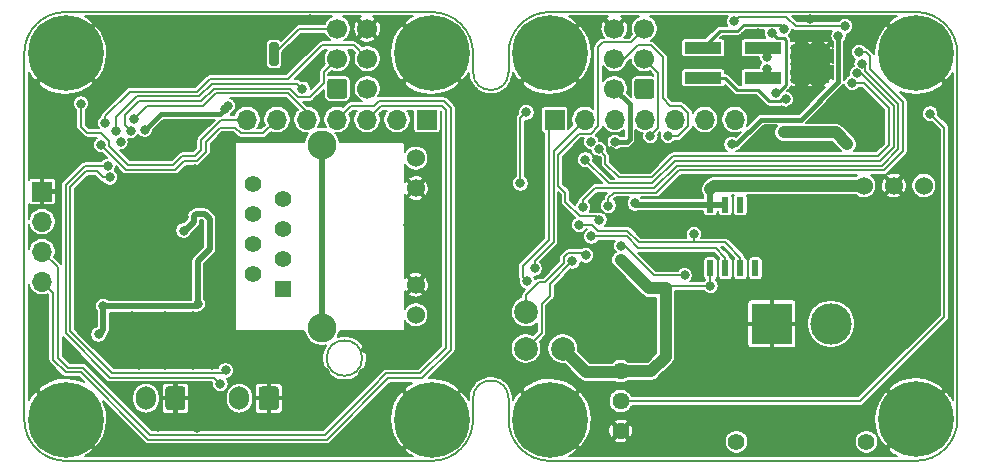
<source format=gbr>
%TF.GenerationSoftware,KiCad,Pcbnew,(5.1.8-0-10_14)*%
%TF.CreationDate,2021-09-02T11:11:10+02:00*%
%TF.ProjectId,ethersweep,65746865-7273-4776-9565-702e6b696361,2.0.1*%
%TF.SameCoordinates,Original*%
%TF.FileFunction,Copper,L2,Bot*%
%TF.FilePolarity,Positive*%
%FSLAX46Y46*%
G04 Gerber Fmt 4.6, Leading zero omitted, Abs format (unit mm)*
G04 Created by KiCad (PCBNEW (5.1.8-0-10_14)) date 2021-09-02 11:11:10*
%MOMM*%
%LPD*%
G01*
G04 APERTURE LIST*
%TA.AperFunction,Profile*%
%ADD10C,0.150000*%
%TD*%
%TA.AperFunction,ComponentPad*%
%ADD11C,0.800000*%
%TD*%
%TA.AperFunction,ComponentPad*%
%ADD12C,6.400000*%
%TD*%
%TA.AperFunction,ComponentPad*%
%ADD13O,1.700000X2.000000*%
%TD*%
%TA.AperFunction,ComponentPad*%
%ADD14C,1.700000*%
%TD*%
%TA.AperFunction,ComponentPad*%
%ADD15R,1.700000X1.700000*%
%TD*%
%TA.AperFunction,ComponentPad*%
%ADD16O,1.700000X1.700000*%
%TD*%
%TA.AperFunction,SMDPad,CuDef*%
%ADD17R,3.150000X1.000000*%
%TD*%
%TA.AperFunction,SMDPad,CuDef*%
%ADD18R,0.600000X1.400000*%
%TD*%
%TA.AperFunction,SMDPad,CuDef*%
%ADD19C,2.000000*%
%TD*%
%TA.AperFunction,ComponentPad*%
%ADD20R,1.398000X1.398000*%
%TD*%
%TA.AperFunction,ComponentPad*%
%ADD21C,1.398000*%
%TD*%
%TA.AperFunction,ComponentPad*%
%ADD22C,1.530000*%
%TD*%
%TA.AperFunction,ComponentPad*%
%ADD23C,2.445000*%
%TD*%
%TA.AperFunction,ComponentPad*%
%ADD24C,1.440000*%
%TD*%
%TA.AperFunction,SMDPad,CuDef*%
%ADD25R,3.250000X3.250000*%
%TD*%
%TA.AperFunction,ComponentPad*%
%ADD26C,0.500000*%
%TD*%
%TA.AperFunction,ComponentPad*%
%ADD27C,1.400000*%
%TD*%
%TA.AperFunction,ComponentPad*%
%ADD28R,3.500000X3.500000*%
%TD*%
%TA.AperFunction,ComponentPad*%
%ADD29C,3.500000*%
%TD*%
%TA.AperFunction,ComponentPad*%
%ADD30C,1.524000*%
%TD*%
%TA.AperFunction,ViaPad*%
%ADD31C,0.800000*%
%TD*%
%TA.AperFunction,Conductor*%
%ADD32C,0.250000*%
%TD*%
%TA.AperFunction,Conductor*%
%ADD33C,0.200000*%
%TD*%
%TA.AperFunction,Conductor*%
%ADD34C,1.000000*%
%TD*%
%TA.AperFunction,Conductor*%
%ADD35C,0.400000*%
%TD*%
%TA.AperFunction,Conductor*%
%ADD36C,0.500000*%
%TD*%
%TA.AperFunction,Conductor*%
%ADD37C,0.100000*%
%TD*%
G04 APERTURE END LIST*
D10*
X221600000Y-26700000D02*
G75*
G02*
X225100000Y-30200000I0J-3500000D01*
G01*
X184100000Y-60700000D02*
X184100000Y-59400000D01*
X187100000Y-31800000D02*
X187100000Y-30700000D01*
X187100000Y-31800000D02*
G75*
G02*
X184100000Y-31800000I-1500000J0D01*
G01*
X187100000Y-61200000D02*
X187100000Y-59400000D01*
X184100000Y-31800000D02*
X184100000Y-30200000D01*
X184100000Y-59400000D02*
G75*
G02*
X187100000Y-59400000I1500000J0D01*
G01*
X184100000Y-61200000D02*
X184100000Y-60700000D01*
X187100000Y-30200000D02*
X187100000Y-30700000D01*
X174700000Y-56000000D02*
G75*
G03*
X174700000Y-56000000I-1500000J0D01*
G01*
X149600000Y-64700000D02*
G75*
G02*
X146100000Y-61200000I0J3500000D01*
G01*
X149600000Y-64700000D02*
X180600000Y-64700000D01*
X190600000Y-26700000D02*
X221600000Y-26700000D01*
X187100000Y-30200000D02*
G75*
G02*
X190600000Y-26700000I3500000J0D01*
G01*
X225100000Y-61200000D02*
G75*
G02*
X221600000Y-64700000I-3500000J0D01*
G01*
X190600000Y-64700000D02*
G75*
G02*
X187100000Y-61200000I0J3500000D01*
G01*
X190600000Y-64700000D02*
X221600000Y-64700000D01*
X225100000Y-61200000D02*
X225100000Y-30200000D01*
X146100000Y-30200000D02*
X146100000Y-61200000D01*
X184100000Y-61200000D02*
G75*
G02*
X180600000Y-64700000I-3500000J0D01*
G01*
X180600000Y-26700000D02*
G75*
G02*
X184100000Y-30200000I0J-3500000D01*
G01*
X146100000Y-30200000D02*
G75*
G02*
X149600000Y-26700000I3500000J0D01*
G01*
X180600000Y-26700000D02*
X149600000Y-26700000D01*
D11*
X151297056Y-59502944D03*
X149600000Y-58800000D03*
X147902944Y-59502944D03*
X147200000Y-61200000D03*
X147902944Y-62897056D03*
X149600000Y-63600000D03*
X151297056Y-62897056D03*
X152000000Y-61200000D03*
D12*
X149600000Y-61200000D03*
X221600000Y-30200000D03*
D11*
X224000000Y-30200000D03*
X223297056Y-31897056D03*
X221600000Y-32600000D03*
X219902944Y-31897056D03*
X219200000Y-30200000D03*
X219902944Y-28502944D03*
X221600000Y-27800000D03*
X223297056Y-28502944D03*
D13*
X156400000Y-59400000D03*
%TA.AperFunction,ComponentPad*%
G36*
G01*
X159750000Y-58650000D02*
X159750000Y-60150000D01*
G75*
G02*
X159500000Y-60400000I-250000J0D01*
G01*
X158300000Y-60400000D01*
G75*
G02*
X158050000Y-60150000I0J250000D01*
G01*
X158050000Y-58650000D01*
G75*
G02*
X158300000Y-58400000I250000J0D01*
G01*
X159500000Y-58400000D01*
G75*
G02*
X159750000Y-58650000I0J-250000D01*
G01*
G37*
%TD.AperFunction*%
%TA.AperFunction,ComponentPad*%
G36*
G01*
X171750000Y-33800000D02*
X171750000Y-32600000D01*
G75*
G02*
X172000000Y-32350000I250000J0D01*
G01*
X173200000Y-32350000D01*
G75*
G02*
X173450000Y-32600000I0J-250000D01*
G01*
X173450000Y-33800000D01*
G75*
G02*
X173200000Y-34050000I-250000J0D01*
G01*
X172000000Y-34050000D01*
G75*
G02*
X171750000Y-33800000I0J250000D01*
G01*
G37*
%TD.AperFunction*%
D14*
X172600000Y-30660000D03*
X172600000Y-28120000D03*
X175140000Y-33200000D03*
X175140000Y-30660000D03*
X175140000Y-28120000D03*
%TA.AperFunction,ComponentPad*%
G36*
G01*
X199450000Y-32600000D02*
X199450000Y-33800000D01*
G75*
G02*
X199200000Y-34050000I-250000J0D01*
G01*
X198000000Y-34050000D01*
G75*
G02*
X197750000Y-33800000I0J250000D01*
G01*
X197750000Y-32600000D01*
G75*
G02*
X198000000Y-32350000I250000J0D01*
G01*
X199200000Y-32350000D01*
G75*
G02*
X199450000Y-32600000I0J-250000D01*
G01*
G37*
%TD.AperFunction*%
X198600000Y-30660000D03*
X198600000Y-28120000D03*
X196060000Y-33200000D03*
X196060000Y-30660000D03*
X196060000Y-28120000D03*
D12*
X190600000Y-61200000D03*
D11*
X193000000Y-61200000D03*
X192297056Y-62897056D03*
X190600000Y-63600000D03*
X188902944Y-62897056D03*
X188200000Y-61200000D03*
X188902944Y-59502944D03*
X190600000Y-58800000D03*
X192297056Y-59502944D03*
X223297056Y-59477945D03*
X221600000Y-58775001D03*
X219902944Y-59477945D03*
X219200000Y-61175001D03*
X219902944Y-62872057D03*
X221600000Y-63575001D03*
X223297056Y-62872057D03*
X224000000Y-61175001D03*
D12*
X221600000Y-61175001D03*
D11*
X192297056Y-28502944D03*
X190600000Y-27800000D03*
X188902944Y-28502944D03*
X188200000Y-30200000D03*
X188902944Y-31897056D03*
X190600000Y-32600000D03*
X192297056Y-31897056D03*
X193000000Y-30200000D03*
D12*
X190600000Y-30200000D03*
D15*
X147600000Y-41900000D03*
D16*
X147600000Y-44440000D03*
X147600000Y-46980000D03*
X147600000Y-49520000D03*
%TA.AperFunction,ComponentPad*%
G36*
G01*
X167650000Y-58650000D02*
X167650000Y-60150000D01*
G75*
G02*
X167400000Y-60400000I-250000J0D01*
G01*
X166200000Y-60400000D01*
G75*
G02*
X165950000Y-60150000I0J250000D01*
G01*
X165950000Y-58650000D01*
G75*
G02*
X166200000Y-58400000I250000J0D01*
G01*
X167400000Y-58400000D01*
G75*
G02*
X167650000Y-58650000I0J-250000D01*
G01*
G37*
%TD.AperFunction*%
D13*
X164300000Y-59400000D03*
D17*
X208625000Y-29730000D03*
X203575000Y-29730000D03*
X208625000Y-32270000D03*
X203575000Y-32270000D03*
%TA.AperFunction,SMDPad,CuDef*%
G36*
G01*
X163450000Y-29450000D02*
X163450000Y-31050000D01*
G75*
G02*
X163250000Y-31250000I-200000J0D01*
G01*
X162850000Y-31250000D01*
G75*
G02*
X162650000Y-31050000I0J200000D01*
G01*
X162650000Y-29450000D01*
G75*
G02*
X162850000Y-29250000I200000J0D01*
G01*
X163250000Y-29250000D01*
G75*
G02*
X163450000Y-29450000I0J-200000D01*
G01*
G37*
%TD.AperFunction*%
%TA.AperFunction,SMDPad,CuDef*%
G36*
G01*
X167650000Y-29450000D02*
X167650000Y-31050000D01*
G75*
G02*
X167450000Y-31250000I-200000J0D01*
G01*
X167050000Y-31250000D01*
G75*
G02*
X166850000Y-31050000I0J200000D01*
G01*
X166850000Y-29450000D01*
G75*
G02*
X167050000Y-29250000I200000J0D01*
G01*
X167450000Y-29250000D01*
G75*
G02*
X167650000Y-29450000I0J-200000D01*
G01*
G37*
%TD.AperFunction*%
D18*
X204195000Y-43000000D03*
X205465000Y-43000000D03*
X206735000Y-43000000D03*
X208005000Y-43000000D03*
X208005000Y-48400000D03*
X206735000Y-48400000D03*
X205465000Y-48400000D03*
X204195000Y-48400000D03*
D12*
X149600000Y-30200000D03*
D11*
X152000000Y-30200000D03*
X151297056Y-31897056D03*
X149600000Y-32600000D03*
X147902944Y-31897056D03*
X147200000Y-30200000D03*
X147902944Y-28502944D03*
X149600000Y-27800000D03*
X151297056Y-28502944D03*
X182297056Y-28502944D03*
X180600000Y-27800000D03*
X178902944Y-28502944D03*
X178200000Y-30200000D03*
X178902944Y-31897056D03*
X180600000Y-32600000D03*
X182297056Y-31897056D03*
X183000000Y-30200000D03*
D12*
X180600000Y-30200000D03*
X180600000Y-61200000D03*
D11*
X183000000Y-61200000D03*
X182297056Y-62897056D03*
X180600000Y-63600000D03*
X178902944Y-62897056D03*
X178200000Y-61200000D03*
X178902944Y-59502944D03*
X180600000Y-58800000D03*
X182297056Y-59502944D03*
D19*
X188574999Y-55200000D03*
X188600000Y-52100000D03*
X191700000Y-55200000D03*
X191700000Y-52100000D03*
D15*
X191000000Y-35800000D03*
D16*
X193540000Y-35800000D03*
X196080000Y-35800000D03*
X198620000Y-35800000D03*
X201160000Y-35800000D03*
X203700000Y-35800000D03*
X206240000Y-35800000D03*
X164960000Y-35800000D03*
X167500000Y-35800000D03*
X170040000Y-35800000D03*
X172580000Y-35800000D03*
X175120000Y-35800000D03*
X177660000Y-35800000D03*
D15*
X180200000Y-35800000D03*
D20*
X168000000Y-50150000D03*
D21*
X165460000Y-48880000D03*
X168000000Y-47610000D03*
X165460000Y-46340000D03*
X168000000Y-45070000D03*
X165460000Y-43800000D03*
X168000000Y-42530000D03*
X165460000Y-41260000D03*
D22*
X179250000Y-52325000D03*
X179250000Y-49785000D03*
X179250000Y-39075000D03*
X179250000Y-41615000D03*
D23*
X171300000Y-53445000D03*
X171300000Y-37955000D03*
D24*
X196600000Y-62180000D03*
X196600000Y-59640000D03*
X196600000Y-57100000D03*
D25*
X212600000Y-31100000D03*
D26*
X213975000Y-29725000D03*
X213975000Y-31100000D03*
X213975000Y-32475000D03*
X212600000Y-29725000D03*
X212600000Y-31100000D03*
X212600000Y-32475000D03*
X211225000Y-29725000D03*
X211225000Y-31100000D03*
X211225000Y-32475000D03*
D27*
X206400000Y-63100000D03*
X217400000Y-63100000D03*
D28*
X209400000Y-53100000D03*
D29*
X214400000Y-53100000D03*
D30*
X222260000Y-41390000D03*
X219720000Y-41390000D03*
X217180000Y-41390000D03*
D31*
X154250000Y-37700000D03*
X191600000Y-51700000D03*
X194600000Y-39200000D03*
X203100000Y-27700000D03*
X201100000Y-27700000D03*
X191100000Y-57200000D03*
X189100000Y-57200000D03*
X198850000Y-39950000D03*
X194100000Y-27450000D03*
X194600000Y-28700000D03*
X189100000Y-40900000D03*
X187800000Y-45700000D03*
X189000000Y-45900000D03*
X199000000Y-51400000D03*
X195200000Y-52900000D03*
X194800000Y-42400000D03*
X195800000Y-38500000D03*
X203100000Y-37500000D03*
X202900000Y-34200000D03*
X203100000Y-48900000D03*
X194900000Y-62000000D03*
X198100000Y-63500000D03*
X194800000Y-60300000D03*
X153700000Y-28400000D03*
X159300000Y-50600000D03*
X158000000Y-47750000D03*
X166000000Y-56300000D03*
X160400000Y-31500000D03*
X157600000Y-40900000D03*
X153400000Y-44100000D03*
X151100000Y-43550000D03*
X160550000Y-40000000D03*
X162450000Y-41050000D03*
X163500000Y-39900000D03*
X162450000Y-38800000D03*
X162500000Y-37700000D03*
X163250000Y-37200000D03*
X166600000Y-34450000D03*
X170250000Y-27300000D03*
X170650000Y-29150000D03*
X177150000Y-27500000D03*
X176500000Y-29400000D03*
X176900000Y-32350000D03*
X178150000Y-33450000D03*
X171150000Y-34450000D03*
X154650000Y-40850000D03*
X148850000Y-34900000D03*
X147050000Y-33850000D03*
X150050000Y-55700000D03*
X147400000Y-52500000D03*
X147550000Y-57100000D03*
X147450000Y-54250000D03*
X154500000Y-58700000D03*
X169150000Y-59550000D03*
X171000000Y-59450000D03*
X175900000Y-61000000D03*
X176300000Y-63450000D03*
X173450000Y-63400000D03*
X169650000Y-63750000D03*
X166550000Y-63750000D03*
X163500000Y-63700000D03*
X160550000Y-59300000D03*
X160700000Y-61900000D03*
X157400000Y-61800000D03*
X158000000Y-63750000D03*
X155050000Y-63450000D03*
X154050000Y-61750000D03*
X153000000Y-63950000D03*
X168700000Y-56200000D03*
X171550000Y-57150000D03*
X182000000Y-57100000D03*
X183000000Y-56000000D03*
X183000000Y-50850000D03*
X178750000Y-47800000D03*
X179500000Y-43750000D03*
X179450000Y-46350000D03*
X178550000Y-44750000D03*
X183200000Y-44850000D03*
X183050000Y-35250000D03*
X183150000Y-39450000D03*
X183150000Y-47750000D03*
X178750000Y-37400000D03*
X180050000Y-37750000D03*
X183000000Y-33850000D03*
X162750000Y-42600000D03*
X163300000Y-49800000D03*
X179100000Y-54050000D03*
X157150000Y-31850000D03*
X152800000Y-27400000D03*
X174750000Y-57300000D03*
X175050000Y-55200000D03*
X157300000Y-38250000D03*
X194700000Y-47100000D03*
X159600000Y-44050000D03*
X194750000Y-58800000D03*
X193850000Y-54900000D03*
X198950000Y-61500000D03*
X170750000Y-31100000D03*
X201000000Y-32400000D03*
X200850000Y-29600000D03*
X197150000Y-31900000D03*
X204800000Y-27500000D03*
X204200000Y-33700000D03*
X202800000Y-31100000D03*
X207000000Y-45700000D03*
X214000000Y-38100000D03*
X196200000Y-44300000D03*
X195600000Y-46500000D03*
X222000000Y-34300000D03*
X216200000Y-29100000D03*
X202800000Y-40900000D03*
X201600000Y-45500000D03*
X204200000Y-44500000D03*
X218600000Y-27500000D03*
X216800000Y-28100000D03*
X212600000Y-27300000D03*
X208800000Y-34900000D03*
X205800000Y-34300000D03*
X193800000Y-32900000D03*
X188000000Y-33900000D03*
X188000000Y-47100000D03*
X208200000Y-28500000D03*
X221600000Y-36100000D03*
X222400000Y-37700000D03*
X211000000Y-34900000D03*
X204400000Y-38100000D03*
X215400000Y-34300000D03*
X196400000Y-55500000D03*
X147000000Y-35600000D03*
X163200000Y-47800000D03*
X157600000Y-45400000D03*
X158800000Y-32200000D03*
X153600000Y-54000000D03*
X155200000Y-52400000D03*
X156800000Y-53400000D03*
X159200000Y-53400000D03*
X161400000Y-53400000D03*
X163200000Y-53400000D03*
X163200000Y-51200000D03*
X163200000Y-52400000D03*
X162000000Y-51800000D03*
X160400000Y-52400000D03*
X158000000Y-52400000D03*
X165800000Y-54600000D03*
X164800000Y-55400000D03*
X163200000Y-55400000D03*
X161400000Y-55400000D03*
X159200000Y-55400000D03*
X156800000Y-55400000D03*
X155000000Y-55400000D03*
X152600000Y-55200000D03*
X153600000Y-56200000D03*
X155800000Y-56600000D03*
X158000000Y-56600000D03*
X160400000Y-56600000D03*
X162000000Y-56600000D03*
X164400000Y-56600000D03*
X161600000Y-58400000D03*
X162400000Y-59600000D03*
X158600000Y-43200000D03*
X147600000Y-40400000D03*
X160600000Y-29800000D03*
X162000000Y-29400000D03*
X163600000Y-27800000D03*
X160200000Y-27800000D03*
X156200000Y-27400000D03*
X152800000Y-32600000D03*
X165800000Y-31400000D03*
X168400000Y-27400000D03*
X168800000Y-37000000D03*
X218400000Y-43300000D03*
X220600000Y-43300000D03*
X219600000Y-43300000D03*
X219000000Y-44100000D03*
X220200000Y-44100000D03*
X209400000Y-46100000D03*
X210250000Y-38050000D03*
X215600000Y-42900000D03*
X209400000Y-42700000D03*
X209200000Y-44700000D03*
X217400000Y-48700000D03*
X222600000Y-48300000D03*
X220400000Y-51300000D03*
X219400000Y-53100000D03*
X221800000Y-53500000D03*
X214400000Y-57500000D03*
X210800000Y-60500000D03*
X213400000Y-61900000D03*
X205800000Y-55900000D03*
X201800000Y-51700000D03*
X206000000Y-51700000D03*
X210200000Y-48900000D03*
X211800000Y-50300000D03*
X216600000Y-49900000D03*
X217800000Y-56100000D03*
X224200000Y-57300000D03*
X209000000Y-63100000D03*
X204000000Y-60700000D03*
X204400000Y-63300000D03*
X204200000Y-56900000D03*
X202800000Y-55300000D03*
X198000000Y-58700000D03*
X195800000Y-63700000D03*
X199800000Y-58500000D03*
X198200000Y-55700000D03*
X202000000Y-53300000D03*
X204600000Y-53900000D03*
X204800000Y-51900000D03*
X210800000Y-58700000D03*
X207200000Y-57800000D03*
X207800000Y-61500000D03*
X212800000Y-57500000D03*
X199800000Y-63300000D03*
X223000000Y-39300000D03*
X216800000Y-43700000D03*
X205800000Y-58600000D03*
X209200000Y-58100000D03*
X194100000Y-45700000D03*
X193100000Y-44700000D03*
X194100000Y-37700000D03*
X193100000Y-44700000D03*
X202800000Y-45500000D03*
X194736002Y-38300000D03*
X216200000Y-32700000D03*
X193600000Y-39200000D03*
X216600000Y-31900000D03*
X193400000Y-43200000D03*
X217000000Y-31100000D03*
X206200000Y-27500000D03*
X215600000Y-27900000D03*
X209749999Y-33550001D03*
X209400000Y-28500000D03*
X215800000Y-37900000D03*
X210400000Y-36900000D03*
X196600000Y-47700000D03*
X196100000Y-37700000D03*
X188100000Y-41200000D03*
X188600000Y-35200000D03*
X156300000Y-36650000D03*
X163100000Y-34900000D03*
X163350000Y-34650000D03*
X204195000Y-41705000D03*
X197800001Y-42899999D03*
X215037500Y-28737500D03*
X206000000Y-37900000D03*
X204200000Y-49900000D03*
X153900000Y-36750000D03*
X169650000Y-33200000D03*
X199100000Y-37200000D03*
X155100000Y-36750000D03*
X194800000Y-44300000D03*
X200600000Y-37200000D03*
X152950000Y-36100000D03*
X188700000Y-49500000D03*
X189300000Y-48400000D03*
X192500000Y-47800000D03*
X193650000Y-47300000D03*
X155350000Y-35750000D03*
X152600000Y-37950000D03*
X209000000Y-30500000D03*
X210400000Y-28100000D03*
X209000000Y-31500000D03*
X210600000Y-34100000D03*
X222800000Y-35300000D03*
X196650000Y-46500000D03*
X202000000Y-49000000D03*
X153350000Y-40700000D03*
X163150000Y-57050000D03*
X153150000Y-39750000D03*
X162700000Y-58200000D03*
X195550000Y-43100000D03*
X216800000Y-30100000D03*
X150900000Y-34450000D03*
X160800000Y-51400000D03*
X152800000Y-51600000D03*
X152400000Y-54000000D03*
X159600000Y-45200000D03*
D32*
X179024999Y-31775001D02*
X180600000Y-30200000D01*
D33*
X194100000Y-45700000D02*
X194100000Y-45700000D01*
X205465000Y-47500000D02*
X205465000Y-48400000D01*
X204665000Y-46700000D02*
X205465000Y-47500000D01*
X198100000Y-46700000D02*
X204665000Y-46700000D01*
X197100000Y-45700000D02*
X198100000Y-46700000D01*
X194100000Y-45700000D02*
X197100000Y-45700000D01*
X148950000Y-48330000D02*
X147600000Y-46980000D01*
X148950000Y-55984302D02*
X148950000Y-48330000D01*
X149765698Y-56800000D02*
X148950000Y-55984302D01*
X151065698Y-56800000D02*
X149765698Y-56800000D01*
X156765698Y-62500000D02*
X151065698Y-56800000D01*
X176734312Y-57299989D02*
X175500000Y-58534302D01*
X171534302Y-62500000D02*
X156765698Y-62500000D01*
X181499999Y-34649999D02*
X181825000Y-34975000D01*
X181825000Y-55109304D02*
X179634314Y-57299989D01*
X175500000Y-58534302D02*
X171534302Y-62500000D01*
X181825000Y-34975000D02*
X181825000Y-55109304D01*
X179634314Y-57299989D02*
X176734312Y-57299989D01*
X176270001Y-34649999D02*
X181499999Y-34649999D01*
X175120000Y-35800000D02*
X176270001Y-34649999D01*
X193100000Y-44700000D02*
X193100000Y-44700000D01*
X193100000Y-44700000D02*
X193800001Y-44700000D01*
X194636002Y-45200000D02*
X194136002Y-44700000D01*
X194136002Y-44700000D02*
X193100000Y-44700000D01*
X206735000Y-48400000D02*
X206735000Y-47500000D01*
X193100000Y-44700000D02*
X193100000Y-44700000D01*
X201034302Y-46200000D02*
X198165698Y-46200000D01*
X198165698Y-46200000D02*
X197165698Y-45200000D01*
X197165698Y-45200000D02*
X194636002Y-45200000D01*
X205435000Y-46200000D02*
X205567500Y-46332500D01*
X206735000Y-47500000D02*
X205567500Y-46332500D01*
X202800000Y-45500000D02*
X202800000Y-46100000D01*
X202800000Y-46100000D02*
X202700000Y-46200000D01*
X201034302Y-46200000D02*
X202700000Y-46200000D01*
X202800000Y-46100000D02*
X202900000Y-46200000D01*
X202900000Y-46200000D02*
X205435000Y-46200000D01*
X202700000Y-46200000D02*
X202900000Y-46200000D01*
X173730001Y-34649999D02*
X172580000Y-35800000D01*
X175704303Y-34649999D02*
X173730001Y-34649999D01*
X176104312Y-34249989D02*
X175704303Y-34649999D01*
X181665688Y-34249989D02*
X176104312Y-34249989D01*
X182225010Y-55274993D02*
X182225010Y-34809312D01*
X182225010Y-34809312D02*
X181665688Y-34249989D01*
X179800002Y-57699999D02*
X182225010Y-55274993D01*
X171700000Y-62900000D02*
X176900001Y-57699999D01*
X148549990Y-50469990D02*
X148549990Y-56149990D01*
X157900000Y-62900000D02*
X171700000Y-62900000D01*
X149607849Y-57207849D02*
X150907849Y-57207849D01*
X156600008Y-62900008D02*
X157899992Y-62900008D01*
X176900001Y-57699999D02*
X179800002Y-57699999D01*
X157899992Y-62900008D02*
X157900000Y-62900000D01*
X150907849Y-57207849D02*
X156600008Y-62900008D01*
X148549990Y-56149990D02*
X149607849Y-57207849D01*
X147600000Y-49520000D02*
X148549990Y-50469990D01*
X197136002Y-40700000D02*
X197350000Y-40700000D01*
X196464000Y-40700000D02*
X195300001Y-39536001D01*
X197850000Y-40700000D02*
X196464000Y-40700000D01*
X198234323Y-40700000D02*
X197850000Y-40700000D01*
X197850000Y-40700000D02*
X197350000Y-40700000D01*
X195300001Y-39536001D02*
X195300001Y-38863999D01*
X194736002Y-38300000D02*
X194736002Y-38300000D01*
X195300001Y-38863999D02*
X194736002Y-38300000D01*
X199218603Y-40700000D02*
X197350000Y-40700000D01*
X201018622Y-38899980D02*
X199218603Y-40700000D01*
X219300001Y-37999959D02*
X218399980Y-38899980D01*
X218399980Y-38899980D02*
X201018622Y-38899980D01*
X219300001Y-34800041D02*
X219300001Y-37999959D01*
X217199960Y-32700000D02*
X219300001Y-34800041D01*
X216200000Y-32700000D02*
X217199960Y-32700000D01*
X216965659Y-31900000D02*
X216600000Y-31900000D01*
X219700011Y-38165648D02*
X219700011Y-34634351D01*
X218565669Y-39299990D02*
X219700011Y-38165648D01*
X201184311Y-39299990D02*
X218565669Y-39299990D01*
X199284302Y-41200000D02*
X201184311Y-39299990D01*
X195600000Y-41200000D02*
X199284302Y-41200000D01*
X219700011Y-34634351D02*
X216965659Y-31900000D01*
X193600000Y-39200000D02*
X195600000Y-41200000D01*
X193400000Y-43200000D02*
X193400000Y-43200000D01*
X194434305Y-41600010D02*
X193400000Y-42634315D01*
X199449991Y-41600010D02*
X194434305Y-41600010D01*
X201350000Y-39700000D02*
X199449991Y-41600010D01*
X220100021Y-34468662D02*
X220100021Y-38331337D01*
X220100021Y-38331337D02*
X218731358Y-39700000D01*
X217300001Y-31668643D02*
X220100021Y-34468662D01*
X217300001Y-31400001D02*
X217300001Y-31668643D01*
X193400000Y-42634315D02*
X193400000Y-43200000D01*
X218731358Y-39700000D02*
X201350000Y-39700000D01*
X217000000Y-31100000D02*
X217300001Y-31400001D01*
X206400000Y-27300000D02*
X206200000Y-27500000D01*
X206200000Y-27500000D02*
X206200000Y-27500000D01*
X206599999Y-27100001D02*
X206200000Y-27500000D01*
X210600001Y-27100001D02*
X206599999Y-27100001D01*
X211400000Y-27900000D02*
X210600001Y-27100001D01*
X215600000Y-27900000D02*
X215600000Y-27900000D01*
X215200000Y-27900000D02*
X215600000Y-27900000D01*
X215200000Y-27900000D02*
X211400000Y-27900000D01*
D32*
X209400000Y-28500000D02*
X209400000Y-28500000D01*
X210600000Y-32874991D02*
X209924990Y-33550001D01*
X210600000Y-29044998D02*
X210600000Y-32874991D01*
X209924990Y-33550001D02*
X209749999Y-33550001D01*
X210460001Y-28904999D02*
X210600000Y-29044998D01*
X209804999Y-28904999D02*
X210460001Y-28904999D01*
X209400000Y-28500000D02*
X209804999Y-28904999D01*
D34*
X215800000Y-37900000D02*
X214800000Y-36900000D01*
X214800000Y-36900000D02*
X210400000Y-36900000D01*
X210400000Y-36900000D02*
X210400000Y-36900000D01*
D35*
X196060000Y-33200000D02*
X197350001Y-34490001D01*
X197350001Y-34490001D02*
X197350001Y-37449999D01*
X197350001Y-37449999D02*
X197100000Y-37700000D01*
X197100000Y-37700000D02*
X196100000Y-37700000D01*
X196100000Y-37700000D02*
X196100000Y-37700000D01*
D33*
X188600000Y-35200000D02*
X188600000Y-35200000D01*
X188100000Y-41200000D02*
X188100000Y-35700000D01*
X188100000Y-35700000D02*
X188600000Y-35200000D01*
D32*
X162924991Y-35075009D02*
X163100000Y-34900000D01*
X163100000Y-34900000D02*
X163350000Y-34650000D01*
X163350000Y-34650000D02*
X163350000Y-34650000D01*
D35*
X157650001Y-35299999D02*
X156300000Y-36650000D01*
X162700001Y-35299999D02*
X157650001Y-35299999D01*
X163100000Y-34900000D02*
X162700001Y-35299999D01*
D34*
X193700000Y-57200000D02*
X191700000Y-55200000D01*
X196600000Y-57200000D02*
X193700000Y-57200000D01*
D36*
X205465000Y-43000000D02*
X204195000Y-43000000D01*
X204195000Y-43000000D02*
X204195000Y-41705000D01*
X204195000Y-41705000D02*
X204195000Y-41705000D01*
X198500000Y-43000000D02*
X197900002Y-43000000D01*
X204195000Y-43000000D02*
X198500000Y-43000000D01*
X197900002Y-43000000D02*
X197800001Y-42899999D01*
X198500000Y-43000000D02*
X197900000Y-43000000D01*
D35*
X211870012Y-35799990D02*
X208500010Y-35799990D01*
X215037500Y-32632502D02*
X211870012Y-35799990D01*
X215037500Y-28737500D02*
X215037500Y-32632502D01*
X208500010Y-35799990D02*
X206400000Y-37900000D01*
X206400000Y-37900000D02*
X206000000Y-37900000D01*
D34*
X204510000Y-41390000D02*
X204195000Y-41705000D01*
X217180000Y-41390000D02*
X204510000Y-41390000D01*
D33*
X204195000Y-48400000D02*
X204195000Y-49895000D01*
X198800000Y-49900000D02*
X196600000Y-47700000D01*
X204200000Y-49900000D02*
X198800000Y-49900000D01*
D34*
X199200000Y-57100000D02*
X196600000Y-57100000D01*
X200400000Y-50100001D02*
X200400000Y-55900000D01*
X199000001Y-50100001D02*
X200400000Y-50100001D01*
X200400000Y-55900000D02*
X199200000Y-57100000D01*
X196600000Y-47700000D02*
X199000001Y-50100001D01*
D33*
X153900000Y-35598299D02*
X155648320Y-33849979D01*
X153900000Y-36750000D02*
X153900000Y-35598299D01*
X160915720Y-33849979D02*
X161986690Y-32779009D01*
X159999979Y-33849979D02*
X160915720Y-33849979D01*
X155648320Y-33849979D02*
X159999979Y-33849979D01*
X169229009Y-32779009D02*
X169650000Y-33200000D01*
X161986690Y-32779009D02*
X169229009Y-32779009D01*
X199100000Y-37200000D02*
X199100000Y-37200000D01*
X171449990Y-31810010D02*
X172600000Y-30660000D01*
X171449990Y-32700010D02*
X171449990Y-31810010D01*
X169313999Y-33900001D02*
X170249999Y-33900001D01*
X168593017Y-33179019D02*
X169313999Y-33900001D01*
X162152379Y-33179019D02*
X168593017Y-33179019D01*
X161081409Y-34249989D02*
X162152379Y-33179019D01*
X155814009Y-34249989D02*
X161081409Y-34249989D01*
X170249999Y-33900001D02*
X171449990Y-32700010D01*
X154649999Y-35413999D02*
X155814009Y-34249989D01*
X154649999Y-36299999D02*
X154649999Y-35413999D01*
X155100000Y-36750000D02*
X154649999Y-36299999D01*
X198603533Y-30660000D02*
X198600000Y-30660000D01*
X199770001Y-36529999D02*
X199100000Y-37200000D01*
X199770001Y-31830001D02*
X199770001Y-36529999D01*
X198600000Y-30660000D02*
X199770001Y-31830001D01*
X169380000Y-28120000D02*
X167250000Y-30250000D01*
X172600000Y-28120000D02*
X169680000Y-28120000D01*
X197449999Y-29270001D02*
X198600000Y-28120000D01*
X195066001Y-29270001D02*
X197449999Y-29270001D01*
X194690001Y-29646001D02*
X195066001Y-29270001D01*
X194042003Y-36999999D02*
X194690001Y-36352001D01*
X193100001Y-36999999D02*
X194042003Y-36999999D01*
X191310011Y-41410011D02*
X191310011Y-38789989D01*
X191310011Y-38789989D02*
X193100001Y-36999999D01*
X191910011Y-42010011D02*
X191310011Y-41410011D01*
X194690001Y-36352001D02*
X194690001Y-29646001D01*
X191910011Y-42746013D02*
X193163996Y-43999998D01*
X193163996Y-43999998D02*
X194499998Y-43999998D01*
X191910011Y-42010011D02*
X191910011Y-42746013D01*
X194499998Y-43999998D02*
X194800000Y-44300000D01*
X169680000Y-28120000D02*
X169380000Y-28120000D01*
X152950000Y-35534315D02*
X152950000Y-36100000D01*
X155034346Y-33449969D02*
X152950000Y-35534315D01*
X160750031Y-33449969D02*
X155034346Y-33449969D01*
X161821001Y-32378999D02*
X160750031Y-33449969D01*
X171326003Y-29509999D02*
X168457003Y-32378999D01*
X173989999Y-29509999D02*
X171326003Y-29509999D01*
X168457003Y-32378999D02*
X161821001Y-32378999D01*
X175140000Y-30660000D02*
X173989999Y-29509999D01*
X199152001Y-29509999D02*
X200170011Y-30528009D01*
X198047999Y-29509999D02*
X199152001Y-29509999D01*
X196897998Y-30660000D02*
X198047999Y-29509999D01*
X196060000Y-30660000D02*
X196897998Y-30660000D01*
X200170011Y-30528009D02*
X200170011Y-34020011D01*
X201462002Y-37200000D02*
X200600000Y-37200000D01*
X202310001Y-36352001D02*
X201462002Y-37200000D01*
X202310001Y-35247999D02*
X202310001Y-36352001D01*
X201712001Y-34649999D02*
X202310001Y-35247999D01*
X200799999Y-34649999D02*
X201712001Y-34649999D01*
X200170011Y-34020011D02*
X200799999Y-34649999D01*
X190980000Y-35720000D02*
X191000000Y-35700000D01*
X190509991Y-38809991D02*
X190509991Y-36290009D01*
X190509991Y-36290009D02*
X191000000Y-35800000D01*
X190509991Y-37844312D02*
X190509991Y-38809991D01*
X188300001Y-49100001D02*
X188700000Y-49500000D01*
X188300001Y-49100001D02*
X188300001Y-48199986D01*
X190509991Y-45989996D02*
X190509991Y-44809991D01*
X190509991Y-44809991D02*
X190509991Y-45590009D01*
X188300001Y-48199986D02*
X190509991Y-45989996D01*
X190509991Y-38809991D02*
X190509991Y-44809991D01*
X190910001Y-46155684D02*
X190910001Y-44189999D01*
X190910001Y-44189999D02*
X190910001Y-44389999D01*
X189300000Y-47765685D02*
X190910001Y-46155684D01*
X189300000Y-48400000D02*
X189300000Y-47765685D01*
X190910001Y-38429999D02*
X193540000Y-35800000D01*
X190910001Y-44189999D02*
X190910001Y-38429999D01*
X189900001Y-53874998D02*
X188574999Y-55200000D01*
X190600000Y-50736002D02*
X189900001Y-51436001D01*
X189900001Y-51436001D02*
X189900001Y-53874998D01*
X190600000Y-49700000D02*
X190600000Y-50736002D01*
X190600000Y-49700000D02*
X192500000Y-47800000D01*
X188574999Y-50710786D02*
X188574999Y-52124999D01*
X191799999Y-47463999D02*
X191799999Y-47934303D01*
X192163999Y-47099999D02*
X191799999Y-47463999D01*
X191799999Y-47934303D02*
X190150000Y-49584302D01*
X188600000Y-50663998D02*
X188600000Y-52100000D01*
X189679696Y-49584302D02*
X188600000Y-50663998D01*
X190150000Y-49584302D02*
X189679696Y-49584302D01*
X193449999Y-47099999D02*
X193650000Y-47300000D01*
X192163999Y-47099999D02*
X193449999Y-47099999D01*
X161247098Y-34649999D02*
X162318068Y-33579029D01*
X168427329Y-33579029D02*
X170040000Y-35191700D01*
X170040000Y-35191700D02*
X170040000Y-35800000D01*
X162318068Y-33579029D02*
X168427329Y-33579029D01*
X156450001Y-34649999D02*
X161247098Y-34649999D01*
X155350000Y-35750000D02*
X156450001Y-34649999D01*
X166349999Y-36950001D02*
X167500000Y-35800000D01*
X163957998Y-36500000D02*
X164407999Y-36950001D01*
X164407999Y-36950001D02*
X166349999Y-36950001D01*
X162663998Y-36500000D02*
X163957998Y-36500000D01*
X152600000Y-37950000D02*
X153700000Y-39050000D01*
X161481999Y-38518001D02*
X161481999Y-37681999D01*
X161481999Y-37681999D02*
X162663998Y-36500000D01*
X160700001Y-39299999D02*
X159650001Y-39299999D01*
X161481999Y-38518001D02*
X160700001Y-39299999D01*
X159650001Y-39299999D02*
X158900000Y-40050000D01*
X154700000Y-40050000D02*
X153700000Y-39050000D01*
X158900000Y-40050000D02*
X154700000Y-40050000D01*
X208625000Y-30125000D02*
X209000000Y-30500000D01*
X208625000Y-29730000D02*
X208625000Y-30125000D01*
D32*
X205005001Y-28299999D02*
X203575000Y-29730000D01*
X205599999Y-28299999D02*
X205600000Y-28300000D01*
X205599999Y-28299999D02*
X205005001Y-28299999D01*
X206473003Y-28299999D02*
X206000001Y-28299999D01*
X206000001Y-28299999D02*
X205599999Y-28299999D01*
X206998003Y-27774999D02*
X206473003Y-28299999D01*
X210074999Y-27774999D02*
X206998003Y-27774999D01*
X210400000Y-28100000D02*
X210074999Y-27774999D01*
D33*
X209000000Y-31895000D02*
X208625000Y-32270000D01*
X209000000Y-31500000D02*
X209000000Y-31895000D01*
X203806002Y-32270000D02*
X203575000Y-32270000D01*
D32*
X210098000Y-34275002D02*
X209175002Y-34275002D01*
X210273002Y-34100000D02*
X210098000Y-34275002D01*
X210600000Y-34100000D02*
X210273002Y-34100000D01*
X205400000Y-32270000D02*
X203575000Y-32270000D01*
X206430000Y-33300000D02*
X205400000Y-32270000D01*
X208200000Y-33300000D02*
X206430000Y-33300000D01*
X209175002Y-34275002D02*
X208200000Y-33300000D01*
D33*
X222800000Y-35300000D02*
X222800000Y-35300000D01*
X197060001Y-60100001D02*
X196600000Y-59640000D01*
X224000000Y-52500000D02*
X224000000Y-36500000D01*
X216860000Y-59640000D02*
X224000000Y-52500000D01*
X224000000Y-36500000D02*
X222800000Y-35300000D01*
X196600000Y-59640000D02*
X215460000Y-59640000D01*
X215460000Y-59640000D02*
X216860000Y-59640000D01*
X200800000Y-49000000D02*
X200800000Y-49000000D01*
X196931384Y-46500000D02*
X196650000Y-46500000D01*
X199431384Y-49000000D02*
X196931384Y-46500000D01*
X200800000Y-49000000D02*
X199431384Y-49000000D01*
X200800000Y-49000000D02*
X202000000Y-49000000D01*
X162950010Y-57249990D02*
X163150000Y-57050000D01*
X150000010Y-53734312D02*
X153515688Y-57249990D01*
X150000010Y-41515688D02*
X150000010Y-53734312D01*
X153515688Y-57249990D02*
X162950010Y-57249990D01*
X152234325Y-40150010D02*
X151365688Y-40150010D01*
X152784315Y-40700000D02*
X152234325Y-40150010D01*
X151365688Y-40150010D02*
X150000010Y-41515688D01*
X153350000Y-40700000D02*
X152784315Y-40700000D01*
X151200000Y-39750000D02*
X153150000Y-39750000D01*
X149600000Y-41350000D02*
X151200000Y-39750000D01*
X162150000Y-57650000D02*
X153350000Y-57650000D01*
X149600000Y-53900000D02*
X149600000Y-41350000D01*
X153350000Y-57650000D02*
X149600000Y-53900000D01*
X162700000Y-58200000D02*
X162150000Y-57650000D01*
D36*
X171300000Y-53445000D02*
X171300000Y-37955000D01*
D33*
X195650000Y-43200000D02*
X195550000Y-43100000D01*
X195550000Y-43100000D02*
X195550000Y-43100000D01*
X217700001Y-31502944D02*
X217700001Y-30434316D01*
X220500031Y-38497026D02*
X220500031Y-34302975D01*
X218897056Y-40100000D02*
X220500031Y-38497026D01*
X201515698Y-40100000D02*
X218897056Y-40100000D01*
X217700001Y-30434316D02*
X217365685Y-30100000D01*
X199615679Y-42000019D02*
X201515698Y-40100000D01*
X217365685Y-30100000D02*
X216800000Y-30100000D01*
X220500031Y-34302975D02*
X217700001Y-31502944D01*
X196000000Y-42000020D02*
X199615679Y-42000019D01*
X195550000Y-42450020D02*
X196000000Y-42000020D01*
X195550000Y-43100000D02*
X195550000Y-42450020D01*
X150900000Y-36400000D02*
X150900000Y-34450000D01*
X152636002Y-36950000D02*
X151450000Y-36950000D01*
X154865688Y-39649990D02*
X154865688Y-39615688D01*
X164960000Y-35800000D02*
X162798300Y-35800000D01*
X160534313Y-38899989D02*
X159484312Y-38899989D01*
X153300001Y-38050001D02*
X153300001Y-37613999D01*
X151450000Y-36950000D02*
X150900000Y-36400000D01*
X159484312Y-38899989D02*
X158734311Y-39649990D01*
X161081989Y-38352313D02*
X160534313Y-38899989D01*
X154865688Y-39615688D02*
X153300001Y-38050001D01*
X158734311Y-39649990D02*
X154865688Y-39649990D01*
X161081989Y-37516310D02*
X161081989Y-38352313D01*
X153300001Y-37613999D02*
X152636002Y-36950000D01*
X162798300Y-35800000D02*
X161081989Y-37516310D01*
X152400000Y-54000000D02*
X152400000Y-54000000D01*
D36*
X160800000Y-47800000D02*
X161800000Y-46800000D01*
X160800000Y-51400000D02*
X160800000Y-47800000D01*
X161800000Y-46800000D02*
X161800000Y-44200000D01*
X161400000Y-43800000D02*
X161800000Y-44200000D01*
X161400000Y-43800000D02*
X160600000Y-43800000D01*
X160450001Y-43949999D02*
X160600000Y-43800000D01*
X152800000Y-53600000D02*
X152400000Y-54000000D01*
X152800000Y-51600000D02*
X152800000Y-53600000D01*
X160450001Y-44458001D02*
X160450001Y-43949999D01*
X160600000Y-51600000D02*
X152800000Y-51600000D01*
X160800000Y-51400000D02*
X160600000Y-51600000D01*
X159600000Y-45200000D02*
X159708002Y-45200000D01*
X159708002Y-45200000D02*
X160450001Y-44458001D01*
D33*
X174532370Y-27113539D02*
X174439195Y-27277774D01*
X175140000Y-27978579D01*
X175840805Y-27277774D01*
X175747630Y-27113539D01*
X175666816Y-27075000D01*
X178979876Y-27075000D01*
X178667382Y-27237640D01*
X178602717Y-27280847D01*
X178227243Y-27685822D01*
X180600000Y-30058579D01*
X180614143Y-30044437D01*
X180755564Y-30185858D01*
X180741421Y-30200000D01*
X183114178Y-32572757D01*
X183519153Y-32197283D01*
X183725143Y-31821887D01*
X183725155Y-31823558D01*
X183726936Y-31840503D01*
X183726936Y-31857537D01*
X183727483Y-31862745D01*
X183760116Y-32153669D01*
X183767183Y-32186915D01*
X183773784Y-32220254D01*
X183775332Y-32225256D01*
X183863850Y-32504301D01*
X183877234Y-32535527D01*
X183890192Y-32566965D01*
X183892682Y-32571571D01*
X184033715Y-32828109D01*
X184052915Y-32856149D01*
X184071726Y-32884462D01*
X184075063Y-32888497D01*
X184263238Y-33112754D01*
X184287531Y-33136543D01*
X184311471Y-33160651D01*
X184315529Y-33163961D01*
X184543679Y-33347398D01*
X184572121Y-33366010D01*
X184600295Y-33385013D01*
X184604918Y-33387472D01*
X184864353Y-33523102D01*
X184895886Y-33535842D01*
X184927200Y-33549005D01*
X184932212Y-33550519D01*
X185213050Y-33633174D01*
X185246498Y-33639555D01*
X185279730Y-33646376D01*
X185284940Y-33646888D01*
X185284942Y-33646888D01*
X185576486Y-33673420D01*
X185610510Y-33673182D01*
X185644458Y-33673419D01*
X185649669Y-33672909D01*
X185940815Y-33642309D01*
X185974152Y-33635465D01*
X186007495Y-33629105D01*
X186012508Y-33627592D01*
X186292163Y-33541024D01*
X186323502Y-33527850D01*
X186355009Y-33515121D01*
X186359633Y-33512663D01*
X186617149Y-33373424D01*
X186645365Y-33354392D01*
X186673765Y-33335808D01*
X186677823Y-33332499D01*
X186903390Y-33145894D01*
X186927369Y-33121747D01*
X186951622Y-33097996D01*
X186954960Y-33093962D01*
X187139986Y-32867098D01*
X187158815Y-32838758D01*
X187177996Y-32810745D01*
X187180487Y-32806139D01*
X187229383Y-32714178D01*
X188227243Y-32714178D01*
X188602717Y-33119153D01*
X189210593Y-33452712D01*
X189871862Y-33661272D01*
X190561114Y-33736817D01*
X191251860Y-33676445D01*
X191917556Y-33482474D01*
X192532618Y-33162360D01*
X192597283Y-33119153D01*
X192972757Y-32714178D01*
X190600000Y-30341421D01*
X188227243Y-32714178D01*
X187229383Y-32714178D01*
X187317924Y-32547658D01*
X187330890Y-32516201D01*
X187344265Y-32484995D01*
X187345814Y-32479993D01*
X187430428Y-32199739D01*
X187437033Y-32166378D01*
X187444096Y-32133153D01*
X187444643Y-32127945D01*
X187473210Y-31836593D01*
X187474859Y-31819853D01*
X187637640Y-32132618D01*
X187680847Y-32197283D01*
X188085822Y-32572757D01*
X190458579Y-30200000D01*
X190741421Y-30200000D01*
X193114178Y-32572757D01*
X193519153Y-32197283D01*
X193852712Y-31589407D01*
X194061272Y-30928138D01*
X194136817Y-30238886D01*
X194076445Y-29548140D01*
X193882474Y-28882444D01*
X193562360Y-28267382D01*
X193519153Y-28202717D01*
X193114178Y-27827243D01*
X190741421Y-30200000D01*
X190458579Y-30200000D01*
X190444437Y-30185858D01*
X190585858Y-30044437D01*
X190600000Y-30058579D01*
X192972757Y-27685822D01*
X192597283Y-27280847D01*
X192222149Y-27075000D01*
X195524469Y-27075000D01*
X195452370Y-27113539D01*
X195359195Y-27277774D01*
X196060000Y-27978579D01*
X196760805Y-27277774D01*
X196667630Y-27113539D01*
X196586816Y-27075000D01*
X198117760Y-27075000D01*
X198055271Y-27100884D01*
X197866918Y-27226737D01*
X197706737Y-27386918D01*
X197580884Y-27575271D01*
X197494194Y-27784557D01*
X197450000Y-28006735D01*
X197450000Y-28233265D01*
X197494194Y-28455443D01*
X197554143Y-28600172D01*
X197284314Y-28870001D01*
X196951425Y-28870001D01*
X196902228Y-28820804D01*
X197066461Y-28727630D01*
X197165665Y-28519604D01*
X197222379Y-28296221D01*
X197234423Y-28066065D01*
X197201335Y-27837983D01*
X197124387Y-27620739D01*
X197066461Y-27512370D01*
X196902226Y-27419195D01*
X196201421Y-28120000D01*
X196215564Y-28134143D01*
X196074143Y-28275564D01*
X196060000Y-28261421D01*
X196045858Y-28275564D01*
X195904437Y-28134143D01*
X195918579Y-28120000D01*
X195217774Y-27419195D01*
X195053539Y-27512370D01*
X194954335Y-27720396D01*
X194897621Y-27943779D01*
X194885577Y-28173935D01*
X194918665Y-28402017D01*
X194995613Y-28619261D01*
X195053539Y-28727630D01*
X195217772Y-28820804D01*
X195168575Y-28870001D01*
X195085636Y-28870001D01*
X195066000Y-28868067D01*
X195046364Y-28870001D01*
X195046354Y-28870001D01*
X194987587Y-28875789D01*
X194912187Y-28898661D01*
X194842698Y-28935804D01*
X194842696Y-28935805D01*
X194842697Y-28935805D01*
X194797050Y-28973266D01*
X194797048Y-28973268D01*
X194781790Y-28985790D01*
X194769268Y-29001048D01*
X194421048Y-29349269D01*
X194405791Y-29361790D01*
X194393269Y-29377048D01*
X194393266Y-29377051D01*
X194355804Y-29422699D01*
X194318662Y-29492187D01*
X194295789Y-29567588D01*
X194288066Y-29646001D01*
X194290002Y-29665657D01*
X194290001Y-34923656D01*
X194273082Y-34906737D01*
X194084729Y-34780884D01*
X193875443Y-34694194D01*
X193653265Y-34650000D01*
X193426735Y-34650000D01*
X193204557Y-34694194D01*
X192995271Y-34780884D01*
X192806918Y-34906737D01*
X192646737Y-35066918D01*
X192520884Y-35255271D01*
X192434194Y-35464557D01*
X192390000Y-35686735D01*
X192390000Y-35913265D01*
X192434194Y-36135443D01*
X192494143Y-36280171D01*
X192151451Y-36622863D01*
X192151451Y-34950000D01*
X192145659Y-34891190D01*
X192128504Y-34834640D01*
X192100647Y-34782523D01*
X192063158Y-34736842D01*
X192017477Y-34699353D01*
X191965360Y-34671496D01*
X191908810Y-34654341D01*
X191850000Y-34648549D01*
X190150000Y-34648549D01*
X190091190Y-34654341D01*
X190034640Y-34671496D01*
X189982523Y-34699353D01*
X189936842Y-34736842D01*
X189899353Y-34782523D01*
X189871496Y-34834640D01*
X189854341Y-34891190D01*
X189848549Y-34950000D01*
X189848549Y-36650000D01*
X189854341Y-36708810D01*
X189871496Y-36765360D01*
X189899353Y-36817477D01*
X189936842Y-36863158D01*
X189982523Y-36900647D01*
X190034640Y-36928504D01*
X190091190Y-36945659D01*
X190109992Y-36947511D01*
X190109991Y-38790344D01*
X190109991Y-38790345D01*
X190109992Y-44790335D01*
X190109991Y-44790345D01*
X190109992Y-45204203D01*
X190109991Y-45824310D01*
X188031049Y-47903253D01*
X188015791Y-47915775D01*
X188003269Y-47931033D01*
X188003266Y-47931036D01*
X187965804Y-47976684D01*
X187928662Y-48046172D01*
X187905789Y-48121573D01*
X187898066Y-48199986D01*
X187900002Y-48219642D01*
X187900001Y-49080354D01*
X187898066Y-49100001D01*
X187900001Y-49119647D01*
X187905789Y-49178414D01*
X187928661Y-49253814D01*
X187965804Y-49323303D01*
X188010581Y-49377864D01*
X188000000Y-49431056D01*
X188000000Y-49568944D01*
X188026901Y-49704182D01*
X188079668Y-49831574D01*
X188156274Y-49946224D01*
X188253776Y-50043726D01*
X188368426Y-50120332D01*
X188495818Y-50173099D01*
X188520337Y-50177976D01*
X188331052Y-50367261D01*
X188315789Y-50379787D01*
X188265803Y-50440696D01*
X188228660Y-50510185D01*
X188228650Y-50510219D01*
X188203659Y-50556973D01*
X188180787Y-50632373D01*
X188174999Y-50691140D01*
X188174999Y-50868931D01*
X187984219Y-50947955D01*
X187771298Y-51090224D01*
X187590224Y-51271298D01*
X187447955Y-51484219D01*
X187349958Y-51720804D01*
X187300000Y-51971961D01*
X187300000Y-52228039D01*
X187349958Y-52479196D01*
X187447955Y-52715781D01*
X187590224Y-52928702D01*
X187771298Y-53109776D01*
X187984219Y-53252045D01*
X188220804Y-53350042D01*
X188471961Y-53400000D01*
X188728039Y-53400000D01*
X188979196Y-53350042D01*
X189215781Y-53252045D01*
X189428702Y-53109776D01*
X189500002Y-53038476D01*
X189500002Y-53709311D01*
X189169976Y-54039338D01*
X188954195Y-53949958D01*
X188703038Y-53900000D01*
X188446960Y-53900000D01*
X188195803Y-53949958D01*
X187959218Y-54047955D01*
X187746297Y-54190224D01*
X187565223Y-54371298D01*
X187422954Y-54584219D01*
X187324957Y-54820804D01*
X187274999Y-55071961D01*
X187274999Y-55328039D01*
X187324957Y-55579196D01*
X187422954Y-55815781D01*
X187565223Y-56028702D01*
X187746297Y-56209776D01*
X187959218Y-56352045D01*
X188195803Y-56450042D01*
X188446960Y-56500000D01*
X188703038Y-56500000D01*
X188954195Y-56450042D01*
X189190780Y-56352045D01*
X189403701Y-56209776D01*
X189584775Y-56028702D01*
X189727044Y-55815781D01*
X189825041Y-55579196D01*
X189874999Y-55328039D01*
X189874999Y-55071961D01*
X189825041Y-54820804D01*
X189735661Y-54605023D01*
X190168954Y-54171731D01*
X190184212Y-54159209D01*
X190203057Y-54136247D01*
X190234198Y-54098301D01*
X190271341Y-54028812D01*
X190294213Y-53953412D01*
X190301936Y-53874998D01*
X190300001Y-53855351D01*
X190300001Y-51601686D01*
X190868953Y-51032735D01*
X190884211Y-51020213D01*
X190934197Y-50959305D01*
X190971340Y-50889816D01*
X190994212Y-50814416D01*
X191000000Y-50755649D01*
X191000000Y-50755639D01*
X191001934Y-50736003D01*
X191000000Y-50716367D01*
X191000000Y-49865685D01*
X192376532Y-48489154D01*
X192431056Y-48500000D01*
X192568944Y-48500000D01*
X192704182Y-48473099D01*
X192831574Y-48420332D01*
X192946224Y-48343726D01*
X193043726Y-48246224D01*
X193120332Y-48131574D01*
X193173099Y-48004182D01*
X193200000Y-47868944D01*
X193200000Y-47839950D01*
X193203776Y-47843726D01*
X193318426Y-47920332D01*
X193445818Y-47973099D01*
X193581056Y-48000000D01*
X193718944Y-48000000D01*
X193854182Y-47973099D01*
X193981574Y-47920332D01*
X194096224Y-47843726D01*
X194193726Y-47746224D01*
X194270332Y-47631574D01*
X194323099Y-47504182D01*
X194350000Y-47368944D01*
X194350000Y-47231056D01*
X194323099Y-47095818D01*
X194270332Y-46968426D01*
X194193726Y-46853776D01*
X194096224Y-46756274D01*
X193981574Y-46679668D01*
X193854182Y-46626901D01*
X193718944Y-46600000D01*
X193581056Y-46600000D01*
X193445818Y-46626901D01*
X193318426Y-46679668D01*
X193287998Y-46699999D01*
X192183646Y-46699999D01*
X192163999Y-46698064D01*
X192144352Y-46699999D01*
X192085585Y-46705787D01*
X192010185Y-46728659D01*
X191940696Y-46765802D01*
X191879788Y-46815788D01*
X191867262Y-46831051D01*
X191531051Y-47167262D01*
X191515788Y-47179788D01*
X191465802Y-47240697D01*
X191428659Y-47310186D01*
X191410835Y-47368944D01*
X191405787Y-47385586D01*
X191398064Y-47463999D01*
X191399999Y-47483646D01*
X191400000Y-47768616D01*
X189984315Y-49184302D01*
X189699343Y-49184302D01*
X189679696Y-49182367D01*
X189660049Y-49184302D01*
X189601282Y-49190090D01*
X189525882Y-49212962D01*
X189456393Y-49250105D01*
X189395485Y-49300091D01*
X189382961Y-49315352D01*
X189377976Y-49320337D01*
X189373099Y-49295818D01*
X189320332Y-49168426D01*
X189274612Y-49100000D01*
X189368944Y-49100000D01*
X189504182Y-49073099D01*
X189631574Y-49020332D01*
X189746224Y-48943726D01*
X189843726Y-48846224D01*
X189920332Y-48731574D01*
X189973099Y-48604182D01*
X190000000Y-48468944D01*
X190000000Y-48331056D01*
X189973099Y-48195818D01*
X189920332Y-48068426D01*
X189843726Y-47953776D01*
X189760660Y-47870710D01*
X191178955Y-46452416D01*
X191194212Y-46439895D01*
X191213996Y-46415789D01*
X191244197Y-46378988D01*
X191244198Y-46378987D01*
X191281341Y-46309498D01*
X191304213Y-46234098D01*
X191310001Y-46175331D01*
X191310001Y-46175321D01*
X191311935Y-46155685D01*
X191310001Y-46136049D01*
X191310001Y-41975686D01*
X191510011Y-42175697D01*
X191510012Y-42726357D01*
X191508076Y-42746013D01*
X191515799Y-42824426D01*
X191538672Y-42899827D01*
X191575814Y-42969315D01*
X191613276Y-43014963D01*
X191613279Y-43014966D01*
X191625801Y-43030224D01*
X191641059Y-43042746D01*
X192714208Y-44115895D01*
X192653776Y-44156274D01*
X192556274Y-44253776D01*
X192479668Y-44368426D01*
X192426901Y-44495818D01*
X192400000Y-44631056D01*
X192400000Y-44768944D01*
X192426901Y-44904182D01*
X192479668Y-45031574D01*
X192556274Y-45146224D01*
X192653776Y-45243726D01*
X192768426Y-45320332D01*
X192895818Y-45373099D01*
X193031056Y-45400000D01*
X193168944Y-45400000D01*
X193304182Y-45373099D01*
X193431574Y-45320332D01*
X193546224Y-45243726D01*
X193643726Y-45146224D01*
X193674612Y-45100000D01*
X193737997Y-45100000D01*
X193653776Y-45156274D01*
X193556274Y-45253776D01*
X193479668Y-45368426D01*
X193426901Y-45495818D01*
X193400000Y-45631056D01*
X193400000Y-45768944D01*
X193426901Y-45904182D01*
X193479668Y-46031574D01*
X193556274Y-46146224D01*
X193653776Y-46243726D01*
X193768426Y-46320332D01*
X193895818Y-46373099D01*
X194031056Y-46400000D01*
X194168944Y-46400000D01*
X194304182Y-46373099D01*
X194431574Y-46320332D01*
X194546224Y-46243726D01*
X194643726Y-46146224D01*
X194674612Y-46100000D01*
X196075388Y-46100000D01*
X196029668Y-46168426D01*
X195976901Y-46295818D01*
X195950000Y-46431056D01*
X195950000Y-46568944D01*
X195976901Y-46704182D01*
X196029668Y-46831574D01*
X196106274Y-46946224D01*
X196178329Y-47018279D01*
X196153394Y-47031607D01*
X196031579Y-47131579D01*
X195931607Y-47253394D01*
X195857321Y-47392373D01*
X195811577Y-47543173D01*
X195796130Y-47700000D01*
X195811577Y-47856827D01*
X195857321Y-48007627D01*
X195931607Y-48146606D01*
X196006531Y-48237901D01*
X198406532Y-50637903D01*
X198431579Y-50668423D01*
X198462099Y-50693470D01*
X198553394Y-50768394D01*
X198689847Y-50841330D01*
X198692373Y-50842680D01*
X198843174Y-50888425D01*
X198960708Y-50900001D01*
X198960710Y-50900001D01*
X199000001Y-50903871D01*
X199039292Y-50900001D01*
X199600000Y-50900001D01*
X199600001Y-55568628D01*
X198868630Y-56300000D01*
X197238666Y-56300000D01*
X197083151Y-56196088D01*
X196897523Y-56119198D01*
X196700461Y-56080000D01*
X196499539Y-56080000D01*
X196302477Y-56119198D01*
X196116849Y-56196088D01*
X195949788Y-56307715D01*
X195857503Y-56400000D01*
X194031371Y-56400000D01*
X192993266Y-55361895D01*
X193000000Y-55328039D01*
X193000000Y-55071961D01*
X192950042Y-54820804D01*
X192852045Y-54584219D01*
X192709776Y-54371298D01*
X192528702Y-54190224D01*
X192315781Y-54047955D01*
X192079196Y-53949958D01*
X191828039Y-53900000D01*
X191571961Y-53900000D01*
X191320804Y-53949958D01*
X191084219Y-54047955D01*
X190871298Y-54190224D01*
X190690224Y-54371298D01*
X190547955Y-54584219D01*
X190449958Y-54820804D01*
X190400000Y-55071961D01*
X190400000Y-55328039D01*
X190449958Y-55579196D01*
X190547955Y-55815781D01*
X190690224Y-56028702D01*
X190871298Y-56209776D01*
X191084219Y-56352045D01*
X191320804Y-56450042D01*
X191571961Y-56500000D01*
X191828039Y-56500000D01*
X191861895Y-56493266D01*
X193106531Y-57737902D01*
X193131578Y-57768422D01*
X193162098Y-57793469D01*
X193253393Y-57868393D01*
X193370614Y-57931049D01*
X193392372Y-57942679D01*
X193543173Y-57988424D01*
X193660707Y-58000000D01*
X193660708Y-58000000D01*
X193699999Y-58003870D01*
X193739290Y-58000000D01*
X196110994Y-58000000D01*
X196116849Y-58003912D01*
X196302477Y-58080802D01*
X196499539Y-58120000D01*
X196700461Y-58120000D01*
X196897523Y-58080802D01*
X197083151Y-58003912D01*
X197238666Y-57900000D01*
X199160709Y-57900000D01*
X199200000Y-57903870D01*
X199239291Y-57900000D01*
X199239293Y-57900000D01*
X199356827Y-57888424D01*
X199507628Y-57842679D01*
X199646606Y-57768393D01*
X199768422Y-57668422D01*
X199793473Y-57637897D01*
X200937902Y-56493469D01*
X200968422Y-56468422D01*
X201001054Y-56428660D01*
X201068393Y-56346607D01*
X201142679Y-56207628D01*
X201163765Y-56138116D01*
X201188424Y-56056827D01*
X201200000Y-55939293D01*
X201200000Y-55939284D01*
X201203869Y-55900001D01*
X201200000Y-55860718D01*
X201200000Y-54850000D01*
X207328452Y-54850000D01*
X207334630Y-54912731D01*
X207352928Y-54973051D01*
X207382643Y-55028642D01*
X207422631Y-55077369D01*
X207471358Y-55117357D01*
X207526949Y-55147072D01*
X207587269Y-55165370D01*
X207650000Y-55171548D01*
X209220000Y-55170000D01*
X209300000Y-55090000D01*
X209300000Y-53200000D01*
X209500000Y-53200000D01*
X209500000Y-55090000D01*
X209580000Y-55170000D01*
X211150000Y-55171548D01*
X211212731Y-55165370D01*
X211273051Y-55147072D01*
X211328642Y-55117357D01*
X211377369Y-55077369D01*
X211417357Y-55028642D01*
X211447072Y-54973051D01*
X211465370Y-54912731D01*
X211471548Y-54850000D01*
X211470000Y-53280000D01*
X211390000Y-53200000D01*
X209500000Y-53200000D01*
X209300000Y-53200000D01*
X207410000Y-53200000D01*
X207330000Y-53280000D01*
X207328452Y-54850000D01*
X201200000Y-54850000D01*
X201200000Y-51350000D01*
X207328452Y-51350000D01*
X207330000Y-52920000D01*
X207410000Y-53000000D01*
X209300000Y-53000000D01*
X209300000Y-51110000D01*
X209500000Y-51110000D01*
X209500000Y-53000000D01*
X211390000Y-53000000D01*
X211470000Y-52920000D01*
X211470021Y-52898093D01*
X212350000Y-52898093D01*
X212350000Y-53301907D01*
X212428780Y-53697963D01*
X212583314Y-54071039D01*
X212807661Y-54406799D01*
X213093201Y-54692339D01*
X213428961Y-54916686D01*
X213802037Y-55071220D01*
X214198093Y-55150000D01*
X214601907Y-55150000D01*
X214997963Y-55071220D01*
X215371039Y-54916686D01*
X215706799Y-54692339D01*
X215992339Y-54406799D01*
X216216686Y-54071039D01*
X216371220Y-53697963D01*
X216450000Y-53301907D01*
X216450000Y-52898093D01*
X216371220Y-52502037D01*
X216216686Y-52128961D01*
X215992339Y-51793201D01*
X215706799Y-51507661D01*
X215371039Y-51283314D01*
X214997963Y-51128780D01*
X214601907Y-51050000D01*
X214198093Y-51050000D01*
X213802037Y-51128780D01*
X213428961Y-51283314D01*
X213093201Y-51507661D01*
X212807661Y-51793201D01*
X212583314Y-52128961D01*
X212428780Y-52502037D01*
X212350000Y-52898093D01*
X211470021Y-52898093D01*
X211471548Y-51350000D01*
X211465370Y-51287269D01*
X211447072Y-51226949D01*
X211417357Y-51171358D01*
X211377369Y-51122631D01*
X211328642Y-51082643D01*
X211273051Y-51052928D01*
X211212731Y-51034630D01*
X211150000Y-51028452D01*
X209580000Y-51030000D01*
X209500000Y-51110000D01*
X209300000Y-51110000D01*
X209220000Y-51030000D01*
X207650000Y-51028452D01*
X207587269Y-51034630D01*
X207526949Y-51052928D01*
X207471358Y-51082643D01*
X207422631Y-51122631D01*
X207382643Y-51171358D01*
X207352928Y-51226949D01*
X207334630Y-51287269D01*
X207328452Y-51350000D01*
X201200000Y-51350000D01*
X201200000Y-50300000D01*
X203625388Y-50300000D01*
X203656274Y-50346224D01*
X203753776Y-50443726D01*
X203868426Y-50520332D01*
X203995818Y-50573099D01*
X204131056Y-50600000D01*
X204268944Y-50600000D01*
X204404182Y-50573099D01*
X204531574Y-50520332D01*
X204646224Y-50443726D01*
X204743726Y-50346224D01*
X204820332Y-50231574D01*
X204873099Y-50104182D01*
X204900000Y-49968944D01*
X204900000Y-49831056D01*
X204873099Y-49695818D01*
X204820332Y-49568426D01*
X204743726Y-49453776D01*
X204648218Y-49358268D01*
X204662477Y-49350647D01*
X204708158Y-49313158D01*
X204745647Y-49267477D01*
X204773504Y-49215360D01*
X204790659Y-49158810D01*
X204796451Y-49100000D01*
X204796451Y-47700000D01*
X204790659Y-47641190D01*
X204773504Y-47584640D01*
X204745647Y-47532523D01*
X204708158Y-47486842D01*
X204662477Y-47449353D01*
X204610360Y-47421496D01*
X204553810Y-47404341D01*
X204495000Y-47398549D01*
X203895000Y-47398549D01*
X203836190Y-47404341D01*
X203779640Y-47421496D01*
X203727523Y-47449353D01*
X203681842Y-47486842D01*
X203644353Y-47532523D01*
X203616496Y-47584640D01*
X203599341Y-47641190D01*
X203593549Y-47700000D01*
X203593549Y-49100000D01*
X203599341Y-49158810D01*
X203616496Y-49215360D01*
X203644353Y-49267477D01*
X203681842Y-49313158D01*
X203727523Y-49350647D01*
X203748298Y-49361752D01*
X203656274Y-49453776D01*
X203625388Y-49500000D01*
X202489950Y-49500000D01*
X202543726Y-49446224D01*
X202620332Y-49331574D01*
X202673099Y-49204182D01*
X202700000Y-49068944D01*
X202700000Y-48931056D01*
X202673099Y-48795818D01*
X202620332Y-48668426D01*
X202543726Y-48553776D01*
X202446224Y-48456274D01*
X202331574Y-48379668D01*
X202204182Y-48326901D01*
X202068944Y-48300000D01*
X201931056Y-48300000D01*
X201795818Y-48326901D01*
X201668426Y-48379668D01*
X201553776Y-48456274D01*
X201456274Y-48553776D01*
X201425388Y-48600000D01*
X199597070Y-48600000D01*
X198098896Y-47101826D01*
X198100000Y-47101935D01*
X198119647Y-47100000D01*
X204499315Y-47100000D01*
X204922234Y-47522920D01*
X204914353Y-47532523D01*
X204886496Y-47584640D01*
X204869341Y-47641190D01*
X204863549Y-47700000D01*
X204863549Y-49100000D01*
X204869341Y-49158810D01*
X204886496Y-49215360D01*
X204914353Y-49267477D01*
X204951842Y-49313158D01*
X204997523Y-49350647D01*
X205049640Y-49378504D01*
X205106190Y-49395659D01*
X205165000Y-49401451D01*
X205765000Y-49401451D01*
X205823810Y-49395659D01*
X205880360Y-49378504D01*
X205932477Y-49350647D01*
X205978158Y-49313158D01*
X206015647Y-49267477D01*
X206043504Y-49215360D01*
X206060659Y-49158810D01*
X206066451Y-49100000D01*
X206066451Y-47700000D01*
X206060659Y-47641190D01*
X206043504Y-47584640D01*
X206015647Y-47532523D01*
X205978158Y-47486842D01*
X205932477Y-47449353D01*
X205880360Y-47421496D01*
X205857039Y-47414421D01*
X205836340Y-47346185D01*
X205799197Y-47276697D01*
X205761735Y-47231049D01*
X205761733Y-47231047D01*
X205749211Y-47215789D01*
X205733954Y-47203268D01*
X205130685Y-46600000D01*
X205269315Y-46600000D01*
X205270765Y-46601450D01*
X206192234Y-47522920D01*
X206184353Y-47532523D01*
X206156496Y-47584640D01*
X206139341Y-47641190D01*
X206133549Y-47700000D01*
X206133549Y-49100000D01*
X206139341Y-49158810D01*
X206156496Y-49215360D01*
X206184353Y-49267477D01*
X206221842Y-49313158D01*
X206267523Y-49350647D01*
X206319640Y-49378504D01*
X206376190Y-49395659D01*
X206435000Y-49401451D01*
X207035000Y-49401451D01*
X207093810Y-49395659D01*
X207150360Y-49378504D01*
X207202477Y-49350647D01*
X207248158Y-49313158D01*
X207285647Y-49267477D01*
X207313504Y-49215360D01*
X207330659Y-49158810D01*
X207336451Y-49100000D01*
X207336451Y-47700000D01*
X207403549Y-47700000D01*
X207403549Y-49100000D01*
X207409341Y-49158810D01*
X207426496Y-49215360D01*
X207454353Y-49267477D01*
X207491842Y-49313158D01*
X207537523Y-49350647D01*
X207589640Y-49378504D01*
X207646190Y-49395659D01*
X207705000Y-49401451D01*
X208305000Y-49401451D01*
X208363810Y-49395659D01*
X208420360Y-49378504D01*
X208472477Y-49350647D01*
X208518158Y-49313158D01*
X208555647Y-49267477D01*
X208583504Y-49215360D01*
X208600659Y-49158810D01*
X208606451Y-49100000D01*
X208606451Y-47700000D01*
X208600659Y-47641190D01*
X208583504Y-47584640D01*
X208555647Y-47532523D01*
X208518158Y-47486842D01*
X208472477Y-47449353D01*
X208420360Y-47421496D01*
X208363810Y-47404341D01*
X208305000Y-47398549D01*
X207705000Y-47398549D01*
X207646190Y-47404341D01*
X207589640Y-47421496D01*
X207537523Y-47449353D01*
X207491842Y-47486842D01*
X207454353Y-47532523D01*
X207426496Y-47584640D01*
X207409341Y-47641190D01*
X207403549Y-47700000D01*
X207336451Y-47700000D01*
X207330659Y-47641190D01*
X207313504Y-47584640D01*
X207285647Y-47532523D01*
X207248158Y-47486842D01*
X207202477Y-47449353D01*
X207150360Y-47421496D01*
X207127039Y-47414421D01*
X207106340Y-47346186D01*
X207069197Y-47276697D01*
X207046426Y-47248950D01*
X207031735Y-47231049D01*
X207031733Y-47231047D01*
X207019211Y-47215789D01*
X207003953Y-47203267D01*
X205836450Y-46035765D01*
X205731735Y-45931050D01*
X205719211Y-45915789D01*
X205658303Y-45865803D01*
X205588814Y-45828660D01*
X205513414Y-45805788D01*
X205454647Y-45800000D01*
X205454646Y-45800000D01*
X205435000Y-45798065D01*
X205415354Y-45800000D01*
X203433410Y-45800000D01*
X203473099Y-45704182D01*
X203500000Y-45568944D01*
X203500000Y-45431056D01*
X203473099Y-45295818D01*
X203420332Y-45168426D01*
X203343726Y-45053776D01*
X203246224Y-44956274D01*
X203131574Y-44879668D01*
X203004182Y-44826901D01*
X202868944Y-44800000D01*
X202731056Y-44800000D01*
X202595818Y-44826901D01*
X202468426Y-44879668D01*
X202353776Y-44956274D01*
X202256274Y-45053776D01*
X202179668Y-45168426D01*
X202126901Y-45295818D01*
X202100000Y-45431056D01*
X202100000Y-45568944D01*
X202126901Y-45704182D01*
X202166590Y-45800000D01*
X198331383Y-45800000D01*
X197462435Y-44931052D01*
X197449909Y-44915789D01*
X197389001Y-44865803D01*
X197319512Y-44828660D01*
X197244112Y-44805788D01*
X197185345Y-44800000D01*
X197185344Y-44800000D01*
X197165698Y-44798065D01*
X197146052Y-44800000D01*
X195289950Y-44800000D01*
X195343726Y-44746224D01*
X195420332Y-44631574D01*
X195473099Y-44504182D01*
X195500000Y-44368944D01*
X195500000Y-44231056D01*
X195473099Y-44095818D01*
X195420332Y-43968426D01*
X195343726Y-43853776D01*
X195246224Y-43756274D01*
X195131574Y-43679668D01*
X195004182Y-43626901D01*
X194868944Y-43600000D01*
X194731056Y-43600000D01*
X194627346Y-43620630D01*
X194578412Y-43605786D01*
X194519645Y-43599998D01*
X194519644Y-43599998D01*
X194499998Y-43598063D01*
X194480352Y-43599998D01*
X193974613Y-43599998D01*
X194020332Y-43531574D01*
X194073099Y-43404182D01*
X194100000Y-43268944D01*
X194100000Y-43131056D01*
X194073099Y-42995818D01*
X194020332Y-42868426D01*
X193943726Y-42753776D01*
X193894975Y-42705025D01*
X194599991Y-42000010D01*
X195434325Y-42000010D01*
X195281047Y-42153288D01*
X195265790Y-42165809D01*
X195253268Y-42181067D01*
X195253265Y-42181070D01*
X195215803Y-42226718D01*
X195178661Y-42296206D01*
X195155788Y-42371607D01*
X195148065Y-42450020D01*
X195150001Y-42469676D01*
X195150001Y-42525388D01*
X195103776Y-42556274D01*
X195006274Y-42653776D01*
X194929668Y-42768426D01*
X194876901Y-42895818D01*
X194850000Y-43031056D01*
X194850000Y-43168944D01*
X194876901Y-43304182D01*
X194929668Y-43431574D01*
X195006274Y-43546224D01*
X195103776Y-43643726D01*
X195218426Y-43720332D01*
X195345818Y-43773099D01*
X195481056Y-43800000D01*
X195618944Y-43800000D01*
X195754182Y-43773099D01*
X195881574Y-43720332D01*
X195996224Y-43643726D01*
X196093726Y-43546224D01*
X196170332Y-43431574D01*
X196223099Y-43304182D01*
X196250000Y-43168944D01*
X196250000Y-43031056D01*
X196223099Y-42895818D01*
X196170332Y-42768426D01*
X196093726Y-42653776D01*
X196002828Y-42562878D01*
X196165686Y-42400020D01*
X197310031Y-42400019D01*
X197256275Y-42453775D01*
X197179669Y-42568425D01*
X197126902Y-42695817D01*
X197100001Y-42831055D01*
X197100001Y-42968943D01*
X197126902Y-43104181D01*
X197179669Y-43231573D01*
X197256275Y-43346223D01*
X197353777Y-43443725D01*
X197468427Y-43520331D01*
X197595819Y-43573098D01*
X197731057Y-43599999D01*
X197868945Y-43599999D01*
X198004183Y-43573098D01*
X198059947Y-43550000D01*
X203593549Y-43550000D01*
X203593549Y-43700000D01*
X203599341Y-43758810D01*
X203616496Y-43815360D01*
X203644353Y-43867477D01*
X203681842Y-43913158D01*
X203727523Y-43950647D01*
X203779640Y-43978504D01*
X203836190Y-43995659D01*
X203895000Y-44001451D01*
X204495000Y-44001451D01*
X204553810Y-43995659D01*
X204610360Y-43978504D01*
X204662477Y-43950647D01*
X204708158Y-43913158D01*
X204745647Y-43867477D01*
X204773504Y-43815360D01*
X204790659Y-43758810D01*
X204796451Y-43700000D01*
X204796451Y-43550000D01*
X204863549Y-43550000D01*
X204863549Y-43700000D01*
X204869341Y-43758810D01*
X204886496Y-43815360D01*
X204914353Y-43867477D01*
X204951842Y-43913158D01*
X204997523Y-43950647D01*
X205049640Y-43978504D01*
X205106190Y-43995659D01*
X205165000Y-44001451D01*
X205765000Y-44001451D01*
X205823810Y-43995659D01*
X205880360Y-43978504D01*
X205932477Y-43950647D01*
X205978158Y-43913158D01*
X206015647Y-43867477D01*
X206043504Y-43815360D01*
X206060659Y-43758810D01*
X206066451Y-43700000D01*
X206066451Y-42300000D01*
X206060659Y-42241190D01*
X206045130Y-42190000D01*
X206154870Y-42190000D01*
X206139341Y-42241190D01*
X206133549Y-42300000D01*
X206133549Y-43700000D01*
X206139341Y-43758810D01*
X206156496Y-43815360D01*
X206184353Y-43867477D01*
X206221842Y-43913158D01*
X206267523Y-43950647D01*
X206319640Y-43978504D01*
X206376190Y-43995659D01*
X206435000Y-44001451D01*
X207035000Y-44001451D01*
X207093810Y-43995659D01*
X207150360Y-43978504D01*
X207202477Y-43950647D01*
X207248158Y-43913158D01*
X207285647Y-43867477D01*
X207313504Y-43815360D01*
X207330659Y-43758810D01*
X207336451Y-43700000D01*
X207336451Y-42300000D01*
X207330659Y-42241190D01*
X207315130Y-42190000D01*
X216478104Y-42190000D01*
X216503014Y-42214910D01*
X216676954Y-42331133D01*
X216870226Y-42411188D01*
X217075402Y-42452000D01*
X217284598Y-42452000D01*
X217489774Y-42411188D01*
X217683046Y-42331133D01*
X217856986Y-42214910D01*
X217902481Y-42169415D01*
X219082007Y-42169415D01*
X219164550Y-42324642D01*
X219357563Y-42415046D01*
X219564503Y-42466058D01*
X219777419Y-42475718D01*
X219988129Y-42443654D01*
X220188535Y-42371099D01*
X220275450Y-42324642D01*
X220357993Y-42169415D01*
X219720000Y-41531421D01*
X219082007Y-42169415D01*
X217902481Y-42169415D01*
X218004910Y-42066986D01*
X218121133Y-41893046D01*
X218201188Y-41699774D01*
X218242000Y-41494598D01*
X218242000Y-41447419D01*
X218634282Y-41447419D01*
X218666346Y-41658129D01*
X218738901Y-41858535D01*
X218785358Y-41945450D01*
X218940585Y-42027993D01*
X219578579Y-41390000D01*
X219861421Y-41390000D01*
X220499415Y-42027993D01*
X220654642Y-41945450D01*
X220745046Y-41752437D01*
X220796058Y-41545497D01*
X220805718Y-41332581D01*
X220798539Y-41285402D01*
X221198000Y-41285402D01*
X221198000Y-41494598D01*
X221238812Y-41699774D01*
X221318867Y-41893046D01*
X221435090Y-42066986D01*
X221583014Y-42214910D01*
X221756954Y-42331133D01*
X221950226Y-42411188D01*
X222155402Y-42452000D01*
X222364598Y-42452000D01*
X222569774Y-42411188D01*
X222763046Y-42331133D01*
X222936986Y-42214910D01*
X223084910Y-42066986D01*
X223201133Y-41893046D01*
X223281188Y-41699774D01*
X223322000Y-41494598D01*
X223322000Y-41285402D01*
X223281188Y-41080226D01*
X223201133Y-40886954D01*
X223084910Y-40713014D01*
X222936986Y-40565090D01*
X222763046Y-40448867D01*
X222569774Y-40368812D01*
X222364598Y-40328000D01*
X222155402Y-40328000D01*
X221950226Y-40368812D01*
X221756954Y-40448867D01*
X221583014Y-40565090D01*
X221435090Y-40713014D01*
X221318867Y-40886954D01*
X221238812Y-41080226D01*
X221198000Y-41285402D01*
X220798539Y-41285402D01*
X220773654Y-41121871D01*
X220701099Y-40921465D01*
X220654642Y-40834550D01*
X220499415Y-40752007D01*
X219861421Y-41390000D01*
X219578579Y-41390000D01*
X218940585Y-40752007D01*
X218785358Y-40834550D01*
X218694954Y-41027563D01*
X218643942Y-41234503D01*
X218634282Y-41447419D01*
X218242000Y-41447419D01*
X218242000Y-41285402D01*
X218201188Y-41080226D01*
X218121133Y-40886954D01*
X218004910Y-40713014D01*
X217902481Y-40610585D01*
X219082007Y-40610585D01*
X219720000Y-41248579D01*
X220357993Y-40610585D01*
X220275450Y-40455358D01*
X220082437Y-40364954D01*
X219875497Y-40313942D01*
X219662581Y-40304282D01*
X219451871Y-40336346D01*
X219251465Y-40408901D01*
X219164550Y-40455358D01*
X219082007Y-40610585D01*
X217902481Y-40610585D01*
X217856986Y-40565090D01*
X217759572Y-40500000D01*
X218877409Y-40500000D01*
X218897056Y-40501935D01*
X218916702Y-40500000D01*
X218916703Y-40500000D01*
X218975470Y-40494212D01*
X219050870Y-40471340D01*
X219120359Y-40434197D01*
X219181267Y-40384211D01*
X219193793Y-40368948D01*
X220768980Y-38793762D01*
X220784242Y-38781237D01*
X220834228Y-38720329D01*
X220871371Y-38650840D01*
X220894243Y-38575440D01*
X220900031Y-38516673D01*
X220900031Y-38516663D01*
X220901965Y-38497027D01*
X220900031Y-38477391D01*
X220900031Y-34322610D01*
X220901965Y-34302974D01*
X220900031Y-34283338D01*
X220900031Y-34283328D01*
X220894243Y-34224561D01*
X220871371Y-34149161D01*
X220834228Y-34079672D01*
X220808289Y-34048065D01*
X220796766Y-34034024D01*
X220796764Y-34034022D01*
X220784242Y-34018764D01*
X220768984Y-34006242D01*
X220217693Y-33454951D01*
X220871862Y-33661272D01*
X221561114Y-33736817D01*
X222251860Y-33676445D01*
X222917556Y-33482474D01*
X223532618Y-33162360D01*
X223597283Y-33119153D01*
X223972757Y-32714178D01*
X221600000Y-30341421D01*
X221585858Y-30355564D01*
X221444437Y-30214143D01*
X221458579Y-30200000D01*
X219085822Y-27827243D01*
X218680847Y-28202717D01*
X218347288Y-28810593D01*
X218138728Y-29471862D01*
X218063183Y-30161114D01*
X218074539Y-30291045D01*
X218071341Y-30280502D01*
X218034198Y-30211013D01*
X218022942Y-30197298D01*
X217996736Y-30165365D01*
X217996734Y-30165363D01*
X217984212Y-30150105D01*
X217968954Y-30137583D01*
X217662422Y-29831052D01*
X217649896Y-29815789D01*
X217588988Y-29765803D01*
X217519499Y-29728660D01*
X217444099Y-29705788D01*
X217385332Y-29700000D01*
X217385331Y-29700000D01*
X217373856Y-29698870D01*
X217343726Y-29653776D01*
X217246224Y-29556274D01*
X217131574Y-29479668D01*
X217004182Y-29426901D01*
X216868944Y-29400000D01*
X216731056Y-29400000D01*
X216595818Y-29426901D01*
X216468426Y-29479668D01*
X216353776Y-29556274D01*
X216256274Y-29653776D01*
X216179668Y-29768426D01*
X216126901Y-29895818D01*
X216100000Y-30031056D01*
X216100000Y-30168944D01*
X216126901Y-30304182D01*
X216179668Y-30431574D01*
X216256274Y-30546224D01*
X216353776Y-30643726D01*
X216429280Y-30694176D01*
X216379668Y-30768426D01*
X216326901Y-30895818D01*
X216300000Y-31031056D01*
X216300000Y-31168944D01*
X216317945Y-31259157D01*
X216268426Y-31279668D01*
X216153776Y-31356274D01*
X216056274Y-31453776D01*
X215979668Y-31568426D01*
X215926901Y-31695818D01*
X215900000Y-31831056D01*
X215900000Y-31968944D01*
X215917945Y-32059157D01*
X215868426Y-32079668D01*
X215753776Y-32156274D01*
X215656274Y-32253776D01*
X215579668Y-32368426D01*
X215537500Y-32470230D01*
X215537500Y-29227450D01*
X215581226Y-29183724D01*
X215657832Y-29069074D01*
X215710599Y-28941682D01*
X215737500Y-28806444D01*
X215737500Y-28668556D01*
X215721773Y-28589492D01*
X215804182Y-28573099D01*
X215931574Y-28520332D01*
X216046224Y-28443726D01*
X216143726Y-28346224D01*
X216220332Y-28231574D01*
X216273099Y-28104182D01*
X216300000Y-27968944D01*
X216300000Y-27831056D01*
X216273099Y-27695818D01*
X216220332Y-27568426D01*
X216143726Y-27453776D01*
X216046224Y-27356274D01*
X215931574Y-27279668D01*
X215804182Y-27226901D01*
X215668944Y-27200000D01*
X215531056Y-27200000D01*
X215395818Y-27226901D01*
X215268426Y-27279668D01*
X215153776Y-27356274D01*
X215056274Y-27453776D01*
X215025388Y-27500000D01*
X211565685Y-27500000D01*
X211140685Y-27075000D01*
X219979876Y-27075000D01*
X219667382Y-27237640D01*
X219602717Y-27280847D01*
X219227243Y-27685822D01*
X221600000Y-30058579D01*
X221614143Y-30044437D01*
X221755564Y-30185858D01*
X221741421Y-30200000D01*
X224114178Y-32572757D01*
X224519153Y-32197283D01*
X224725001Y-31822147D01*
X224725000Y-59554877D01*
X224562360Y-59242383D01*
X224519153Y-59177718D01*
X224114178Y-58802244D01*
X221741421Y-61175001D01*
X221755564Y-61189144D01*
X221614143Y-61330565D01*
X221600000Y-61316422D01*
X219227243Y-63689179D01*
X219602717Y-64094154D01*
X220023409Y-64325000D01*
X192220124Y-64325000D01*
X192532618Y-64162360D01*
X192597283Y-64119153D01*
X192972757Y-63714178D01*
X190600000Y-61341421D01*
X190585858Y-61355564D01*
X190444437Y-61214143D01*
X190458579Y-61200000D01*
X190741421Y-61200000D01*
X193114178Y-63572757D01*
X193519153Y-63197283D01*
X193666138Y-62929418D01*
X195992003Y-62929418D01*
X196069466Y-63080348D01*
X196255309Y-63166550D01*
X196454399Y-63214839D01*
X196659084Y-63223359D01*
X196861498Y-63191785D01*
X197053863Y-63121328D01*
X197130534Y-63080348D01*
X197170997Y-63001509D01*
X205400000Y-63001509D01*
X205400000Y-63198491D01*
X205438429Y-63391689D01*
X205513811Y-63573678D01*
X205623249Y-63737463D01*
X205762537Y-63876751D01*
X205926322Y-63986189D01*
X206108311Y-64061571D01*
X206301509Y-64100000D01*
X206498491Y-64100000D01*
X206691689Y-64061571D01*
X206873678Y-63986189D01*
X207037463Y-63876751D01*
X207176751Y-63737463D01*
X207286189Y-63573678D01*
X207361571Y-63391689D01*
X207400000Y-63198491D01*
X207400000Y-63001509D01*
X216400000Y-63001509D01*
X216400000Y-63198491D01*
X216438429Y-63391689D01*
X216513811Y-63573678D01*
X216623249Y-63737463D01*
X216762537Y-63876751D01*
X216926322Y-63986189D01*
X217108311Y-64061571D01*
X217301509Y-64100000D01*
X217498491Y-64100000D01*
X217691689Y-64061571D01*
X217873678Y-63986189D01*
X218037463Y-63876751D01*
X218176751Y-63737463D01*
X218286189Y-63573678D01*
X218361571Y-63391689D01*
X218400000Y-63198491D01*
X218400000Y-63001509D01*
X218361571Y-62808311D01*
X218286189Y-62626322D01*
X218176751Y-62462537D01*
X218037463Y-62323249D01*
X217873678Y-62213811D01*
X217691689Y-62138429D01*
X217498491Y-62100000D01*
X217301509Y-62100000D01*
X217108311Y-62138429D01*
X216926322Y-62213811D01*
X216762537Y-62323249D01*
X216623249Y-62462537D01*
X216513811Y-62626322D01*
X216438429Y-62808311D01*
X216400000Y-63001509D01*
X207400000Y-63001509D01*
X207361571Y-62808311D01*
X207286189Y-62626322D01*
X207176751Y-62462537D01*
X207037463Y-62323249D01*
X206873678Y-62213811D01*
X206691689Y-62138429D01*
X206498491Y-62100000D01*
X206301509Y-62100000D01*
X206108311Y-62138429D01*
X205926322Y-62213811D01*
X205762537Y-62323249D01*
X205623249Y-62462537D01*
X205513811Y-62626322D01*
X205438429Y-62808311D01*
X205400000Y-63001509D01*
X197170997Y-63001509D01*
X197207997Y-62929418D01*
X196600000Y-62321421D01*
X195992003Y-62929418D01*
X193666138Y-62929418D01*
X193852712Y-62589407D01*
X193963201Y-62239084D01*
X195556641Y-62239084D01*
X195588215Y-62441498D01*
X195658672Y-62633863D01*
X195699652Y-62710534D01*
X195850582Y-62787997D01*
X196458579Y-62180000D01*
X196741421Y-62180000D01*
X197349418Y-62787997D01*
X197500348Y-62710534D01*
X197586550Y-62524691D01*
X197634839Y-62325601D01*
X197643359Y-62120916D01*
X197611785Y-61918502D01*
X197541328Y-61726137D01*
X197500348Y-61649466D01*
X197349418Y-61572003D01*
X196741421Y-62180000D01*
X196458579Y-62180000D01*
X195850582Y-61572003D01*
X195699652Y-61649466D01*
X195613450Y-61835309D01*
X195565161Y-62034399D01*
X195556641Y-62239084D01*
X193963201Y-62239084D01*
X194061272Y-61928138D01*
X194115806Y-61430582D01*
X195992003Y-61430582D01*
X196600000Y-62038579D01*
X197207997Y-61430582D01*
X197130534Y-61279652D01*
X196944691Y-61193450D01*
X196745601Y-61145161D01*
X196540916Y-61136641D01*
X196338502Y-61168215D01*
X196146137Y-61238672D01*
X196069466Y-61279652D01*
X195992003Y-61430582D01*
X194115806Y-61430582D01*
X194136817Y-61238886D01*
X194127835Y-61136115D01*
X218063183Y-61136115D01*
X218123555Y-61826861D01*
X218317526Y-62492557D01*
X218637640Y-63107619D01*
X218680847Y-63172284D01*
X219085822Y-63547758D01*
X221458579Y-61175001D01*
X219085822Y-58802244D01*
X218680847Y-59177718D01*
X218347288Y-59785594D01*
X218138728Y-60446863D01*
X218063183Y-61136115D01*
X194127835Y-61136115D01*
X194076445Y-60548140D01*
X193882474Y-59882444D01*
X193704007Y-59539539D01*
X195580000Y-59539539D01*
X195580000Y-59740461D01*
X195619198Y-59937523D01*
X195696088Y-60123151D01*
X195807715Y-60290212D01*
X195949788Y-60432285D01*
X196116849Y-60543912D01*
X196302477Y-60620802D01*
X196499539Y-60660000D01*
X196700461Y-60660000D01*
X196897523Y-60620802D01*
X197083151Y-60543912D01*
X197173424Y-60483593D01*
X197213815Y-60471341D01*
X197283304Y-60434198D01*
X197344212Y-60384212D01*
X197394198Y-60323304D01*
X197431341Y-60253815D01*
X197443593Y-60213424D01*
X197503912Y-60123151D01*
X197538354Y-60040000D01*
X216840354Y-60040000D01*
X216860000Y-60041935D01*
X216879646Y-60040000D01*
X216879647Y-60040000D01*
X216938414Y-60034212D01*
X217013814Y-60011340D01*
X217083303Y-59974197D01*
X217144211Y-59924211D01*
X217156737Y-59908948D01*
X218404862Y-58660823D01*
X219227243Y-58660823D01*
X221600000Y-61033580D01*
X223972757Y-58660823D01*
X223597283Y-58255848D01*
X222989407Y-57922289D01*
X222328138Y-57713729D01*
X221638886Y-57638184D01*
X220948140Y-57698556D01*
X220282444Y-57892527D01*
X219667382Y-58212641D01*
X219602717Y-58255848D01*
X219227243Y-58660823D01*
X218404862Y-58660823D01*
X224268954Y-52796732D01*
X224284211Y-52784211D01*
X224334197Y-52723303D01*
X224371340Y-52653814D01*
X224394212Y-52578414D01*
X224400000Y-52519647D01*
X224400000Y-52519646D01*
X224401935Y-52500000D01*
X224400000Y-52480353D01*
X224400000Y-36519635D01*
X224401934Y-36499999D01*
X224400000Y-36480363D01*
X224400000Y-36480353D01*
X224394212Y-36421586D01*
X224371340Y-36346186D01*
X224334197Y-36276697D01*
X224308831Y-36245788D01*
X224296735Y-36231049D01*
X224296733Y-36231047D01*
X224284211Y-36215789D01*
X224268953Y-36203267D01*
X223489154Y-35423469D01*
X223500000Y-35368944D01*
X223500000Y-35231056D01*
X223473099Y-35095818D01*
X223420332Y-34968426D01*
X223343726Y-34853776D01*
X223246224Y-34756274D01*
X223131574Y-34679668D01*
X223004182Y-34626901D01*
X222868944Y-34600000D01*
X222731056Y-34600000D01*
X222595818Y-34626901D01*
X222468426Y-34679668D01*
X222353776Y-34756274D01*
X222256274Y-34853776D01*
X222179668Y-34968426D01*
X222126901Y-35095818D01*
X222100000Y-35231056D01*
X222100000Y-35368944D01*
X222126901Y-35504182D01*
X222179668Y-35631574D01*
X222256274Y-35746224D01*
X222353776Y-35843726D01*
X222468426Y-35920332D01*
X222595818Y-35973099D01*
X222731056Y-36000000D01*
X222868944Y-36000000D01*
X222923469Y-35989154D01*
X223600001Y-36665687D01*
X223600000Y-52334314D01*
X216694315Y-59240000D01*
X197538354Y-59240000D01*
X197503912Y-59156849D01*
X197392285Y-58989788D01*
X197250212Y-58847715D01*
X197083151Y-58736088D01*
X196897523Y-58659198D01*
X196700461Y-58620000D01*
X196499539Y-58620000D01*
X196302477Y-58659198D01*
X196116849Y-58736088D01*
X195949788Y-58847715D01*
X195807715Y-58989788D01*
X195696088Y-59156849D01*
X195619198Y-59342477D01*
X195580000Y-59539539D01*
X193704007Y-59539539D01*
X193562360Y-59267382D01*
X193519153Y-59202717D01*
X193114178Y-58827243D01*
X190741421Y-61200000D01*
X190458579Y-61200000D01*
X188085822Y-58827243D01*
X187680847Y-59202717D01*
X187475000Y-59577851D01*
X187475000Y-59381581D01*
X187474872Y-59380279D01*
X187474845Y-59376443D01*
X187473064Y-59359497D01*
X187473064Y-59342462D01*
X187472517Y-59337255D01*
X187439884Y-59046330D01*
X187432809Y-59013048D01*
X187426215Y-58979745D01*
X187424668Y-58974743D01*
X187336150Y-58695699D01*
X187331917Y-58685822D01*
X188227243Y-58685822D01*
X190600000Y-61058579D01*
X192972757Y-58685822D01*
X192597283Y-58280847D01*
X191989407Y-57947288D01*
X191328138Y-57738728D01*
X190638886Y-57663183D01*
X189948140Y-57723555D01*
X189282444Y-57917526D01*
X188667382Y-58237640D01*
X188602717Y-58280847D01*
X188227243Y-58685822D01*
X187331917Y-58685822D01*
X187322747Y-58664429D01*
X187309808Y-58633035D01*
X187307318Y-58628429D01*
X187166285Y-58371891D01*
X187147085Y-58343851D01*
X187128274Y-58315538D01*
X187124936Y-58311503D01*
X186936762Y-58087245D01*
X186912431Y-58063419D01*
X186888528Y-58039349D01*
X186884471Y-58036039D01*
X186656321Y-57852602D01*
X186627864Y-57833980D01*
X186599705Y-57814987D01*
X186595082Y-57812528D01*
X186335647Y-57676898D01*
X186304128Y-57664164D01*
X186272801Y-57650995D01*
X186267788Y-57649481D01*
X185986950Y-57566826D01*
X185953502Y-57560445D01*
X185920270Y-57553624D01*
X185915059Y-57553112D01*
X185623514Y-57526580D01*
X185589490Y-57526818D01*
X185555542Y-57526581D01*
X185550331Y-57527091D01*
X185259186Y-57557691D01*
X185225855Y-57564533D01*
X185192505Y-57570895D01*
X185187492Y-57572408D01*
X184907836Y-57658976D01*
X184876484Y-57672155D01*
X184844991Y-57684879D01*
X184840367Y-57687337D01*
X184582851Y-57826576D01*
X184554635Y-57845608D01*
X184526235Y-57864192D01*
X184522177Y-57867501D01*
X184296610Y-58054106D01*
X184272651Y-58078234D01*
X184248378Y-58102003D01*
X184245040Y-58106038D01*
X184060014Y-58332902D01*
X184041195Y-58361226D01*
X184022004Y-58389255D01*
X184019513Y-58393861D01*
X183882076Y-58652342D01*
X183869110Y-58683799D01*
X183855735Y-58715005D01*
X183854186Y-58720006D01*
X183769572Y-59000261D01*
X183762965Y-59033629D01*
X183755904Y-59066848D01*
X183755357Y-59072055D01*
X183726790Y-59363407D01*
X183726790Y-59363416D01*
X183725001Y-59381581D01*
X183725001Y-59579878D01*
X183562360Y-59267382D01*
X183519153Y-59202717D01*
X183114178Y-58827243D01*
X180741421Y-61200000D01*
X180755564Y-61214143D01*
X180614143Y-61355564D01*
X180600000Y-61341421D01*
X178227243Y-63714178D01*
X178602717Y-64119153D01*
X178977851Y-64325000D01*
X151220124Y-64325000D01*
X151532618Y-64162360D01*
X151597283Y-64119153D01*
X151972757Y-63714178D01*
X149600000Y-61341421D01*
X149585858Y-61355564D01*
X149444437Y-61214143D01*
X149458579Y-61200000D01*
X147085822Y-58827243D01*
X146680847Y-59202717D01*
X146475000Y-59577851D01*
X146475000Y-49758948D01*
X146494194Y-49855443D01*
X146580884Y-50064729D01*
X146706737Y-50253082D01*
X146866918Y-50413263D01*
X147055271Y-50539116D01*
X147264557Y-50625806D01*
X147486735Y-50670000D01*
X147713265Y-50670000D01*
X147935443Y-50625806D01*
X148080171Y-50565857D01*
X148149990Y-50635676D01*
X148149991Y-56130334D01*
X148148055Y-56149990D01*
X148155778Y-56228403D01*
X148178651Y-56303804D01*
X148215793Y-56373292D01*
X148253255Y-56418940D01*
X148253258Y-56418943D01*
X148265780Y-56434201D01*
X148281038Y-56446723D01*
X149311112Y-57476797D01*
X149323638Y-57492060D01*
X149366325Y-57527092D01*
X149384546Y-57542046D01*
X149454035Y-57579189D01*
X149529435Y-57602061D01*
X149607849Y-57609784D01*
X149627496Y-57607849D01*
X150742164Y-57607849D01*
X151193710Y-58059395D01*
X150989407Y-57947288D01*
X150328138Y-57738728D01*
X149638886Y-57663183D01*
X148948140Y-57723555D01*
X148282444Y-57917526D01*
X147667382Y-58237640D01*
X147602717Y-58280847D01*
X147227243Y-58685822D01*
X149600000Y-61058579D01*
X149614143Y-61044437D01*
X149755564Y-61185858D01*
X149741421Y-61200000D01*
X152114178Y-63572757D01*
X152519153Y-63197283D01*
X152852712Y-62589407D01*
X153061272Y-61928138D01*
X153136817Y-61238886D01*
X153076445Y-60548140D01*
X152882474Y-59882444D01*
X152736731Y-59602416D01*
X156303271Y-63168956D01*
X156315797Y-63184219D01*
X156376705Y-63234205D01*
X156446194Y-63271348D01*
X156521594Y-63294220D01*
X156580361Y-63300008D01*
X156580371Y-63300008D01*
X156600007Y-63301942D01*
X156619643Y-63300008D01*
X157880346Y-63300008D01*
X157899992Y-63301943D01*
X157919638Y-63300008D01*
X157919639Y-63300008D01*
X157919720Y-63300000D01*
X171680354Y-63300000D01*
X171700000Y-63301935D01*
X171719646Y-63300000D01*
X171719647Y-63300000D01*
X171778414Y-63294212D01*
X171853814Y-63271340D01*
X171923303Y-63234197D01*
X171984211Y-63184211D01*
X171996737Y-63168948D01*
X174004571Y-61161114D01*
X177063183Y-61161114D01*
X177123555Y-61851860D01*
X177317526Y-62517556D01*
X177637640Y-63132618D01*
X177680847Y-63197283D01*
X178085822Y-63572757D01*
X180458579Y-61200000D01*
X178085822Y-58827243D01*
X177680847Y-59202717D01*
X177347288Y-59810593D01*
X177138728Y-60471862D01*
X177063183Y-61161114D01*
X174004571Y-61161114D01*
X177065687Y-58099999D01*
X178931843Y-58099999D01*
X178667382Y-58237640D01*
X178602717Y-58280847D01*
X178227243Y-58685822D01*
X180600000Y-61058579D01*
X182972757Y-58685822D01*
X182597283Y-58280847D01*
X181989407Y-57947288D01*
X181328138Y-57738728D01*
X180638886Y-57663183D01*
X180379865Y-57685822D01*
X182493964Y-55571725D01*
X182509221Y-55559204D01*
X182559207Y-55498296D01*
X182588496Y-55443501D01*
X182596350Y-55428808D01*
X182619222Y-55353407D01*
X182626945Y-55274994D01*
X182625010Y-55255347D01*
X182625010Y-41131056D01*
X187400000Y-41131056D01*
X187400000Y-41268944D01*
X187426901Y-41404182D01*
X187479668Y-41531574D01*
X187556274Y-41646224D01*
X187653776Y-41743726D01*
X187768426Y-41820332D01*
X187895818Y-41873099D01*
X188031056Y-41900000D01*
X188168944Y-41900000D01*
X188304182Y-41873099D01*
X188431574Y-41820332D01*
X188546224Y-41743726D01*
X188643726Y-41646224D01*
X188720332Y-41531574D01*
X188773099Y-41404182D01*
X188800000Y-41268944D01*
X188800000Y-41131056D01*
X188773099Y-40995818D01*
X188720332Y-40868426D01*
X188643726Y-40753776D01*
X188546224Y-40656274D01*
X188500000Y-40625388D01*
X188500000Y-35893822D01*
X188531056Y-35900000D01*
X188668944Y-35900000D01*
X188804182Y-35873099D01*
X188931574Y-35820332D01*
X189046224Y-35743726D01*
X189143726Y-35646224D01*
X189220332Y-35531574D01*
X189273099Y-35404182D01*
X189300000Y-35268944D01*
X189300000Y-35131056D01*
X189273099Y-34995818D01*
X189220332Y-34868426D01*
X189143726Y-34753776D01*
X189046224Y-34656274D01*
X188931574Y-34579668D01*
X188804182Y-34526901D01*
X188668944Y-34500000D01*
X188531056Y-34500000D01*
X188395818Y-34526901D01*
X188268426Y-34579668D01*
X188153776Y-34656274D01*
X188056274Y-34753776D01*
X187979668Y-34868426D01*
X187926901Y-34995818D01*
X187900000Y-35131056D01*
X187900000Y-35268944D01*
X187910846Y-35323469D01*
X187831047Y-35403268D01*
X187815790Y-35415789D01*
X187803268Y-35431047D01*
X187803265Y-35431050D01*
X187765803Y-35476698D01*
X187728661Y-35546186D01*
X187705788Y-35621587D01*
X187698065Y-35700000D01*
X187700001Y-35719656D01*
X187700000Y-40625388D01*
X187653776Y-40656274D01*
X187556274Y-40753776D01*
X187479668Y-40868426D01*
X187426901Y-40995818D01*
X187400000Y-41131056D01*
X182625010Y-41131056D01*
X182625010Y-34828948D01*
X182626944Y-34809312D01*
X182625010Y-34789676D01*
X182625010Y-34789665D01*
X182619222Y-34730898D01*
X182596350Y-34655498D01*
X182559207Y-34586009D01*
X182532779Y-34553807D01*
X182521745Y-34540361D01*
X182521743Y-34540359D01*
X182509221Y-34525101D01*
X182493963Y-34512579D01*
X181962430Y-33981047D01*
X181949899Y-33965778D01*
X181888991Y-33915792D01*
X181819502Y-33878649D01*
X181744102Y-33855777D01*
X181685335Y-33849989D01*
X181685332Y-33849989D01*
X181665688Y-33848054D01*
X181646042Y-33849989D01*
X176123958Y-33849989D01*
X176104311Y-33848054D01*
X176089074Y-33849555D01*
X176159116Y-33744729D01*
X176245806Y-33535443D01*
X176290000Y-33313265D01*
X176290000Y-33086735D01*
X176245806Y-32864557D01*
X176183517Y-32714178D01*
X178227243Y-32714178D01*
X178602717Y-33119153D01*
X179210593Y-33452712D01*
X179871862Y-33661272D01*
X180561114Y-33736817D01*
X181251860Y-33676445D01*
X181917556Y-33482474D01*
X182532618Y-33162360D01*
X182597283Y-33119153D01*
X182972757Y-32714178D01*
X180600000Y-30341421D01*
X178227243Y-32714178D01*
X176183517Y-32714178D01*
X176159116Y-32655271D01*
X176033263Y-32466918D01*
X175873082Y-32306737D01*
X175684729Y-32180884D01*
X175475443Y-32094194D01*
X175253265Y-32050000D01*
X175026735Y-32050000D01*
X174804557Y-32094194D01*
X174595271Y-32180884D01*
X174406918Y-32306737D01*
X174246737Y-32466918D01*
X174120884Y-32655271D01*
X174034194Y-32864557D01*
X173990000Y-33086735D01*
X173990000Y-33313265D01*
X174034194Y-33535443D01*
X174120884Y-33744729D01*
X174246737Y-33933082D01*
X174406918Y-34093263D01*
X174595271Y-34219116D01*
X174669828Y-34249999D01*
X173749647Y-34249999D01*
X173730000Y-34248064D01*
X173654988Y-34255452D01*
X173651587Y-34255787D01*
X173576187Y-34278659D01*
X173525399Y-34305806D01*
X173506698Y-34315802D01*
X173461050Y-34353264D01*
X173461048Y-34353266D01*
X173445790Y-34365788D01*
X173433268Y-34381046D01*
X173060171Y-34754143D01*
X172915443Y-34694194D01*
X172693265Y-34650000D01*
X172466735Y-34650000D01*
X172244557Y-34694194D01*
X172035271Y-34780884D01*
X171846918Y-34906737D01*
X171686737Y-35066918D01*
X171560884Y-35255271D01*
X171474194Y-35464557D01*
X171430000Y-35686735D01*
X171430000Y-35913265D01*
X171474194Y-36135443D01*
X171560884Y-36344729D01*
X171645524Y-36471401D01*
X171449953Y-36432500D01*
X171150047Y-36432500D01*
X170977542Y-36466813D01*
X171059116Y-36344729D01*
X171145806Y-36135443D01*
X171190000Y-35913265D01*
X171190000Y-35686735D01*
X171145806Y-35464557D01*
X171059116Y-35255271D01*
X170933263Y-35066918D01*
X170773082Y-34906737D01*
X170584729Y-34780884D01*
X170375443Y-34694194D01*
X170153265Y-34650000D01*
X170063986Y-34650000D01*
X169713987Y-34300001D01*
X170230353Y-34300001D01*
X170249999Y-34301936D01*
X170269645Y-34300001D01*
X170269646Y-34300001D01*
X170328413Y-34294213D01*
X170403813Y-34271341D01*
X170473302Y-34234198D01*
X170534210Y-34184212D01*
X170546736Y-34168949D01*
X171448549Y-33267136D01*
X171448549Y-33800000D01*
X171459145Y-33907583D01*
X171490526Y-34011031D01*
X171541485Y-34106370D01*
X171610065Y-34189935D01*
X171693630Y-34258515D01*
X171788969Y-34309474D01*
X171892417Y-34340855D01*
X172000000Y-34351451D01*
X173200000Y-34351451D01*
X173307583Y-34340855D01*
X173411031Y-34309474D01*
X173506370Y-34258515D01*
X173589935Y-34189935D01*
X173658515Y-34106370D01*
X173709474Y-34011031D01*
X173740855Y-33907583D01*
X173751451Y-33800000D01*
X173751451Y-32600000D01*
X173740855Y-32492417D01*
X173709474Y-32388969D01*
X173658515Y-32293630D01*
X173589935Y-32210065D01*
X173506370Y-32141485D01*
X173411031Y-32090526D01*
X173307583Y-32059145D01*
X173200000Y-32048549D01*
X172000000Y-32048549D01*
X171892417Y-32059145D01*
X171849990Y-32072015D01*
X171849990Y-31975695D01*
X172119828Y-31705857D01*
X172264557Y-31765806D01*
X172486735Y-31810000D01*
X172713265Y-31810000D01*
X172935443Y-31765806D01*
X173144729Y-31679116D01*
X173333082Y-31553263D01*
X173493263Y-31393082D01*
X173619116Y-31204729D01*
X173705806Y-30995443D01*
X173750000Y-30773265D01*
X173750000Y-30546735D01*
X173705806Y-30324557D01*
X173619116Y-30115271D01*
X173493263Y-29926918D01*
X173476344Y-29909999D01*
X173824314Y-29909999D01*
X174094143Y-30179828D01*
X174034194Y-30324557D01*
X173990000Y-30546735D01*
X173990000Y-30773265D01*
X174034194Y-30995443D01*
X174120884Y-31204729D01*
X174246737Y-31393082D01*
X174406918Y-31553263D01*
X174595271Y-31679116D01*
X174804557Y-31765806D01*
X175026735Y-31810000D01*
X175253265Y-31810000D01*
X175475443Y-31765806D01*
X175684729Y-31679116D01*
X175873082Y-31553263D01*
X176033263Y-31393082D01*
X176159116Y-31204729D01*
X176245806Y-30995443D01*
X176290000Y-30773265D01*
X176290000Y-30546735D01*
X176245806Y-30324557D01*
X176178105Y-30161114D01*
X177063183Y-30161114D01*
X177123555Y-30851860D01*
X177317526Y-31517556D01*
X177637640Y-32132618D01*
X177680847Y-32197283D01*
X178085822Y-32572757D01*
X180458579Y-30200000D01*
X178085822Y-27827243D01*
X177680847Y-28202717D01*
X177347288Y-28810593D01*
X177138728Y-29471862D01*
X177063183Y-30161114D01*
X176178105Y-30161114D01*
X176159116Y-30115271D01*
X176033263Y-29926918D01*
X175873082Y-29766737D01*
X175684729Y-29640884D01*
X175475443Y-29554194D01*
X175253265Y-29510000D01*
X175026735Y-29510000D01*
X174804557Y-29554194D01*
X174659828Y-29614143D01*
X174286736Y-29241051D01*
X174274210Y-29225788D01*
X174213302Y-29175802D01*
X174143813Y-29138659D01*
X174068413Y-29115787D01*
X174009646Y-29109999D01*
X174009645Y-29109999D01*
X173989999Y-29108064D01*
X173970353Y-29109999D01*
X173188306Y-29109999D01*
X173333082Y-29013263D01*
X173384119Y-28962226D01*
X174439195Y-28962226D01*
X174532370Y-29126461D01*
X174740396Y-29225665D01*
X174963779Y-29282379D01*
X175193935Y-29294423D01*
X175422017Y-29261335D01*
X175639261Y-29184387D01*
X175747630Y-29126461D01*
X175840805Y-28962226D01*
X175140000Y-28261421D01*
X174439195Y-28962226D01*
X173384119Y-28962226D01*
X173493263Y-28853082D01*
X173619116Y-28664729D01*
X173705806Y-28455443D01*
X173750000Y-28233265D01*
X173750000Y-28173935D01*
X173965577Y-28173935D01*
X173998665Y-28402017D01*
X174075613Y-28619261D01*
X174133539Y-28727630D01*
X174297774Y-28820805D01*
X174998579Y-28120000D01*
X175281421Y-28120000D01*
X175982226Y-28820805D01*
X176146461Y-28727630D01*
X176245665Y-28519604D01*
X176302379Y-28296221D01*
X176314423Y-28066065D01*
X176281335Y-27837983D01*
X176204387Y-27620739D01*
X176146461Y-27512370D01*
X175982226Y-27419195D01*
X175281421Y-28120000D01*
X174998579Y-28120000D01*
X174297774Y-27419195D01*
X174133539Y-27512370D01*
X174034335Y-27720396D01*
X173977621Y-27943779D01*
X173965577Y-28173935D01*
X173750000Y-28173935D01*
X173750000Y-28006735D01*
X173705806Y-27784557D01*
X173619116Y-27575271D01*
X173493263Y-27386918D01*
X173333082Y-27226737D01*
X173144729Y-27100884D01*
X173082240Y-27075000D01*
X174604469Y-27075000D01*
X174532370Y-27113539D01*
%TA.AperFunction,Conductor*%
D37*
G36*
X174532370Y-27113539D02*
G01*
X174439195Y-27277774D01*
X175140000Y-27978579D01*
X175840805Y-27277774D01*
X175747630Y-27113539D01*
X175666816Y-27075000D01*
X178979876Y-27075000D01*
X178667382Y-27237640D01*
X178602717Y-27280847D01*
X178227243Y-27685822D01*
X180600000Y-30058579D01*
X180614143Y-30044437D01*
X180755564Y-30185858D01*
X180741421Y-30200000D01*
X183114178Y-32572757D01*
X183519153Y-32197283D01*
X183725143Y-31821887D01*
X183725155Y-31823558D01*
X183726936Y-31840503D01*
X183726936Y-31857537D01*
X183727483Y-31862745D01*
X183760116Y-32153669D01*
X183767183Y-32186915D01*
X183773784Y-32220254D01*
X183775332Y-32225256D01*
X183863850Y-32504301D01*
X183877234Y-32535527D01*
X183890192Y-32566965D01*
X183892682Y-32571571D01*
X184033715Y-32828109D01*
X184052915Y-32856149D01*
X184071726Y-32884462D01*
X184075063Y-32888497D01*
X184263238Y-33112754D01*
X184287531Y-33136543D01*
X184311471Y-33160651D01*
X184315529Y-33163961D01*
X184543679Y-33347398D01*
X184572121Y-33366010D01*
X184600295Y-33385013D01*
X184604918Y-33387472D01*
X184864353Y-33523102D01*
X184895886Y-33535842D01*
X184927200Y-33549005D01*
X184932212Y-33550519D01*
X185213050Y-33633174D01*
X185246498Y-33639555D01*
X185279730Y-33646376D01*
X185284940Y-33646888D01*
X185284942Y-33646888D01*
X185576486Y-33673420D01*
X185610510Y-33673182D01*
X185644458Y-33673419D01*
X185649669Y-33672909D01*
X185940815Y-33642309D01*
X185974152Y-33635465D01*
X186007495Y-33629105D01*
X186012508Y-33627592D01*
X186292163Y-33541024D01*
X186323502Y-33527850D01*
X186355009Y-33515121D01*
X186359633Y-33512663D01*
X186617149Y-33373424D01*
X186645365Y-33354392D01*
X186673765Y-33335808D01*
X186677823Y-33332499D01*
X186903390Y-33145894D01*
X186927369Y-33121747D01*
X186951622Y-33097996D01*
X186954960Y-33093962D01*
X187139986Y-32867098D01*
X187158815Y-32838758D01*
X187177996Y-32810745D01*
X187180487Y-32806139D01*
X187229383Y-32714178D01*
X188227243Y-32714178D01*
X188602717Y-33119153D01*
X189210593Y-33452712D01*
X189871862Y-33661272D01*
X190561114Y-33736817D01*
X191251860Y-33676445D01*
X191917556Y-33482474D01*
X192532618Y-33162360D01*
X192597283Y-33119153D01*
X192972757Y-32714178D01*
X190600000Y-30341421D01*
X188227243Y-32714178D01*
X187229383Y-32714178D01*
X187317924Y-32547658D01*
X187330890Y-32516201D01*
X187344265Y-32484995D01*
X187345814Y-32479993D01*
X187430428Y-32199739D01*
X187437033Y-32166378D01*
X187444096Y-32133153D01*
X187444643Y-32127945D01*
X187473210Y-31836593D01*
X187474859Y-31819853D01*
X187637640Y-32132618D01*
X187680847Y-32197283D01*
X188085822Y-32572757D01*
X190458579Y-30200000D01*
X190741421Y-30200000D01*
X193114178Y-32572757D01*
X193519153Y-32197283D01*
X193852712Y-31589407D01*
X194061272Y-30928138D01*
X194136817Y-30238886D01*
X194076445Y-29548140D01*
X193882474Y-28882444D01*
X193562360Y-28267382D01*
X193519153Y-28202717D01*
X193114178Y-27827243D01*
X190741421Y-30200000D01*
X190458579Y-30200000D01*
X190444437Y-30185858D01*
X190585858Y-30044437D01*
X190600000Y-30058579D01*
X192972757Y-27685822D01*
X192597283Y-27280847D01*
X192222149Y-27075000D01*
X195524469Y-27075000D01*
X195452370Y-27113539D01*
X195359195Y-27277774D01*
X196060000Y-27978579D01*
X196760805Y-27277774D01*
X196667630Y-27113539D01*
X196586816Y-27075000D01*
X198117760Y-27075000D01*
X198055271Y-27100884D01*
X197866918Y-27226737D01*
X197706737Y-27386918D01*
X197580884Y-27575271D01*
X197494194Y-27784557D01*
X197450000Y-28006735D01*
X197450000Y-28233265D01*
X197494194Y-28455443D01*
X197554143Y-28600172D01*
X197284314Y-28870001D01*
X196951425Y-28870001D01*
X196902228Y-28820804D01*
X197066461Y-28727630D01*
X197165665Y-28519604D01*
X197222379Y-28296221D01*
X197234423Y-28066065D01*
X197201335Y-27837983D01*
X197124387Y-27620739D01*
X197066461Y-27512370D01*
X196902226Y-27419195D01*
X196201421Y-28120000D01*
X196215564Y-28134143D01*
X196074143Y-28275564D01*
X196060000Y-28261421D01*
X196045858Y-28275564D01*
X195904437Y-28134143D01*
X195918579Y-28120000D01*
X195217774Y-27419195D01*
X195053539Y-27512370D01*
X194954335Y-27720396D01*
X194897621Y-27943779D01*
X194885577Y-28173935D01*
X194918665Y-28402017D01*
X194995613Y-28619261D01*
X195053539Y-28727630D01*
X195217772Y-28820804D01*
X195168575Y-28870001D01*
X195085636Y-28870001D01*
X195066000Y-28868067D01*
X195046364Y-28870001D01*
X195046354Y-28870001D01*
X194987587Y-28875789D01*
X194912187Y-28898661D01*
X194842698Y-28935804D01*
X194842696Y-28935805D01*
X194842697Y-28935805D01*
X194797050Y-28973266D01*
X194797048Y-28973268D01*
X194781790Y-28985790D01*
X194769268Y-29001048D01*
X194421048Y-29349269D01*
X194405791Y-29361790D01*
X194393269Y-29377048D01*
X194393266Y-29377051D01*
X194355804Y-29422699D01*
X194318662Y-29492187D01*
X194295789Y-29567588D01*
X194288066Y-29646001D01*
X194290002Y-29665657D01*
X194290001Y-34923656D01*
X194273082Y-34906737D01*
X194084729Y-34780884D01*
X193875443Y-34694194D01*
X193653265Y-34650000D01*
X193426735Y-34650000D01*
X193204557Y-34694194D01*
X192995271Y-34780884D01*
X192806918Y-34906737D01*
X192646737Y-35066918D01*
X192520884Y-35255271D01*
X192434194Y-35464557D01*
X192390000Y-35686735D01*
X192390000Y-35913265D01*
X192434194Y-36135443D01*
X192494143Y-36280171D01*
X192151451Y-36622863D01*
X192151451Y-34950000D01*
X192145659Y-34891190D01*
X192128504Y-34834640D01*
X192100647Y-34782523D01*
X192063158Y-34736842D01*
X192017477Y-34699353D01*
X191965360Y-34671496D01*
X191908810Y-34654341D01*
X191850000Y-34648549D01*
X190150000Y-34648549D01*
X190091190Y-34654341D01*
X190034640Y-34671496D01*
X189982523Y-34699353D01*
X189936842Y-34736842D01*
X189899353Y-34782523D01*
X189871496Y-34834640D01*
X189854341Y-34891190D01*
X189848549Y-34950000D01*
X189848549Y-36650000D01*
X189854341Y-36708810D01*
X189871496Y-36765360D01*
X189899353Y-36817477D01*
X189936842Y-36863158D01*
X189982523Y-36900647D01*
X190034640Y-36928504D01*
X190091190Y-36945659D01*
X190109992Y-36947511D01*
X190109991Y-38790344D01*
X190109991Y-38790345D01*
X190109992Y-44790335D01*
X190109991Y-44790345D01*
X190109992Y-45204203D01*
X190109991Y-45824310D01*
X188031049Y-47903253D01*
X188015791Y-47915775D01*
X188003269Y-47931033D01*
X188003266Y-47931036D01*
X187965804Y-47976684D01*
X187928662Y-48046172D01*
X187905789Y-48121573D01*
X187898066Y-48199986D01*
X187900002Y-48219642D01*
X187900001Y-49080354D01*
X187898066Y-49100001D01*
X187900001Y-49119647D01*
X187905789Y-49178414D01*
X187928661Y-49253814D01*
X187965804Y-49323303D01*
X188010581Y-49377864D01*
X188000000Y-49431056D01*
X188000000Y-49568944D01*
X188026901Y-49704182D01*
X188079668Y-49831574D01*
X188156274Y-49946224D01*
X188253776Y-50043726D01*
X188368426Y-50120332D01*
X188495818Y-50173099D01*
X188520337Y-50177976D01*
X188331052Y-50367261D01*
X188315789Y-50379787D01*
X188265803Y-50440696D01*
X188228660Y-50510185D01*
X188228650Y-50510219D01*
X188203659Y-50556973D01*
X188180787Y-50632373D01*
X188174999Y-50691140D01*
X188174999Y-50868931D01*
X187984219Y-50947955D01*
X187771298Y-51090224D01*
X187590224Y-51271298D01*
X187447955Y-51484219D01*
X187349958Y-51720804D01*
X187300000Y-51971961D01*
X187300000Y-52228039D01*
X187349958Y-52479196D01*
X187447955Y-52715781D01*
X187590224Y-52928702D01*
X187771298Y-53109776D01*
X187984219Y-53252045D01*
X188220804Y-53350042D01*
X188471961Y-53400000D01*
X188728039Y-53400000D01*
X188979196Y-53350042D01*
X189215781Y-53252045D01*
X189428702Y-53109776D01*
X189500002Y-53038476D01*
X189500002Y-53709311D01*
X189169976Y-54039338D01*
X188954195Y-53949958D01*
X188703038Y-53900000D01*
X188446960Y-53900000D01*
X188195803Y-53949958D01*
X187959218Y-54047955D01*
X187746297Y-54190224D01*
X187565223Y-54371298D01*
X187422954Y-54584219D01*
X187324957Y-54820804D01*
X187274999Y-55071961D01*
X187274999Y-55328039D01*
X187324957Y-55579196D01*
X187422954Y-55815781D01*
X187565223Y-56028702D01*
X187746297Y-56209776D01*
X187959218Y-56352045D01*
X188195803Y-56450042D01*
X188446960Y-56500000D01*
X188703038Y-56500000D01*
X188954195Y-56450042D01*
X189190780Y-56352045D01*
X189403701Y-56209776D01*
X189584775Y-56028702D01*
X189727044Y-55815781D01*
X189825041Y-55579196D01*
X189874999Y-55328039D01*
X189874999Y-55071961D01*
X189825041Y-54820804D01*
X189735661Y-54605023D01*
X190168954Y-54171731D01*
X190184212Y-54159209D01*
X190203057Y-54136247D01*
X190234198Y-54098301D01*
X190271341Y-54028812D01*
X190294213Y-53953412D01*
X190301936Y-53874998D01*
X190300001Y-53855351D01*
X190300001Y-51601686D01*
X190868953Y-51032735D01*
X190884211Y-51020213D01*
X190934197Y-50959305D01*
X190971340Y-50889816D01*
X190994212Y-50814416D01*
X191000000Y-50755649D01*
X191000000Y-50755639D01*
X191001934Y-50736003D01*
X191000000Y-50716367D01*
X191000000Y-49865685D01*
X192376532Y-48489154D01*
X192431056Y-48500000D01*
X192568944Y-48500000D01*
X192704182Y-48473099D01*
X192831574Y-48420332D01*
X192946224Y-48343726D01*
X193043726Y-48246224D01*
X193120332Y-48131574D01*
X193173099Y-48004182D01*
X193200000Y-47868944D01*
X193200000Y-47839950D01*
X193203776Y-47843726D01*
X193318426Y-47920332D01*
X193445818Y-47973099D01*
X193581056Y-48000000D01*
X193718944Y-48000000D01*
X193854182Y-47973099D01*
X193981574Y-47920332D01*
X194096224Y-47843726D01*
X194193726Y-47746224D01*
X194270332Y-47631574D01*
X194323099Y-47504182D01*
X194350000Y-47368944D01*
X194350000Y-47231056D01*
X194323099Y-47095818D01*
X194270332Y-46968426D01*
X194193726Y-46853776D01*
X194096224Y-46756274D01*
X193981574Y-46679668D01*
X193854182Y-46626901D01*
X193718944Y-46600000D01*
X193581056Y-46600000D01*
X193445818Y-46626901D01*
X193318426Y-46679668D01*
X193287998Y-46699999D01*
X192183646Y-46699999D01*
X192163999Y-46698064D01*
X192144352Y-46699999D01*
X192085585Y-46705787D01*
X192010185Y-46728659D01*
X191940696Y-46765802D01*
X191879788Y-46815788D01*
X191867262Y-46831051D01*
X191531051Y-47167262D01*
X191515788Y-47179788D01*
X191465802Y-47240697D01*
X191428659Y-47310186D01*
X191410835Y-47368944D01*
X191405787Y-47385586D01*
X191398064Y-47463999D01*
X191399999Y-47483646D01*
X191400000Y-47768616D01*
X189984315Y-49184302D01*
X189699343Y-49184302D01*
X189679696Y-49182367D01*
X189660049Y-49184302D01*
X189601282Y-49190090D01*
X189525882Y-49212962D01*
X189456393Y-49250105D01*
X189395485Y-49300091D01*
X189382961Y-49315352D01*
X189377976Y-49320337D01*
X189373099Y-49295818D01*
X189320332Y-49168426D01*
X189274612Y-49100000D01*
X189368944Y-49100000D01*
X189504182Y-49073099D01*
X189631574Y-49020332D01*
X189746224Y-48943726D01*
X189843726Y-48846224D01*
X189920332Y-48731574D01*
X189973099Y-48604182D01*
X190000000Y-48468944D01*
X190000000Y-48331056D01*
X189973099Y-48195818D01*
X189920332Y-48068426D01*
X189843726Y-47953776D01*
X189760660Y-47870710D01*
X191178955Y-46452416D01*
X191194212Y-46439895D01*
X191213996Y-46415789D01*
X191244197Y-46378988D01*
X191244198Y-46378987D01*
X191281341Y-46309498D01*
X191304213Y-46234098D01*
X191310001Y-46175331D01*
X191310001Y-46175321D01*
X191311935Y-46155685D01*
X191310001Y-46136049D01*
X191310001Y-41975686D01*
X191510011Y-42175697D01*
X191510012Y-42726357D01*
X191508076Y-42746013D01*
X191515799Y-42824426D01*
X191538672Y-42899827D01*
X191575814Y-42969315D01*
X191613276Y-43014963D01*
X191613279Y-43014966D01*
X191625801Y-43030224D01*
X191641059Y-43042746D01*
X192714208Y-44115895D01*
X192653776Y-44156274D01*
X192556274Y-44253776D01*
X192479668Y-44368426D01*
X192426901Y-44495818D01*
X192400000Y-44631056D01*
X192400000Y-44768944D01*
X192426901Y-44904182D01*
X192479668Y-45031574D01*
X192556274Y-45146224D01*
X192653776Y-45243726D01*
X192768426Y-45320332D01*
X192895818Y-45373099D01*
X193031056Y-45400000D01*
X193168944Y-45400000D01*
X193304182Y-45373099D01*
X193431574Y-45320332D01*
X193546224Y-45243726D01*
X193643726Y-45146224D01*
X193674612Y-45100000D01*
X193737997Y-45100000D01*
X193653776Y-45156274D01*
X193556274Y-45253776D01*
X193479668Y-45368426D01*
X193426901Y-45495818D01*
X193400000Y-45631056D01*
X193400000Y-45768944D01*
X193426901Y-45904182D01*
X193479668Y-46031574D01*
X193556274Y-46146224D01*
X193653776Y-46243726D01*
X193768426Y-46320332D01*
X193895818Y-46373099D01*
X194031056Y-46400000D01*
X194168944Y-46400000D01*
X194304182Y-46373099D01*
X194431574Y-46320332D01*
X194546224Y-46243726D01*
X194643726Y-46146224D01*
X194674612Y-46100000D01*
X196075388Y-46100000D01*
X196029668Y-46168426D01*
X195976901Y-46295818D01*
X195950000Y-46431056D01*
X195950000Y-46568944D01*
X195976901Y-46704182D01*
X196029668Y-46831574D01*
X196106274Y-46946224D01*
X196178329Y-47018279D01*
X196153394Y-47031607D01*
X196031579Y-47131579D01*
X195931607Y-47253394D01*
X195857321Y-47392373D01*
X195811577Y-47543173D01*
X195796130Y-47700000D01*
X195811577Y-47856827D01*
X195857321Y-48007627D01*
X195931607Y-48146606D01*
X196006531Y-48237901D01*
X198406532Y-50637903D01*
X198431579Y-50668423D01*
X198462099Y-50693470D01*
X198553394Y-50768394D01*
X198689847Y-50841330D01*
X198692373Y-50842680D01*
X198843174Y-50888425D01*
X198960708Y-50900001D01*
X198960710Y-50900001D01*
X199000001Y-50903871D01*
X199039292Y-50900001D01*
X199600000Y-50900001D01*
X199600001Y-55568628D01*
X198868630Y-56300000D01*
X197238666Y-56300000D01*
X197083151Y-56196088D01*
X196897523Y-56119198D01*
X196700461Y-56080000D01*
X196499539Y-56080000D01*
X196302477Y-56119198D01*
X196116849Y-56196088D01*
X195949788Y-56307715D01*
X195857503Y-56400000D01*
X194031371Y-56400000D01*
X192993266Y-55361895D01*
X193000000Y-55328039D01*
X193000000Y-55071961D01*
X192950042Y-54820804D01*
X192852045Y-54584219D01*
X192709776Y-54371298D01*
X192528702Y-54190224D01*
X192315781Y-54047955D01*
X192079196Y-53949958D01*
X191828039Y-53900000D01*
X191571961Y-53900000D01*
X191320804Y-53949958D01*
X191084219Y-54047955D01*
X190871298Y-54190224D01*
X190690224Y-54371298D01*
X190547955Y-54584219D01*
X190449958Y-54820804D01*
X190400000Y-55071961D01*
X190400000Y-55328039D01*
X190449958Y-55579196D01*
X190547955Y-55815781D01*
X190690224Y-56028702D01*
X190871298Y-56209776D01*
X191084219Y-56352045D01*
X191320804Y-56450042D01*
X191571961Y-56500000D01*
X191828039Y-56500000D01*
X191861895Y-56493266D01*
X193106531Y-57737902D01*
X193131578Y-57768422D01*
X193162098Y-57793469D01*
X193253393Y-57868393D01*
X193370614Y-57931049D01*
X193392372Y-57942679D01*
X193543173Y-57988424D01*
X193660707Y-58000000D01*
X193660708Y-58000000D01*
X193699999Y-58003870D01*
X193739290Y-58000000D01*
X196110994Y-58000000D01*
X196116849Y-58003912D01*
X196302477Y-58080802D01*
X196499539Y-58120000D01*
X196700461Y-58120000D01*
X196897523Y-58080802D01*
X197083151Y-58003912D01*
X197238666Y-57900000D01*
X199160709Y-57900000D01*
X199200000Y-57903870D01*
X199239291Y-57900000D01*
X199239293Y-57900000D01*
X199356827Y-57888424D01*
X199507628Y-57842679D01*
X199646606Y-57768393D01*
X199768422Y-57668422D01*
X199793473Y-57637897D01*
X200937902Y-56493469D01*
X200968422Y-56468422D01*
X201001054Y-56428660D01*
X201068393Y-56346607D01*
X201142679Y-56207628D01*
X201163765Y-56138116D01*
X201188424Y-56056827D01*
X201200000Y-55939293D01*
X201200000Y-55939284D01*
X201203869Y-55900001D01*
X201200000Y-55860718D01*
X201200000Y-54850000D01*
X207328452Y-54850000D01*
X207334630Y-54912731D01*
X207352928Y-54973051D01*
X207382643Y-55028642D01*
X207422631Y-55077369D01*
X207471358Y-55117357D01*
X207526949Y-55147072D01*
X207587269Y-55165370D01*
X207650000Y-55171548D01*
X209220000Y-55170000D01*
X209300000Y-55090000D01*
X209300000Y-53200000D01*
X209500000Y-53200000D01*
X209500000Y-55090000D01*
X209580000Y-55170000D01*
X211150000Y-55171548D01*
X211212731Y-55165370D01*
X211273051Y-55147072D01*
X211328642Y-55117357D01*
X211377369Y-55077369D01*
X211417357Y-55028642D01*
X211447072Y-54973051D01*
X211465370Y-54912731D01*
X211471548Y-54850000D01*
X211470000Y-53280000D01*
X211390000Y-53200000D01*
X209500000Y-53200000D01*
X209300000Y-53200000D01*
X207410000Y-53200000D01*
X207330000Y-53280000D01*
X207328452Y-54850000D01*
X201200000Y-54850000D01*
X201200000Y-51350000D01*
X207328452Y-51350000D01*
X207330000Y-52920000D01*
X207410000Y-53000000D01*
X209300000Y-53000000D01*
X209300000Y-51110000D01*
X209500000Y-51110000D01*
X209500000Y-53000000D01*
X211390000Y-53000000D01*
X211470000Y-52920000D01*
X211470021Y-52898093D01*
X212350000Y-52898093D01*
X212350000Y-53301907D01*
X212428780Y-53697963D01*
X212583314Y-54071039D01*
X212807661Y-54406799D01*
X213093201Y-54692339D01*
X213428961Y-54916686D01*
X213802037Y-55071220D01*
X214198093Y-55150000D01*
X214601907Y-55150000D01*
X214997963Y-55071220D01*
X215371039Y-54916686D01*
X215706799Y-54692339D01*
X215992339Y-54406799D01*
X216216686Y-54071039D01*
X216371220Y-53697963D01*
X216450000Y-53301907D01*
X216450000Y-52898093D01*
X216371220Y-52502037D01*
X216216686Y-52128961D01*
X215992339Y-51793201D01*
X215706799Y-51507661D01*
X215371039Y-51283314D01*
X214997963Y-51128780D01*
X214601907Y-51050000D01*
X214198093Y-51050000D01*
X213802037Y-51128780D01*
X213428961Y-51283314D01*
X213093201Y-51507661D01*
X212807661Y-51793201D01*
X212583314Y-52128961D01*
X212428780Y-52502037D01*
X212350000Y-52898093D01*
X211470021Y-52898093D01*
X211471548Y-51350000D01*
X211465370Y-51287269D01*
X211447072Y-51226949D01*
X211417357Y-51171358D01*
X211377369Y-51122631D01*
X211328642Y-51082643D01*
X211273051Y-51052928D01*
X211212731Y-51034630D01*
X211150000Y-51028452D01*
X209580000Y-51030000D01*
X209500000Y-51110000D01*
X209300000Y-51110000D01*
X209220000Y-51030000D01*
X207650000Y-51028452D01*
X207587269Y-51034630D01*
X207526949Y-51052928D01*
X207471358Y-51082643D01*
X207422631Y-51122631D01*
X207382643Y-51171358D01*
X207352928Y-51226949D01*
X207334630Y-51287269D01*
X207328452Y-51350000D01*
X201200000Y-51350000D01*
X201200000Y-50300000D01*
X203625388Y-50300000D01*
X203656274Y-50346224D01*
X203753776Y-50443726D01*
X203868426Y-50520332D01*
X203995818Y-50573099D01*
X204131056Y-50600000D01*
X204268944Y-50600000D01*
X204404182Y-50573099D01*
X204531574Y-50520332D01*
X204646224Y-50443726D01*
X204743726Y-50346224D01*
X204820332Y-50231574D01*
X204873099Y-50104182D01*
X204900000Y-49968944D01*
X204900000Y-49831056D01*
X204873099Y-49695818D01*
X204820332Y-49568426D01*
X204743726Y-49453776D01*
X204648218Y-49358268D01*
X204662477Y-49350647D01*
X204708158Y-49313158D01*
X204745647Y-49267477D01*
X204773504Y-49215360D01*
X204790659Y-49158810D01*
X204796451Y-49100000D01*
X204796451Y-47700000D01*
X204790659Y-47641190D01*
X204773504Y-47584640D01*
X204745647Y-47532523D01*
X204708158Y-47486842D01*
X204662477Y-47449353D01*
X204610360Y-47421496D01*
X204553810Y-47404341D01*
X204495000Y-47398549D01*
X203895000Y-47398549D01*
X203836190Y-47404341D01*
X203779640Y-47421496D01*
X203727523Y-47449353D01*
X203681842Y-47486842D01*
X203644353Y-47532523D01*
X203616496Y-47584640D01*
X203599341Y-47641190D01*
X203593549Y-47700000D01*
X203593549Y-49100000D01*
X203599341Y-49158810D01*
X203616496Y-49215360D01*
X203644353Y-49267477D01*
X203681842Y-49313158D01*
X203727523Y-49350647D01*
X203748298Y-49361752D01*
X203656274Y-49453776D01*
X203625388Y-49500000D01*
X202489950Y-49500000D01*
X202543726Y-49446224D01*
X202620332Y-49331574D01*
X202673099Y-49204182D01*
X202700000Y-49068944D01*
X202700000Y-48931056D01*
X202673099Y-48795818D01*
X202620332Y-48668426D01*
X202543726Y-48553776D01*
X202446224Y-48456274D01*
X202331574Y-48379668D01*
X202204182Y-48326901D01*
X202068944Y-48300000D01*
X201931056Y-48300000D01*
X201795818Y-48326901D01*
X201668426Y-48379668D01*
X201553776Y-48456274D01*
X201456274Y-48553776D01*
X201425388Y-48600000D01*
X199597070Y-48600000D01*
X198098896Y-47101826D01*
X198100000Y-47101935D01*
X198119647Y-47100000D01*
X204499315Y-47100000D01*
X204922234Y-47522920D01*
X204914353Y-47532523D01*
X204886496Y-47584640D01*
X204869341Y-47641190D01*
X204863549Y-47700000D01*
X204863549Y-49100000D01*
X204869341Y-49158810D01*
X204886496Y-49215360D01*
X204914353Y-49267477D01*
X204951842Y-49313158D01*
X204997523Y-49350647D01*
X205049640Y-49378504D01*
X205106190Y-49395659D01*
X205165000Y-49401451D01*
X205765000Y-49401451D01*
X205823810Y-49395659D01*
X205880360Y-49378504D01*
X205932477Y-49350647D01*
X205978158Y-49313158D01*
X206015647Y-49267477D01*
X206043504Y-49215360D01*
X206060659Y-49158810D01*
X206066451Y-49100000D01*
X206066451Y-47700000D01*
X206060659Y-47641190D01*
X206043504Y-47584640D01*
X206015647Y-47532523D01*
X205978158Y-47486842D01*
X205932477Y-47449353D01*
X205880360Y-47421496D01*
X205857039Y-47414421D01*
X205836340Y-47346185D01*
X205799197Y-47276697D01*
X205761735Y-47231049D01*
X205761733Y-47231047D01*
X205749211Y-47215789D01*
X205733954Y-47203268D01*
X205130685Y-46600000D01*
X205269315Y-46600000D01*
X205270765Y-46601450D01*
X206192234Y-47522920D01*
X206184353Y-47532523D01*
X206156496Y-47584640D01*
X206139341Y-47641190D01*
X206133549Y-47700000D01*
X206133549Y-49100000D01*
X206139341Y-49158810D01*
X206156496Y-49215360D01*
X206184353Y-49267477D01*
X206221842Y-49313158D01*
X206267523Y-49350647D01*
X206319640Y-49378504D01*
X206376190Y-49395659D01*
X206435000Y-49401451D01*
X207035000Y-49401451D01*
X207093810Y-49395659D01*
X207150360Y-49378504D01*
X207202477Y-49350647D01*
X207248158Y-49313158D01*
X207285647Y-49267477D01*
X207313504Y-49215360D01*
X207330659Y-49158810D01*
X207336451Y-49100000D01*
X207336451Y-47700000D01*
X207403549Y-47700000D01*
X207403549Y-49100000D01*
X207409341Y-49158810D01*
X207426496Y-49215360D01*
X207454353Y-49267477D01*
X207491842Y-49313158D01*
X207537523Y-49350647D01*
X207589640Y-49378504D01*
X207646190Y-49395659D01*
X207705000Y-49401451D01*
X208305000Y-49401451D01*
X208363810Y-49395659D01*
X208420360Y-49378504D01*
X208472477Y-49350647D01*
X208518158Y-49313158D01*
X208555647Y-49267477D01*
X208583504Y-49215360D01*
X208600659Y-49158810D01*
X208606451Y-49100000D01*
X208606451Y-47700000D01*
X208600659Y-47641190D01*
X208583504Y-47584640D01*
X208555647Y-47532523D01*
X208518158Y-47486842D01*
X208472477Y-47449353D01*
X208420360Y-47421496D01*
X208363810Y-47404341D01*
X208305000Y-47398549D01*
X207705000Y-47398549D01*
X207646190Y-47404341D01*
X207589640Y-47421496D01*
X207537523Y-47449353D01*
X207491842Y-47486842D01*
X207454353Y-47532523D01*
X207426496Y-47584640D01*
X207409341Y-47641190D01*
X207403549Y-47700000D01*
X207336451Y-47700000D01*
X207330659Y-47641190D01*
X207313504Y-47584640D01*
X207285647Y-47532523D01*
X207248158Y-47486842D01*
X207202477Y-47449353D01*
X207150360Y-47421496D01*
X207127039Y-47414421D01*
X207106340Y-47346186D01*
X207069197Y-47276697D01*
X207046426Y-47248950D01*
X207031735Y-47231049D01*
X207031733Y-47231047D01*
X207019211Y-47215789D01*
X207003953Y-47203267D01*
X205836450Y-46035765D01*
X205731735Y-45931050D01*
X205719211Y-45915789D01*
X205658303Y-45865803D01*
X205588814Y-45828660D01*
X205513414Y-45805788D01*
X205454647Y-45800000D01*
X205454646Y-45800000D01*
X205435000Y-45798065D01*
X205415354Y-45800000D01*
X203433410Y-45800000D01*
X203473099Y-45704182D01*
X203500000Y-45568944D01*
X203500000Y-45431056D01*
X203473099Y-45295818D01*
X203420332Y-45168426D01*
X203343726Y-45053776D01*
X203246224Y-44956274D01*
X203131574Y-44879668D01*
X203004182Y-44826901D01*
X202868944Y-44800000D01*
X202731056Y-44800000D01*
X202595818Y-44826901D01*
X202468426Y-44879668D01*
X202353776Y-44956274D01*
X202256274Y-45053776D01*
X202179668Y-45168426D01*
X202126901Y-45295818D01*
X202100000Y-45431056D01*
X202100000Y-45568944D01*
X202126901Y-45704182D01*
X202166590Y-45800000D01*
X198331383Y-45800000D01*
X197462435Y-44931052D01*
X197449909Y-44915789D01*
X197389001Y-44865803D01*
X197319512Y-44828660D01*
X197244112Y-44805788D01*
X197185345Y-44800000D01*
X197185344Y-44800000D01*
X197165698Y-44798065D01*
X197146052Y-44800000D01*
X195289950Y-44800000D01*
X195343726Y-44746224D01*
X195420332Y-44631574D01*
X195473099Y-44504182D01*
X195500000Y-44368944D01*
X195500000Y-44231056D01*
X195473099Y-44095818D01*
X195420332Y-43968426D01*
X195343726Y-43853776D01*
X195246224Y-43756274D01*
X195131574Y-43679668D01*
X195004182Y-43626901D01*
X194868944Y-43600000D01*
X194731056Y-43600000D01*
X194627346Y-43620630D01*
X194578412Y-43605786D01*
X194519645Y-43599998D01*
X194519644Y-43599998D01*
X194499998Y-43598063D01*
X194480352Y-43599998D01*
X193974613Y-43599998D01*
X194020332Y-43531574D01*
X194073099Y-43404182D01*
X194100000Y-43268944D01*
X194100000Y-43131056D01*
X194073099Y-42995818D01*
X194020332Y-42868426D01*
X193943726Y-42753776D01*
X193894975Y-42705025D01*
X194599991Y-42000010D01*
X195434325Y-42000010D01*
X195281047Y-42153288D01*
X195265790Y-42165809D01*
X195253268Y-42181067D01*
X195253265Y-42181070D01*
X195215803Y-42226718D01*
X195178661Y-42296206D01*
X195155788Y-42371607D01*
X195148065Y-42450020D01*
X195150001Y-42469676D01*
X195150001Y-42525388D01*
X195103776Y-42556274D01*
X195006274Y-42653776D01*
X194929668Y-42768426D01*
X194876901Y-42895818D01*
X194850000Y-43031056D01*
X194850000Y-43168944D01*
X194876901Y-43304182D01*
X194929668Y-43431574D01*
X195006274Y-43546224D01*
X195103776Y-43643726D01*
X195218426Y-43720332D01*
X195345818Y-43773099D01*
X195481056Y-43800000D01*
X195618944Y-43800000D01*
X195754182Y-43773099D01*
X195881574Y-43720332D01*
X195996224Y-43643726D01*
X196093726Y-43546224D01*
X196170332Y-43431574D01*
X196223099Y-43304182D01*
X196250000Y-43168944D01*
X196250000Y-43031056D01*
X196223099Y-42895818D01*
X196170332Y-42768426D01*
X196093726Y-42653776D01*
X196002828Y-42562878D01*
X196165686Y-42400020D01*
X197310031Y-42400019D01*
X197256275Y-42453775D01*
X197179669Y-42568425D01*
X197126902Y-42695817D01*
X197100001Y-42831055D01*
X197100001Y-42968943D01*
X197126902Y-43104181D01*
X197179669Y-43231573D01*
X197256275Y-43346223D01*
X197353777Y-43443725D01*
X197468427Y-43520331D01*
X197595819Y-43573098D01*
X197731057Y-43599999D01*
X197868945Y-43599999D01*
X198004183Y-43573098D01*
X198059947Y-43550000D01*
X203593549Y-43550000D01*
X203593549Y-43700000D01*
X203599341Y-43758810D01*
X203616496Y-43815360D01*
X203644353Y-43867477D01*
X203681842Y-43913158D01*
X203727523Y-43950647D01*
X203779640Y-43978504D01*
X203836190Y-43995659D01*
X203895000Y-44001451D01*
X204495000Y-44001451D01*
X204553810Y-43995659D01*
X204610360Y-43978504D01*
X204662477Y-43950647D01*
X204708158Y-43913158D01*
X204745647Y-43867477D01*
X204773504Y-43815360D01*
X204790659Y-43758810D01*
X204796451Y-43700000D01*
X204796451Y-43550000D01*
X204863549Y-43550000D01*
X204863549Y-43700000D01*
X204869341Y-43758810D01*
X204886496Y-43815360D01*
X204914353Y-43867477D01*
X204951842Y-43913158D01*
X204997523Y-43950647D01*
X205049640Y-43978504D01*
X205106190Y-43995659D01*
X205165000Y-44001451D01*
X205765000Y-44001451D01*
X205823810Y-43995659D01*
X205880360Y-43978504D01*
X205932477Y-43950647D01*
X205978158Y-43913158D01*
X206015647Y-43867477D01*
X206043504Y-43815360D01*
X206060659Y-43758810D01*
X206066451Y-43700000D01*
X206066451Y-42300000D01*
X206060659Y-42241190D01*
X206045130Y-42190000D01*
X206154870Y-42190000D01*
X206139341Y-42241190D01*
X206133549Y-42300000D01*
X206133549Y-43700000D01*
X206139341Y-43758810D01*
X206156496Y-43815360D01*
X206184353Y-43867477D01*
X206221842Y-43913158D01*
X206267523Y-43950647D01*
X206319640Y-43978504D01*
X206376190Y-43995659D01*
X206435000Y-44001451D01*
X207035000Y-44001451D01*
X207093810Y-43995659D01*
X207150360Y-43978504D01*
X207202477Y-43950647D01*
X207248158Y-43913158D01*
X207285647Y-43867477D01*
X207313504Y-43815360D01*
X207330659Y-43758810D01*
X207336451Y-43700000D01*
X207336451Y-42300000D01*
X207330659Y-42241190D01*
X207315130Y-42190000D01*
X216478104Y-42190000D01*
X216503014Y-42214910D01*
X216676954Y-42331133D01*
X216870226Y-42411188D01*
X217075402Y-42452000D01*
X217284598Y-42452000D01*
X217489774Y-42411188D01*
X217683046Y-42331133D01*
X217856986Y-42214910D01*
X217902481Y-42169415D01*
X219082007Y-42169415D01*
X219164550Y-42324642D01*
X219357563Y-42415046D01*
X219564503Y-42466058D01*
X219777419Y-42475718D01*
X219988129Y-42443654D01*
X220188535Y-42371099D01*
X220275450Y-42324642D01*
X220357993Y-42169415D01*
X219720000Y-41531421D01*
X219082007Y-42169415D01*
X217902481Y-42169415D01*
X218004910Y-42066986D01*
X218121133Y-41893046D01*
X218201188Y-41699774D01*
X218242000Y-41494598D01*
X218242000Y-41447419D01*
X218634282Y-41447419D01*
X218666346Y-41658129D01*
X218738901Y-41858535D01*
X218785358Y-41945450D01*
X218940585Y-42027993D01*
X219578579Y-41390000D01*
X219861421Y-41390000D01*
X220499415Y-42027993D01*
X220654642Y-41945450D01*
X220745046Y-41752437D01*
X220796058Y-41545497D01*
X220805718Y-41332581D01*
X220798539Y-41285402D01*
X221198000Y-41285402D01*
X221198000Y-41494598D01*
X221238812Y-41699774D01*
X221318867Y-41893046D01*
X221435090Y-42066986D01*
X221583014Y-42214910D01*
X221756954Y-42331133D01*
X221950226Y-42411188D01*
X222155402Y-42452000D01*
X222364598Y-42452000D01*
X222569774Y-42411188D01*
X222763046Y-42331133D01*
X222936986Y-42214910D01*
X223084910Y-42066986D01*
X223201133Y-41893046D01*
X223281188Y-41699774D01*
X223322000Y-41494598D01*
X223322000Y-41285402D01*
X223281188Y-41080226D01*
X223201133Y-40886954D01*
X223084910Y-40713014D01*
X222936986Y-40565090D01*
X222763046Y-40448867D01*
X222569774Y-40368812D01*
X222364598Y-40328000D01*
X222155402Y-40328000D01*
X221950226Y-40368812D01*
X221756954Y-40448867D01*
X221583014Y-40565090D01*
X221435090Y-40713014D01*
X221318867Y-40886954D01*
X221238812Y-41080226D01*
X221198000Y-41285402D01*
X220798539Y-41285402D01*
X220773654Y-41121871D01*
X220701099Y-40921465D01*
X220654642Y-40834550D01*
X220499415Y-40752007D01*
X219861421Y-41390000D01*
X219578579Y-41390000D01*
X218940585Y-40752007D01*
X218785358Y-40834550D01*
X218694954Y-41027563D01*
X218643942Y-41234503D01*
X218634282Y-41447419D01*
X218242000Y-41447419D01*
X218242000Y-41285402D01*
X218201188Y-41080226D01*
X218121133Y-40886954D01*
X218004910Y-40713014D01*
X217902481Y-40610585D01*
X219082007Y-40610585D01*
X219720000Y-41248579D01*
X220357993Y-40610585D01*
X220275450Y-40455358D01*
X220082437Y-40364954D01*
X219875497Y-40313942D01*
X219662581Y-40304282D01*
X219451871Y-40336346D01*
X219251465Y-40408901D01*
X219164550Y-40455358D01*
X219082007Y-40610585D01*
X217902481Y-40610585D01*
X217856986Y-40565090D01*
X217759572Y-40500000D01*
X218877409Y-40500000D01*
X218897056Y-40501935D01*
X218916702Y-40500000D01*
X218916703Y-40500000D01*
X218975470Y-40494212D01*
X219050870Y-40471340D01*
X219120359Y-40434197D01*
X219181267Y-40384211D01*
X219193793Y-40368948D01*
X220768980Y-38793762D01*
X220784242Y-38781237D01*
X220834228Y-38720329D01*
X220871371Y-38650840D01*
X220894243Y-38575440D01*
X220900031Y-38516673D01*
X220900031Y-38516663D01*
X220901965Y-38497027D01*
X220900031Y-38477391D01*
X220900031Y-34322610D01*
X220901965Y-34302974D01*
X220900031Y-34283338D01*
X220900031Y-34283328D01*
X220894243Y-34224561D01*
X220871371Y-34149161D01*
X220834228Y-34079672D01*
X220808289Y-34048065D01*
X220796766Y-34034024D01*
X220796764Y-34034022D01*
X220784242Y-34018764D01*
X220768984Y-34006242D01*
X220217693Y-33454951D01*
X220871862Y-33661272D01*
X221561114Y-33736817D01*
X222251860Y-33676445D01*
X222917556Y-33482474D01*
X223532618Y-33162360D01*
X223597283Y-33119153D01*
X223972757Y-32714178D01*
X221600000Y-30341421D01*
X221585858Y-30355564D01*
X221444437Y-30214143D01*
X221458579Y-30200000D01*
X219085822Y-27827243D01*
X218680847Y-28202717D01*
X218347288Y-28810593D01*
X218138728Y-29471862D01*
X218063183Y-30161114D01*
X218074539Y-30291045D01*
X218071341Y-30280502D01*
X218034198Y-30211013D01*
X218022942Y-30197298D01*
X217996736Y-30165365D01*
X217996734Y-30165363D01*
X217984212Y-30150105D01*
X217968954Y-30137583D01*
X217662422Y-29831052D01*
X217649896Y-29815789D01*
X217588988Y-29765803D01*
X217519499Y-29728660D01*
X217444099Y-29705788D01*
X217385332Y-29700000D01*
X217385331Y-29700000D01*
X217373856Y-29698870D01*
X217343726Y-29653776D01*
X217246224Y-29556274D01*
X217131574Y-29479668D01*
X217004182Y-29426901D01*
X216868944Y-29400000D01*
X216731056Y-29400000D01*
X216595818Y-29426901D01*
X216468426Y-29479668D01*
X216353776Y-29556274D01*
X216256274Y-29653776D01*
X216179668Y-29768426D01*
X216126901Y-29895818D01*
X216100000Y-30031056D01*
X216100000Y-30168944D01*
X216126901Y-30304182D01*
X216179668Y-30431574D01*
X216256274Y-30546224D01*
X216353776Y-30643726D01*
X216429280Y-30694176D01*
X216379668Y-30768426D01*
X216326901Y-30895818D01*
X216300000Y-31031056D01*
X216300000Y-31168944D01*
X216317945Y-31259157D01*
X216268426Y-31279668D01*
X216153776Y-31356274D01*
X216056274Y-31453776D01*
X215979668Y-31568426D01*
X215926901Y-31695818D01*
X215900000Y-31831056D01*
X215900000Y-31968944D01*
X215917945Y-32059157D01*
X215868426Y-32079668D01*
X215753776Y-32156274D01*
X215656274Y-32253776D01*
X215579668Y-32368426D01*
X215537500Y-32470230D01*
X215537500Y-29227450D01*
X215581226Y-29183724D01*
X215657832Y-29069074D01*
X215710599Y-28941682D01*
X215737500Y-28806444D01*
X215737500Y-28668556D01*
X215721773Y-28589492D01*
X215804182Y-28573099D01*
X215931574Y-28520332D01*
X216046224Y-28443726D01*
X216143726Y-28346224D01*
X216220332Y-28231574D01*
X216273099Y-28104182D01*
X216300000Y-27968944D01*
X216300000Y-27831056D01*
X216273099Y-27695818D01*
X216220332Y-27568426D01*
X216143726Y-27453776D01*
X216046224Y-27356274D01*
X215931574Y-27279668D01*
X215804182Y-27226901D01*
X215668944Y-27200000D01*
X215531056Y-27200000D01*
X215395818Y-27226901D01*
X215268426Y-27279668D01*
X215153776Y-27356274D01*
X215056274Y-27453776D01*
X215025388Y-27500000D01*
X211565685Y-27500000D01*
X211140685Y-27075000D01*
X219979876Y-27075000D01*
X219667382Y-27237640D01*
X219602717Y-27280847D01*
X219227243Y-27685822D01*
X221600000Y-30058579D01*
X221614143Y-30044437D01*
X221755564Y-30185858D01*
X221741421Y-30200000D01*
X224114178Y-32572757D01*
X224519153Y-32197283D01*
X224725001Y-31822147D01*
X224725000Y-59554877D01*
X224562360Y-59242383D01*
X224519153Y-59177718D01*
X224114178Y-58802244D01*
X221741421Y-61175001D01*
X221755564Y-61189144D01*
X221614143Y-61330565D01*
X221600000Y-61316422D01*
X219227243Y-63689179D01*
X219602717Y-64094154D01*
X220023409Y-64325000D01*
X192220124Y-64325000D01*
X192532618Y-64162360D01*
X192597283Y-64119153D01*
X192972757Y-63714178D01*
X190600000Y-61341421D01*
X190585858Y-61355564D01*
X190444437Y-61214143D01*
X190458579Y-61200000D01*
X190741421Y-61200000D01*
X193114178Y-63572757D01*
X193519153Y-63197283D01*
X193666138Y-62929418D01*
X195992003Y-62929418D01*
X196069466Y-63080348D01*
X196255309Y-63166550D01*
X196454399Y-63214839D01*
X196659084Y-63223359D01*
X196861498Y-63191785D01*
X197053863Y-63121328D01*
X197130534Y-63080348D01*
X197170997Y-63001509D01*
X205400000Y-63001509D01*
X205400000Y-63198491D01*
X205438429Y-63391689D01*
X205513811Y-63573678D01*
X205623249Y-63737463D01*
X205762537Y-63876751D01*
X205926322Y-63986189D01*
X206108311Y-64061571D01*
X206301509Y-64100000D01*
X206498491Y-64100000D01*
X206691689Y-64061571D01*
X206873678Y-63986189D01*
X207037463Y-63876751D01*
X207176751Y-63737463D01*
X207286189Y-63573678D01*
X207361571Y-63391689D01*
X207400000Y-63198491D01*
X207400000Y-63001509D01*
X216400000Y-63001509D01*
X216400000Y-63198491D01*
X216438429Y-63391689D01*
X216513811Y-63573678D01*
X216623249Y-63737463D01*
X216762537Y-63876751D01*
X216926322Y-63986189D01*
X217108311Y-64061571D01*
X217301509Y-64100000D01*
X217498491Y-64100000D01*
X217691689Y-64061571D01*
X217873678Y-63986189D01*
X218037463Y-63876751D01*
X218176751Y-63737463D01*
X218286189Y-63573678D01*
X218361571Y-63391689D01*
X218400000Y-63198491D01*
X218400000Y-63001509D01*
X218361571Y-62808311D01*
X218286189Y-62626322D01*
X218176751Y-62462537D01*
X218037463Y-62323249D01*
X217873678Y-62213811D01*
X217691689Y-62138429D01*
X217498491Y-62100000D01*
X217301509Y-62100000D01*
X217108311Y-62138429D01*
X216926322Y-62213811D01*
X216762537Y-62323249D01*
X216623249Y-62462537D01*
X216513811Y-62626322D01*
X216438429Y-62808311D01*
X216400000Y-63001509D01*
X207400000Y-63001509D01*
X207361571Y-62808311D01*
X207286189Y-62626322D01*
X207176751Y-62462537D01*
X207037463Y-62323249D01*
X206873678Y-62213811D01*
X206691689Y-62138429D01*
X206498491Y-62100000D01*
X206301509Y-62100000D01*
X206108311Y-62138429D01*
X205926322Y-62213811D01*
X205762537Y-62323249D01*
X205623249Y-62462537D01*
X205513811Y-62626322D01*
X205438429Y-62808311D01*
X205400000Y-63001509D01*
X197170997Y-63001509D01*
X197207997Y-62929418D01*
X196600000Y-62321421D01*
X195992003Y-62929418D01*
X193666138Y-62929418D01*
X193852712Y-62589407D01*
X193963201Y-62239084D01*
X195556641Y-62239084D01*
X195588215Y-62441498D01*
X195658672Y-62633863D01*
X195699652Y-62710534D01*
X195850582Y-62787997D01*
X196458579Y-62180000D01*
X196741421Y-62180000D01*
X197349418Y-62787997D01*
X197500348Y-62710534D01*
X197586550Y-62524691D01*
X197634839Y-62325601D01*
X197643359Y-62120916D01*
X197611785Y-61918502D01*
X197541328Y-61726137D01*
X197500348Y-61649466D01*
X197349418Y-61572003D01*
X196741421Y-62180000D01*
X196458579Y-62180000D01*
X195850582Y-61572003D01*
X195699652Y-61649466D01*
X195613450Y-61835309D01*
X195565161Y-62034399D01*
X195556641Y-62239084D01*
X193963201Y-62239084D01*
X194061272Y-61928138D01*
X194115806Y-61430582D01*
X195992003Y-61430582D01*
X196600000Y-62038579D01*
X197207997Y-61430582D01*
X197130534Y-61279652D01*
X196944691Y-61193450D01*
X196745601Y-61145161D01*
X196540916Y-61136641D01*
X196338502Y-61168215D01*
X196146137Y-61238672D01*
X196069466Y-61279652D01*
X195992003Y-61430582D01*
X194115806Y-61430582D01*
X194136817Y-61238886D01*
X194127835Y-61136115D01*
X218063183Y-61136115D01*
X218123555Y-61826861D01*
X218317526Y-62492557D01*
X218637640Y-63107619D01*
X218680847Y-63172284D01*
X219085822Y-63547758D01*
X221458579Y-61175001D01*
X219085822Y-58802244D01*
X218680847Y-59177718D01*
X218347288Y-59785594D01*
X218138728Y-60446863D01*
X218063183Y-61136115D01*
X194127835Y-61136115D01*
X194076445Y-60548140D01*
X193882474Y-59882444D01*
X193704007Y-59539539D01*
X195580000Y-59539539D01*
X195580000Y-59740461D01*
X195619198Y-59937523D01*
X195696088Y-60123151D01*
X195807715Y-60290212D01*
X195949788Y-60432285D01*
X196116849Y-60543912D01*
X196302477Y-60620802D01*
X196499539Y-60660000D01*
X196700461Y-60660000D01*
X196897523Y-60620802D01*
X197083151Y-60543912D01*
X197173424Y-60483593D01*
X197213815Y-60471341D01*
X197283304Y-60434198D01*
X197344212Y-60384212D01*
X197394198Y-60323304D01*
X197431341Y-60253815D01*
X197443593Y-60213424D01*
X197503912Y-60123151D01*
X197538354Y-60040000D01*
X216840354Y-60040000D01*
X216860000Y-60041935D01*
X216879646Y-60040000D01*
X216879647Y-60040000D01*
X216938414Y-60034212D01*
X217013814Y-60011340D01*
X217083303Y-59974197D01*
X217144211Y-59924211D01*
X217156737Y-59908948D01*
X218404862Y-58660823D01*
X219227243Y-58660823D01*
X221600000Y-61033580D01*
X223972757Y-58660823D01*
X223597283Y-58255848D01*
X222989407Y-57922289D01*
X222328138Y-57713729D01*
X221638886Y-57638184D01*
X220948140Y-57698556D01*
X220282444Y-57892527D01*
X219667382Y-58212641D01*
X219602717Y-58255848D01*
X219227243Y-58660823D01*
X218404862Y-58660823D01*
X224268954Y-52796732D01*
X224284211Y-52784211D01*
X224334197Y-52723303D01*
X224371340Y-52653814D01*
X224394212Y-52578414D01*
X224400000Y-52519647D01*
X224400000Y-52519646D01*
X224401935Y-52500000D01*
X224400000Y-52480353D01*
X224400000Y-36519635D01*
X224401934Y-36499999D01*
X224400000Y-36480363D01*
X224400000Y-36480353D01*
X224394212Y-36421586D01*
X224371340Y-36346186D01*
X224334197Y-36276697D01*
X224308831Y-36245788D01*
X224296735Y-36231049D01*
X224296733Y-36231047D01*
X224284211Y-36215789D01*
X224268953Y-36203267D01*
X223489154Y-35423469D01*
X223500000Y-35368944D01*
X223500000Y-35231056D01*
X223473099Y-35095818D01*
X223420332Y-34968426D01*
X223343726Y-34853776D01*
X223246224Y-34756274D01*
X223131574Y-34679668D01*
X223004182Y-34626901D01*
X222868944Y-34600000D01*
X222731056Y-34600000D01*
X222595818Y-34626901D01*
X222468426Y-34679668D01*
X222353776Y-34756274D01*
X222256274Y-34853776D01*
X222179668Y-34968426D01*
X222126901Y-35095818D01*
X222100000Y-35231056D01*
X222100000Y-35368944D01*
X222126901Y-35504182D01*
X222179668Y-35631574D01*
X222256274Y-35746224D01*
X222353776Y-35843726D01*
X222468426Y-35920332D01*
X222595818Y-35973099D01*
X222731056Y-36000000D01*
X222868944Y-36000000D01*
X222923469Y-35989154D01*
X223600001Y-36665687D01*
X223600000Y-52334314D01*
X216694315Y-59240000D01*
X197538354Y-59240000D01*
X197503912Y-59156849D01*
X197392285Y-58989788D01*
X197250212Y-58847715D01*
X197083151Y-58736088D01*
X196897523Y-58659198D01*
X196700461Y-58620000D01*
X196499539Y-58620000D01*
X196302477Y-58659198D01*
X196116849Y-58736088D01*
X195949788Y-58847715D01*
X195807715Y-58989788D01*
X195696088Y-59156849D01*
X195619198Y-59342477D01*
X195580000Y-59539539D01*
X193704007Y-59539539D01*
X193562360Y-59267382D01*
X193519153Y-59202717D01*
X193114178Y-58827243D01*
X190741421Y-61200000D01*
X190458579Y-61200000D01*
X188085822Y-58827243D01*
X187680847Y-59202717D01*
X187475000Y-59577851D01*
X187475000Y-59381581D01*
X187474872Y-59380279D01*
X187474845Y-59376443D01*
X187473064Y-59359497D01*
X187473064Y-59342462D01*
X187472517Y-59337255D01*
X187439884Y-59046330D01*
X187432809Y-59013048D01*
X187426215Y-58979745D01*
X187424668Y-58974743D01*
X187336150Y-58695699D01*
X187331917Y-58685822D01*
X188227243Y-58685822D01*
X190600000Y-61058579D01*
X192972757Y-58685822D01*
X192597283Y-58280847D01*
X191989407Y-57947288D01*
X191328138Y-57738728D01*
X190638886Y-57663183D01*
X189948140Y-57723555D01*
X189282444Y-57917526D01*
X188667382Y-58237640D01*
X188602717Y-58280847D01*
X188227243Y-58685822D01*
X187331917Y-58685822D01*
X187322747Y-58664429D01*
X187309808Y-58633035D01*
X187307318Y-58628429D01*
X187166285Y-58371891D01*
X187147085Y-58343851D01*
X187128274Y-58315538D01*
X187124936Y-58311503D01*
X186936762Y-58087245D01*
X186912431Y-58063419D01*
X186888528Y-58039349D01*
X186884471Y-58036039D01*
X186656321Y-57852602D01*
X186627864Y-57833980D01*
X186599705Y-57814987D01*
X186595082Y-57812528D01*
X186335647Y-57676898D01*
X186304128Y-57664164D01*
X186272801Y-57650995D01*
X186267788Y-57649481D01*
X185986950Y-57566826D01*
X185953502Y-57560445D01*
X185920270Y-57553624D01*
X185915059Y-57553112D01*
X185623514Y-57526580D01*
X185589490Y-57526818D01*
X185555542Y-57526581D01*
X185550331Y-57527091D01*
X185259186Y-57557691D01*
X185225855Y-57564533D01*
X185192505Y-57570895D01*
X185187492Y-57572408D01*
X184907836Y-57658976D01*
X184876484Y-57672155D01*
X184844991Y-57684879D01*
X184840367Y-57687337D01*
X184582851Y-57826576D01*
X184554635Y-57845608D01*
X184526235Y-57864192D01*
X184522177Y-57867501D01*
X184296610Y-58054106D01*
X184272651Y-58078234D01*
X184248378Y-58102003D01*
X184245040Y-58106038D01*
X184060014Y-58332902D01*
X184041195Y-58361226D01*
X184022004Y-58389255D01*
X184019513Y-58393861D01*
X183882076Y-58652342D01*
X183869110Y-58683799D01*
X183855735Y-58715005D01*
X183854186Y-58720006D01*
X183769572Y-59000261D01*
X183762965Y-59033629D01*
X183755904Y-59066848D01*
X183755357Y-59072055D01*
X183726790Y-59363407D01*
X183726790Y-59363416D01*
X183725001Y-59381581D01*
X183725001Y-59579878D01*
X183562360Y-59267382D01*
X183519153Y-59202717D01*
X183114178Y-58827243D01*
X180741421Y-61200000D01*
X180755564Y-61214143D01*
X180614143Y-61355564D01*
X180600000Y-61341421D01*
X178227243Y-63714178D01*
X178602717Y-64119153D01*
X178977851Y-64325000D01*
X151220124Y-64325000D01*
X151532618Y-64162360D01*
X151597283Y-64119153D01*
X151972757Y-63714178D01*
X149600000Y-61341421D01*
X149585858Y-61355564D01*
X149444437Y-61214143D01*
X149458579Y-61200000D01*
X147085822Y-58827243D01*
X146680847Y-59202717D01*
X146475000Y-59577851D01*
X146475000Y-49758948D01*
X146494194Y-49855443D01*
X146580884Y-50064729D01*
X146706737Y-50253082D01*
X146866918Y-50413263D01*
X147055271Y-50539116D01*
X147264557Y-50625806D01*
X147486735Y-50670000D01*
X147713265Y-50670000D01*
X147935443Y-50625806D01*
X148080171Y-50565857D01*
X148149990Y-50635676D01*
X148149991Y-56130334D01*
X148148055Y-56149990D01*
X148155778Y-56228403D01*
X148178651Y-56303804D01*
X148215793Y-56373292D01*
X148253255Y-56418940D01*
X148253258Y-56418943D01*
X148265780Y-56434201D01*
X148281038Y-56446723D01*
X149311112Y-57476797D01*
X149323638Y-57492060D01*
X149366325Y-57527092D01*
X149384546Y-57542046D01*
X149454035Y-57579189D01*
X149529435Y-57602061D01*
X149607849Y-57609784D01*
X149627496Y-57607849D01*
X150742164Y-57607849D01*
X151193710Y-58059395D01*
X150989407Y-57947288D01*
X150328138Y-57738728D01*
X149638886Y-57663183D01*
X148948140Y-57723555D01*
X148282444Y-57917526D01*
X147667382Y-58237640D01*
X147602717Y-58280847D01*
X147227243Y-58685822D01*
X149600000Y-61058579D01*
X149614143Y-61044437D01*
X149755564Y-61185858D01*
X149741421Y-61200000D01*
X152114178Y-63572757D01*
X152519153Y-63197283D01*
X152852712Y-62589407D01*
X153061272Y-61928138D01*
X153136817Y-61238886D01*
X153076445Y-60548140D01*
X152882474Y-59882444D01*
X152736731Y-59602416D01*
X156303271Y-63168956D01*
X156315797Y-63184219D01*
X156376705Y-63234205D01*
X156446194Y-63271348D01*
X156521594Y-63294220D01*
X156580361Y-63300008D01*
X156580371Y-63300008D01*
X156600007Y-63301942D01*
X156619643Y-63300008D01*
X157880346Y-63300008D01*
X157899992Y-63301943D01*
X157919638Y-63300008D01*
X157919639Y-63300008D01*
X157919720Y-63300000D01*
X171680354Y-63300000D01*
X171700000Y-63301935D01*
X171719646Y-63300000D01*
X171719647Y-63300000D01*
X171778414Y-63294212D01*
X171853814Y-63271340D01*
X171923303Y-63234197D01*
X171984211Y-63184211D01*
X171996737Y-63168948D01*
X174004571Y-61161114D01*
X177063183Y-61161114D01*
X177123555Y-61851860D01*
X177317526Y-62517556D01*
X177637640Y-63132618D01*
X177680847Y-63197283D01*
X178085822Y-63572757D01*
X180458579Y-61200000D01*
X178085822Y-58827243D01*
X177680847Y-59202717D01*
X177347288Y-59810593D01*
X177138728Y-60471862D01*
X177063183Y-61161114D01*
X174004571Y-61161114D01*
X177065687Y-58099999D01*
X178931843Y-58099999D01*
X178667382Y-58237640D01*
X178602717Y-58280847D01*
X178227243Y-58685822D01*
X180600000Y-61058579D01*
X182972757Y-58685822D01*
X182597283Y-58280847D01*
X181989407Y-57947288D01*
X181328138Y-57738728D01*
X180638886Y-57663183D01*
X180379865Y-57685822D01*
X182493964Y-55571725D01*
X182509221Y-55559204D01*
X182559207Y-55498296D01*
X182588496Y-55443501D01*
X182596350Y-55428808D01*
X182619222Y-55353407D01*
X182626945Y-55274994D01*
X182625010Y-55255347D01*
X182625010Y-41131056D01*
X187400000Y-41131056D01*
X187400000Y-41268944D01*
X187426901Y-41404182D01*
X187479668Y-41531574D01*
X187556274Y-41646224D01*
X187653776Y-41743726D01*
X187768426Y-41820332D01*
X187895818Y-41873099D01*
X188031056Y-41900000D01*
X188168944Y-41900000D01*
X188304182Y-41873099D01*
X188431574Y-41820332D01*
X188546224Y-41743726D01*
X188643726Y-41646224D01*
X188720332Y-41531574D01*
X188773099Y-41404182D01*
X188800000Y-41268944D01*
X188800000Y-41131056D01*
X188773099Y-40995818D01*
X188720332Y-40868426D01*
X188643726Y-40753776D01*
X188546224Y-40656274D01*
X188500000Y-40625388D01*
X188500000Y-35893822D01*
X188531056Y-35900000D01*
X188668944Y-35900000D01*
X188804182Y-35873099D01*
X188931574Y-35820332D01*
X189046224Y-35743726D01*
X189143726Y-35646224D01*
X189220332Y-35531574D01*
X189273099Y-35404182D01*
X189300000Y-35268944D01*
X189300000Y-35131056D01*
X189273099Y-34995818D01*
X189220332Y-34868426D01*
X189143726Y-34753776D01*
X189046224Y-34656274D01*
X188931574Y-34579668D01*
X188804182Y-34526901D01*
X188668944Y-34500000D01*
X188531056Y-34500000D01*
X188395818Y-34526901D01*
X188268426Y-34579668D01*
X188153776Y-34656274D01*
X188056274Y-34753776D01*
X187979668Y-34868426D01*
X187926901Y-34995818D01*
X187900000Y-35131056D01*
X187900000Y-35268944D01*
X187910846Y-35323469D01*
X187831047Y-35403268D01*
X187815790Y-35415789D01*
X187803268Y-35431047D01*
X187803265Y-35431050D01*
X187765803Y-35476698D01*
X187728661Y-35546186D01*
X187705788Y-35621587D01*
X187698065Y-35700000D01*
X187700001Y-35719656D01*
X187700000Y-40625388D01*
X187653776Y-40656274D01*
X187556274Y-40753776D01*
X187479668Y-40868426D01*
X187426901Y-40995818D01*
X187400000Y-41131056D01*
X182625010Y-41131056D01*
X182625010Y-34828948D01*
X182626944Y-34809312D01*
X182625010Y-34789676D01*
X182625010Y-34789665D01*
X182619222Y-34730898D01*
X182596350Y-34655498D01*
X182559207Y-34586009D01*
X182532779Y-34553807D01*
X182521745Y-34540361D01*
X182521743Y-34540359D01*
X182509221Y-34525101D01*
X182493963Y-34512579D01*
X181962430Y-33981047D01*
X181949899Y-33965778D01*
X181888991Y-33915792D01*
X181819502Y-33878649D01*
X181744102Y-33855777D01*
X181685335Y-33849989D01*
X181685332Y-33849989D01*
X181665688Y-33848054D01*
X181646042Y-33849989D01*
X176123958Y-33849989D01*
X176104311Y-33848054D01*
X176089074Y-33849555D01*
X176159116Y-33744729D01*
X176245806Y-33535443D01*
X176290000Y-33313265D01*
X176290000Y-33086735D01*
X176245806Y-32864557D01*
X176183517Y-32714178D01*
X178227243Y-32714178D01*
X178602717Y-33119153D01*
X179210593Y-33452712D01*
X179871862Y-33661272D01*
X180561114Y-33736817D01*
X181251860Y-33676445D01*
X181917556Y-33482474D01*
X182532618Y-33162360D01*
X182597283Y-33119153D01*
X182972757Y-32714178D01*
X180600000Y-30341421D01*
X178227243Y-32714178D01*
X176183517Y-32714178D01*
X176159116Y-32655271D01*
X176033263Y-32466918D01*
X175873082Y-32306737D01*
X175684729Y-32180884D01*
X175475443Y-32094194D01*
X175253265Y-32050000D01*
X175026735Y-32050000D01*
X174804557Y-32094194D01*
X174595271Y-32180884D01*
X174406918Y-32306737D01*
X174246737Y-32466918D01*
X174120884Y-32655271D01*
X174034194Y-32864557D01*
X173990000Y-33086735D01*
X173990000Y-33313265D01*
X174034194Y-33535443D01*
X174120884Y-33744729D01*
X174246737Y-33933082D01*
X174406918Y-34093263D01*
X174595271Y-34219116D01*
X174669828Y-34249999D01*
X173749647Y-34249999D01*
X173730000Y-34248064D01*
X173654988Y-34255452D01*
X173651587Y-34255787D01*
X173576187Y-34278659D01*
X173525399Y-34305806D01*
X173506698Y-34315802D01*
X173461050Y-34353264D01*
X173461048Y-34353266D01*
X173445790Y-34365788D01*
X173433268Y-34381046D01*
X173060171Y-34754143D01*
X172915443Y-34694194D01*
X172693265Y-34650000D01*
X172466735Y-34650000D01*
X172244557Y-34694194D01*
X172035271Y-34780884D01*
X171846918Y-34906737D01*
X171686737Y-35066918D01*
X171560884Y-35255271D01*
X171474194Y-35464557D01*
X171430000Y-35686735D01*
X171430000Y-35913265D01*
X171474194Y-36135443D01*
X171560884Y-36344729D01*
X171645524Y-36471401D01*
X171449953Y-36432500D01*
X171150047Y-36432500D01*
X170977542Y-36466813D01*
X171059116Y-36344729D01*
X171145806Y-36135443D01*
X171190000Y-35913265D01*
X171190000Y-35686735D01*
X171145806Y-35464557D01*
X171059116Y-35255271D01*
X170933263Y-35066918D01*
X170773082Y-34906737D01*
X170584729Y-34780884D01*
X170375443Y-34694194D01*
X170153265Y-34650000D01*
X170063986Y-34650000D01*
X169713987Y-34300001D01*
X170230353Y-34300001D01*
X170249999Y-34301936D01*
X170269645Y-34300001D01*
X170269646Y-34300001D01*
X170328413Y-34294213D01*
X170403813Y-34271341D01*
X170473302Y-34234198D01*
X170534210Y-34184212D01*
X170546736Y-34168949D01*
X171448549Y-33267136D01*
X171448549Y-33800000D01*
X171459145Y-33907583D01*
X171490526Y-34011031D01*
X171541485Y-34106370D01*
X171610065Y-34189935D01*
X171693630Y-34258515D01*
X171788969Y-34309474D01*
X171892417Y-34340855D01*
X172000000Y-34351451D01*
X173200000Y-34351451D01*
X173307583Y-34340855D01*
X173411031Y-34309474D01*
X173506370Y-34258515D01*
X173589935Y-34189935D01*
X173658515Y-34106370D01*
X173709474Y-34011031D01*
X173740855Y-33907583D01*
X173751451Y-33800000D01*
X173751451Y-32600000D01*
X173740855Y-32492417D01*
X173709474Y-32388969D01*
X173658515Y-32293630D01*
X173589935Y-32210065D01*
X173506370Y-32141485D01*
X173411031Y-32090526D01*
X173307583Y-32059145D01*
X173200000Y-32048549D01*
X172000000Y-32048549D01*
X171892417Y-32059145D01*
X171849990Y-32072015D01*
X171849990Y-31975695D01*
X172119828Y-31705857D01*
X172264557Y-31765806D01*
X172486735Y-31810000D01*
X172713265Y-31810000D01*
X172935443Y-31765806D01*
X173144729Y-31679116D01*
X173333082Y-31553263D01*
X173493263Y-31393082D01*
X173619116Y-31204729D01*
X173705806Y-30995443D01*
X173750000Y-30773265D01*
X173750000Y-30546735D01*
X173705806Y-30324557D01*
X173619116Y-30115271D01*
X173493263Y-29926918D01*
X173476344Y-29909999D01*
X173824314Y-29909999D01*
X174094143Y-30179828D01*
X174034194Y-30324557D01*
X173990000Y-30546735D01*
X173990000Y-30773265D01*
X174034194Y-30995443D01*
X174120884Y-31204729D01*
X174246737Y-31393082D01*
X174406918Y-31553263D01*
X174595271Y-31679116D01*
X174804557Y-31765806D01*
X175026735Y-31810000D01*
X175253265Y-31810000D01*
X175475443Y-31765806D01*
X175684729Y-31679116D01*
X175873082Y-31553263D01*
X176033263Y-31393082D01*
X176159116Y-31204729D01*
X176245806Y-30995443D01*
X176290000Y-30773265D01*
X176290000Y-30546735D01*
X176245806Y-30324557D01*
X176178105Y-30161114D01*
X177063183Y-30161114D01*
X177123555Y-30851860D01*
X177317526Y-31517556D01*
X177637640Y-32132618D01*
X177680847Y-32197283D01*
X178085822Y-32572757D01*
X180458579Y-30200000D01*
X178085822Y-27827243D01*
X177680847Y-28202717D01*
X177347288Y-28810593D01*
X177138728Y-29471862D01*
X177063183Y-30161114D01*
X176178105Y-30161114D01*
X176159116Y-30115271D01*
X176033263Y-29926918D01*
X175873082Y-29766737D01*
X175684729Y-29640884D01*
X175475443Y-29554194D01*
X175253265Y-29510000D01*
X175026735Y-29510000D01*
X174804557Y-29554194D01*
X174659828Y-29614143D01*
X174286736Y-29241051D01*
X174274210Y-29225788D01*
X174213302Y-29175802D01*
X174143813Y-29138659D01*
X174068413Y-29115787D01*
X174009646Y-29109999D01*
X174009645Y-29109999D01*
X173989999Y-29108064D01*
X173970353Y-29109999D01*
X173188306Y-29109999D01*
X173333082Y-29013263D01*
X173384119Y-28962226D01*
X174439195Y-28962226D01*
X174532370Y-29126461D01*
X174740396Y-29225665D01*
X174963779Y-29282379D01*
X175193935Y-29294423D01*
X175422017Y-29261335D01*
X175639261Y-29184387D01*
X175747630Y-29126461D01*
X175840805Y-28962226D01*
X175140000Y-28261421D01*
X174439195Y-28962226D01*
X173384119Y-28962226D01*
X173493263Y-28853082D01*
X173619116Y-28664729D01*
X173705806Y-28455443D01*
X173750000Y-28233265D01*
X173750000Y-28173935D01*
X173965577Y-28173935D01*
X173998665Y-28402017D01*
X174075613Y-28619261D01*
X174133539Y-28727630D01*
X174297774Y-28820805D01*
X174998579Y-28120000D01*
X175281421Y-28120000D01*
X175982226Y-28820805D01*
X176146461Y-28727630D01*
X176245665Y-28519604D01*
X176302379Y-28296221D01*
X176314423Y-28066065D01*
X176281335Y-27837983D01*
X176204387Y-27620739D01*
X176146461Y-27512370D01*
X175982226Y-27419195D01*
X175281421Y-28120000D01*
X174998579Y-28120000D01*
X174297774Y-27419195D01*
X174133539Y-27512370D01*
X174034335Y-27720396D01*
X173977621Y-27943779D01*
X173965577Y-28173935D01*
X173750000Y-28173935D01*
X173750000Y-28006735D01*
X173705806Y-27784557D01*
X173619116Y-27575271D01*
X173493263Y-27386918D01*
X173333082Y-27226737D01*
X173144729Y-27100884D01*
X173082240Y-27075000D01*
X174604469Y-27075000D01*
X174532370Y-27113539D01*
G37*
%TD.AperFunction*%
D33*
X169248135Y-34965520D02*
X169146737Y-35066918D01*
X169020884Y-35255271D01*
X168934194Y-35464557D01*
X168890000Y-35686735D01*
X168890000Y-35913265D01*
X168934194Y-36135443D01*
X169020884Y-36344729D01*
X169146737Y-36533082D01*
X169306918Y-36693263D01*
X169495271Y-36819116D01*
X169704557Y-36905806D01*
X169926735Y-36950000D01*
X170151860Y-36950000D01*
X170117397Y-36984463D01*
X169950778Y-37233826D01*
X169836009Y-37510903D01*
X169798395Y-37700000D01*
X164000000Y-37700000D01*
X163980491Y-37701921D01*
X163961732Y-37707612D01*
X163944443Y-37716853D01*
X163929289Y-37729289D01*
X163916853Y-37744443D01*
X163907612Y-37761732D01*
X163901921Y-37780491D01*
X163900000Y-37800000D01*
X163900000Y-53600000D01*
X163901921Y-53619509D01*
X163907612Y-53638268D01*
X163916853Y-53655557D01*
X163929289Y-53670711D01*
X163944443Y-53683147D01*
X163961732Y-53692388D01*
X163980491Y-53698079D01*
X164000000Y-53700000D01*
X169798395Y-53700000D01*
X169836009Y-53889097D01*
X169950778Y-54166174D01*
X170117397Y-54415537D01*
X170329463Y-54627603D01*
X170578826Y-54794222D01*
X170855903Y-54908991D01*
X171150047Y-54967500D01*
X171449953Y-54967500D01*
X171648108Y-54928084D01*
X171528759Y-55106703D01*
X171386598Y-55449911D01*
X171314125Y-55814258D01*
X171314125Y-56185742D01*
X171386598Y-56550089D01*
X171528759Y-56893297D01*
X171735145Y-57202175D01*
X171997825Y-57464855D01*
X172306703Y-57671241D01*
X172649911Y-57813402D01*
X173014258Y-57885875D01*
X173385742Y-57885875D01*
X173750089Y-57813402D01*
X174093297Y-57671241D01*
X174402175Y-57464855D01*
X174664855Y-57202175D01*
X174871241Y-56893297D01*
X175013402Y-56550089D01*
X175085875Y-56185742D01*
X175085875Y-55814258D01*
X175013402Y-55449911D01*
X174871241Y-55106703D01*
X174664855Y-54797825D01*
X174402175Y-54535145D01*
X174093297Y-54328759D01*
X173750089Y-54186598D01*
X173385742Y-54114125D01*
X173014258Y-54114125D01*
X172649911Y-54186598D01*
X172630089Y-54194809D01*
X172649222Y-54166174D01*
X172763991Y-53889097D01*
X172801605Y-53700000D01*
X178200000Y-53700000D01*
X178219509Y-53698079D01*
X178238268Y-53692388D01*
X178255557Y-53683147D01*
X178270711Y-53670711D01*
X178283147Y-53655557D01*
X178292388Y-53638268D01*
X178298079Y-53619509D01*
X178300000Y-53600000D01*
X178300000Y-52814477D01*
X178306209Y-52829467D01*
X178422761Y-53003898D01*
X178571102Y-53152239D01*
X178745533Y-53268791D01*
X178939351Y-53349073D01*
X179145107Y-53390000D01*
X179354893Y-53390000D01*
X179560649Y-53349073D01*
X179754467Y-53268791D01*
X179928898Y-53152239D01*
X180077239Y-53003898D01*
X180193791Y-52829467D01*
X180274073Y-52635649D01*
X180315000Y-52429893D01*
X180315000Y-52220107D01*
X180274073Y-52014351D01*
X180193791Y-51820533D01*
X180077239Y-51646102D01*
X179928898Y-51497761D01*
X179754467Y-51381209D01*
X179560649Y-51300927D01*
X179354893Y-51260000D01*
X179145107Y-51260000D01*
X178939351Y-51300927D01*
X178745533Y-51381209D01*
X178571102Y-51497761D01*
X178422761Y-51646102D01*
X178306209Y-51820533D01*
X178300000Y-51835523D01*
X178300000Y-50566557D01*
X178609864Y-50566557D01*
X178692771Y-50722091D01*
X178886295Y-50812795D01*
X179093797Y-50864002D01*
X179307300Y-50873743D01*
X179518602Y-50841645D01*
X179719582Y-50768940D01*
X179807229Y-50722091D01*
X179890136Y-50566557D01*
X179250000Y-49926421D01*
X178609864Y-50566557D01*
X178300000Y-50566557D01*
X178300000Y-50318078D01*
X178312909Y-50342229D01*
X178468443Y-50425136D01*
X179108579Y-49785000D01*
X179391421Y-49785000D01*
X180031557Y-50425136D01*
X180187091Y-50342229D01*
X180277795Y-50148705D01*
X180329002Y-49941203D01*
X180338743Y-49727700D01*
X180306645Y-49516398D01*
X180233940Y-49315418D01*
X180187091Y-49227771D01*
X180031557Y-49144864D01*
X179391421Y-49785000D01*
X179108579Y-49785000D01*
X178468443Y-49144864D01*
X178312909Y-49227771D01*
X178300000Y-49255313D01*
X178300000Y-49003443D01*
X178609864Y-49003443D01*
X179250000Y-49643579D01*
X179890136Y-49003443D01*
X179807229Y-48847909D01*
X179613705Y-48757205D01*
X179406203Y-48705998D01*
X179192700Y-48696257D01*
X178981398Y-48728355D01*
X178780418Y-48801060D01*
X178692771Y-48847909D01*
X178609864Y-49003443D01*
X178300000Y-49003443D01*
X178300000Y-42396557D01*
X178609864Y-42396557D01*
X178692771Y-42552091D01*
X178886295Y-42642795D01*
X179093797Y-42694002D01*
X179307300Y-42703743D01*
X179518602Y-42671645D01*
X179719582Y-42598940D01*
X179807229Y-42552091D01*
X179890136Y-42396557D01*
X179250000Y-41756421D01*
X178609864Y-42396557D01*
X178300000Y-42396557D01*
X178300000Y-42148078D01*
X178312909Y-42172229D01*
X178468443Y-42255136D01*
X179108579Y-41615000D01*
X179391421Y-41615000D01*
X180031557Y-42255136D01*
X180187091Y-42172229D01*
X180277795Y-41978705D01*
X180329002Y-41771203D01*
X180338743Y-41557700D01*
X180306645Y-41346398D01*
X180233940Y-41145418D01*
X180187091Y-41057771D01*
X180031557Y-40974864D01*
X179391421Y-41615000D01*
X179108579Y-41615000D01*
X178468443Y-40974864D01*
X178312909Y-41057771D01*
X178300000Y-41085313D01*
X178300000Y-40833443D01*
X178609864Y-40833443D01*
X179250000Y-41473579D01*
X179890136Y-40833443D01*
X179807229Y-40677909D01*
X179613705Y-40587205D01*
X179406203Y-40535998D01*
X179192700Y-40526257D01*
X178981398Y-40558355D01*
X178780418Y-40631060D01*
X178692771Y-40677909D01*
X178609864Y-40833443D01*
X178300000Y-40833443D01*
X178300000Y-39564477D01*
X178306209Y-39579467D01*
X178422761Y-39753898D01*
X178571102Y-39902239D01*
X178745533Y-40018791D01*
X178939351Y-40099073D01*
X179145107Y-40140000D01*
X179354893Y-40140000D01*
X179560649Y-40099073D01*
X179754467Y-40018791D01*
X179928898Y-39902239D01*
X180077239Y-39753898D01*
X180193791Y-39579467D01*
X180274073Y-39385649D01*
X180315000Y-39179893D01*
X180315000Y-38970107D01*
X180274073Y-38764351D01*
X180193791Y-38570533D01*
X180077239Y-38396102D01*
X179928898Y-38247761D01*
X179754467Y-38131209D01*
X179560649Y-38050927D01*
X179354893Y-38010000D01*
X179145107Y-38010000D01*
X178939351Y-38050927D01*
X178745533Y-38131209D01*
X178571102Y-38247761D01*
X178422761Y-38396102D01*
X178306209Y-38570533D01*
X178300000Y-38585523D01*
X178300000Y-37800000D01*
X178298079Y-37780491D01*
X178292388Y-37761732D01*
X178283147Y-37744443D01*
X178270711Y-37729289D01*
X178255557Y-37716853D01*
X178238268Y-37707612D01*
X178219509Y-37701921D01*
X178200000Y-37700000D01*
X172801605Y-37700000D01*
X172763991Y-37510903D01*
X172649222Y-37233826D01*
X172482603Y-36984463D01*
X172443523Y-36945383D01*
X172466735Y-36950000D01*
X172693265Y-36950000D01*
X172915443Y-36905806D01*
X173124729Y-36819116D01*
X173313082Y-36693263D01*
X173473263Y-36533082D01*
X173599116Y-36344729D01*
X173685806Y-36135443D01*
X173730000Y-35913265D01*
X173730000Y-35686735D01*
X173685806Y-35464557D01*
X173625857Y-35319829D01*
X173895687Y-35049999D01*
X174243656Y-35049999D01*
X174226737Y-35066918D01*
X174100884Y-35255271D01*
X174014194Y-35464557D01*
X173970000Y-35686735D01*
X173970000Y-35913265D01*
X174014194Y-36135443D01*
X174100884Y-36344729D01*
X174226737Y-36533082D01*
X174386918Y-36693263D01*
X174575271Y-36819116D01*
X174784557Y-36905806D01*
X175006735Y-36950000D01*
X175233265Y-36950000D01*
X175455443Y-36905806D01*
X175664729Y-36819116D01*
X175853082Y-36693263D01*
X176013263Y-36533082D01*
X176139116Y-36344729D01*
X176225806Y-36135443D01*
X176270000Y-35913265D01*
X176270000Y-35686735D01*
X176225806Y-35464557D01*
X176165857Y-35319829D01*
X176435687Y-35049999D01*
X176783656Y-35049999D01*
X176766737Y-35066918D01*
X176640884Y-35255271D01*
X176554194Y-35464557D01*
X176510000Y-35686735D01*
X176510000Y-35913265D01*
X176554194Y-36135443D01*
X176640884Y-36344729D01*
X176766737Y-36533082D01*
X176926918Y-36693263D01*
X177115271Y-36819116D01*
X177324557Y-36905806D01*
X177546735Y-36950000D01*
X177773265Y-36950000D01*
X177995443Y-36905806D01*
X178204729Y-36819116D01*
X178393082Y-36693263D01*
X178553263Y-36533082D01*
X178679116Y-36344729D01*
X178765806Y-36135443D01*
X178810000Y-35913265D01*
X178810000Y-35686735D01*
X178765806Y-35464557D01*
X178679116Y-35255271D01*
X178553263Y-35066918D01*
X178536344Y-35049999D01*
X179048549Y-35049999D01*
X179048549Y-36650000D01*
X179054341Y-36708810D01*
X179071496Y-36765360D01*
X179099353Y-36817477D01*
X179136842Y-36863158D01*
X179182523Y-36900647D01*
X179234640Y-36928504D01*
X179291190Y-36945659D01*
X179350000Y-36951451D01*
X181050000Y-36951451D01*
X181108810Y-36945659D01*
X181165360Y-36928504D01*
X181217477Y-36900647D01*
X181263158Y-36863158D01*
X181300647Y-36817477D01*
X181328504Y-36765360D01*
X181345659Y-36708810D01*
X181351451Y-36650000D01*
X181351451Y-35067136D01*
X181425000Y-35140686D01*
X181425001Y-54943617D01*
X179468629Y-56899989D01*
X176753947Y-56899989D01*
X176734311Y-56898055D01*
X176714675Y-56899989D01*
X176714665Y-56899989D01*
X176655898Y-56905777D01*
X176580498Y-56928649D01*
X176511009Y-56965792D01*
X176450101Y-57015778D01*
X176437577Y-57031039D01*
X175231054Y-58237563D01*
X175231049Y-58237567D01*
X171368617Y-62100000D01*
X156931384Y-62100000D01*
X154024892Y-59193508D01*
X155250000Y-59193508D01*
X155250000Y-59606491D01*
X155266640Y-59775438D01*
X155332398Y-59992214D01*
X155439184Y-60191996D01*
X155582893Y-60367107D01*
X155758003Y-60510816D01*
X155957785Y-60617602D01*
X156174561Y-60683360D01*
X156400000Y-60705564D01*
X156625438Y-60683360D01*
X156842214Y-60617602D01*
X157041996Y-60510816D01*
X157177026Y-60400000D01*
X157728452Y-60400000D01*
X157734630Y-60462731D01*
X157752928Y-60523051D01*
X157782643Y-60578642D01*
X157822631Y-60627369D01*
X157871358Y-60667357D01*
X157926949Y-60697072D01*
X157987269Y-60715370D01*
X158050000Y-60721548D01*
X158720000Y-60720000D01*
X158800000Y-60640000D01*
X158800000Y-59500000D01*
X159000000Y-59500000D01*
X159000000Y-60640000D01*
X159080000Y-60720000D01*
X159750000Y-60721548D01*
X159812731Y-60715370D01*
X159873051Y-60697072D01*
X159928642Y-60667357D01*
X159977369Y-60627369D01*
X160017357Y-60578642D01*
X160047072Y-60523051D01*
X160065370Y-60462731D01*
X160071548Y-60400000D01*
X160070000Y-59580000D01*
X159990000Y-59500000D01*
X159000000Y-59500000D01*
X158800000Y-59500000D01*
X157810000Y-59500000D01*
X157730000Y-59580000D01*
X157728452Y-60400000D01*
X157177026Y-60400000D01*
X157217107Y-60367107D01*
X157360816Y-60191997D01*
X157467602Y-59992215D01*
X157533360Y-59775439D01*
X157550000Y-59606492D01*
X157550000Y-59193509D01*
X157533360Y-59024562D01*
X157467602Y-58807786D01*
X157360816Y-58608004D01*
X157217107Y-58432893D01*
X157177027Y-58400000D01*
X157728452Y-58400000D01*
X157730000Y-59220000D01*
X157810000Y-59300000D01*
X158800000Y-59300000D01*
X158800000Y-58160000D01*
X159000000Y-58160000D01*
X159000000Y-59300000D01*
X159990000Y-59300000D01*
X160070000Y-59220000D01*
X160070050Y-59193508D01*
X163150000Y-59193508D01*
X163150000Y-59606491D01*
X163166640Y-59775438D01*
X163232398Y-59992214D01*
X163339184Y-60191996D01*
X163482893Y-60367107D01*
X163658003Y-60510816D01*
X163857785Y-60617602D01*
X164074561Y-60683360D01*
X164300000Y-60705564D01*
X164525438Y-60683360D01*
X164742214Y-60617602D01*
X164941996Y-60510816D01*
X165077026Y-60400000D01*
X165628452Y-60400000D01*
X165634630Y-60462731D01*
X165652928Y-60523051D01*
X165682643Y-60578642D01*
X165722631Y-60627369D01*
X165771358Y-60667357D01*
X165826949Y-60697072D01*
X165887269Y-60715370D01*
X165950000Y-60721548D01*
X166620000Y-60720000D01*
X166700000Y-60640000D01*
X166700000Y-59500000D01*
X166900000Y-59500000D01*
X166900000Y-60640000D01*
X166980000Y-60720000D01*
X167650000Y-60721548D01*
X167712731Y-60715370D01*
X167773051Y-60697072D01*
X167828642Y-60667357D01*
X167877369Y-60627369D01*
X167917357Y-60578642D01*
X167947072Y-60523051D01*
X167965370Y-60462731D01*
X167971548Y-60400000D01*
X167970000Y-59580000D01*
X167890000Y-59500000D01*
X166900000Y-59500000D01*
X166700000Y-59500000D01*
X165710000Y-59500000D01*
X165630000Y-59580000D01*
X165628452Y-60400000D01*
X165077026Y-60400000D01*
X165117107Y-60367107D01*
X165260816Y-60191997D01*
X165367602Y-59992215D01*
X165433360Y-59775439D01*
X165450000Y-59606492D01*
X165450000Y-59193509D01*
X165433360Y-59024562D01*
X165367602Y-58807786D01*
X165260816Y-58608004D01*
X165117107Y-58432893D01*
X165077027Y-58400000D01*
X165628452Y-58400000D01*
X165630000Y-59220000D01*
X165710000Y-59300000D01*
X166700000Y-59300000D01*
X166700000Y-58160000D01*
X166900000Y-58160000D01*
X166900000Y-59300000D01*
X167890000Y-59300000D01*
X167970000Y-59220000D01*
X167971548Y-58400000D01*
X167965370Y-58337269D01*
X167947072Y-58276949D01*
X167917357Y-58221358D01*
X167877369Y-58172631D01*
X167828642Y-58132643D01*
X167773051Y-58102928D01*
X167712731Y-58084630D01*
X167650000Y-58078452D01*
X166980000Y-58080000D01*
X166900000Y-58160000D01*
X166700000Y-58160000D01*
X166620000Y-58080000D01*
X165950000Y-58078452D01*
X165887269Y-58084630D01*
X165826949Y-58102928D01*
X165771358Y-58132643D01*
X165722631Y-58172631D01*
X165682643Y-58221358D01*
X165652928Y-58276949D01*
X165634630Y-58337269D01*
X165628452Y-58400000D01*
X165077027Y-58400000D01*
X164941997Y-58289184D01*
X164742215Y-58182398D01*
X164525439Y-58116640D01*
X164300000Y-58094436D01*
X164074562Y-58116640D01*
X163857786Y-58182398D01*
X163658004Y-58289184D01*
X163482894Y-58432893D01*
X163339184Y-58608003D01*
X163232398Y-58807785D01*
X163166640Y-59024561D01*
X163150000Y-59193508D01*
X160070050Y-59193508D01*
X160071548Y-58400000D01*
X160065370Y-58337269D01*
X160047072Y-58276949D01*
X160017357Y-58221358D01*
X159977369Y-58172631D01*
X159928642Y-58132643D01*
X159873051Y-58102928D01*
X159812731Y-58084630D01*
X159750000Y-58078452D01*
X159080000Y-58080000D01*
X159000000Y-58160000D01*
X158800000Y-58160000D01*
X158720000Y-58080000D01*
X158050000Y-58078452D01*
X157987269Y-58084630D01*
X157926949Y-58102928D01*
X157871358Y-58132643D01*
X157822631Y-58172631D01*
X157782643Y-58221358D01*
X157752928Y-58276949D01*
X157734630Y-58337269D01*
X157728452Y-58400000D01*
X157177027Y-58400000D01*
X157041997Y-58289184D01*
X156842215Y-58182398D01*
X156625439Y-58116640D01*
X156400000Y-58094436D01*
X156174562Y-58116640D01*
X155957786Y-58182398D01*
X155758004Y-58289184D01*
X155582894Y-58432893D01*
X155439184Y-58608003D01*
X155332398Y-58807785D01*
X155266640Y-59024561D01*
X155250000Y-59193508D01*
X154024892Y-59193508D01*
X151362435Y-56531052D01*
X151349909Y-56515789D01*
X151289001Y-56465803D01*
X151219512Y-56428660D01*
X151144112Y-56405788D01*
X151085345Y-56400000D01*
X151085344Y-56400000D01*
X151065698Y-56398065D01*
X151046052Y-56400000D01*
X149931384Y-56400000D01*
X149350000Y-55818617D01*
X149350000Y-54215685D01*
X153053267Y-57918953D01*
X153065789Y-57934211D01*
X153081047Y-57946733D01*
X153081049Y-57946735D01*
X153126697Y-57984197D01*
X153196185Y-58021340D01*
X153271586Y-58044212D01*
X153310636Y-58048058D01*
X153350000Y-58051935D01*
X153369646Y-58050000D01*
X161984315Y-58050000D01*
X162010846Y-58076531D01*
X162000000Y-58131056D01*
X162000000Y-58268944D01*
X162026901Y-58404182D01*
X162079668Y-58531574D01*
X162156274Y-58646224D01*
X162253776Y-58743726D01*
X162368426Y-58820332D01*
X162495818Y-58873099D01*
X162631056Y-58900000D01*
X162768944Y-58900000D01*
X162904182Y-58873099D01*
X163031574Y-58820332D01*
X163146224Y-58743726D01*
X163243726Y-58646224D01*
X163320332Y-58531574D01*
X163373099Y-58404182D01*
X163400000Y-58268944D01*
X163400000Y-58131056D01*
X163373099Y-57995818D01*
X163320332Y-57868426D01*
X163243726Y-57753776D01*
X163236465Y-57746515D01*
X163354182Y-57723099D01*
X163481574Y-57670332D01*
X163596224Y-57593726D01*
X163693726Y-57496224D01*
X163770332Y-57381574D01*
X163823099Y-57254182D01*
X163850000Y-57118944D01*
X163850000Y-56981056D01*
X163823099Y-56845818D01*
X163770332Y-56718426D01*
X163693726Y-56603776D01*
X163596224Y-56506274D01*
X163481574Y-56429668D01*
X163354182Y-56376901D01*
X163218944Y-56350000D01*
X163081056Y-56350000D01*
X162945818Y-56376901D01*
X162818426Y-56429668D01*
X162703776Y-56506274D01*
X162606274Y-56603776D01*
X162529668Y-56718426D01*
X162476901Y-56845818D01*
X162476071Y-56849990D01*
X153681373Y-56849990D01*
X150762439Y-53931056D01*
X151700000Y-53931056D01*
X151700000Y-54068944D01*
X151726901Y-54204182D01*
X151779668Y-54331574D01*
X151856274Y-54446224D01*
X151953776Y-54543726D01*
X152068426Y-54620332D01*
X152195818Y-54673099D01*
X152331056Y-54700000D01*
X152468944Y-54700000D01*
X152604182Y-54673099D01*
X152731574Y-54620332D01*
X152846224Y-54543726D01*
X152943726Y-54446224D01*
X153020332Y-54331574D01*
X153073099Y-54204182D01*
X153097797Y-54080021D01*
X153169809Y-54008009D01*
X153190790Y-53990790D01*
X153208008Y-53969810D01*
X153208013Y-53969805D01*
X153259520Y-53907043D01*
X153266147Y-53894645D01*
X153310592Y-53811494D01*
X153342042Y-53707819D01*
X153350000Y-53627018D01*
X153350000Y-53627009D01*
X153352660Y-53600001D01*
X153350000Y-53572993D01*
X153350000Y-52150000D01*
X160572992Y-52150000D01*
X160600000Y-52152660D01*
X160627008Y-52150000D01*
X160627018Y-52150000D01*
X160707819Y-52142042D01*
X160811494Y-52110592D01*
X160831310Y-52100000D01*
X160868944Y-52100000D01*
X161004182Y-52073099D01*
X161131574Y-52020332D01*
X161246224Y-51943726D01*
X161343726Y-51846224D01*
X161420332Y-51731574D01*
X161473099Y-51604182D01*
X161500000Y-51468944D01*
X161500000Y-51331056D01*
X161473099Y-51195818D01*
X161420332Y-51068426D01*
X161350000Y-50963166D01*
X161350000Y-48027817D01*
X162169804Y-47208013D01*
X162190790Y-47190790D01*
X162259521Y-47107042D01*
X162310592Y-47011494D01*
X162342042Y-46907819D01*
X162350000Y-46827018D01*
X162350000Y-46827011D01*
X162352660Y-46800000D01*
X162350000Y-46772989D01*
X162350000Y-44227007D01*
X162352660Y-44199999D01*
X162350000Y-44172991D01*
X162350000Y-44172982D01*
X162342042Y-44092181D01*
X162310592Y-43988506D01*
X162259521Y-43892958D01*
X162227365Y-43853776D01*
X162208013Y-43830195D01*
X162208008Y-43830190D01*
X162190790Y-43809210D01*
X162169809Y-43791991D01*
X161808012Y-43430195D01*
X161790790Y-43409210D01*
X161707042Y-43340479D01*
X161611494Y-43289408D01*
X161507819Y-43257958D01*
X161427018Y-43250000D01*
X161427008Y-43250000D01*
X161400000Y-43247340D01*
X161372992Y-43250000D01*
X160627011Y-43250000D01*
X160600000Y-43247340D01*
X160572989Y-43250000D01*
X160572982Y-43250000D01*
X160492181Y-43257958D01*
X160388506Y-43289408D01*
X160292958Y-43340479D01*
X160209210Y-43409210D01*
X160191984Y-43430200D01*
X160080193Y-43541990D01*
X160059212Y-43559209D01*
X160041994Y-43580189D01*
X160041988Y-43580195D01*
X159990480Y-43642957D01*
X159943396Y-43731048D01*
X159939410Y-43738505D01*
X159907959Y-43842180D01*
X159900001Y-43922981D01*
X159900001Y-43922991D01*
X159897341Y-43949999D01*
X159900001Y-43977007D01*
X159900001Y-44230183D01*
X159630185Y-44500000D01*
X159531056Y-44500000D01*
X159395818Y-44526901D01*
X159268426Y-44579668D01*
X159153776Y-44656274D01*
X159056274Y-44753776D01*
X158979668Y-44868426D01*
X158926901Y-44995818D01*
X158900000Y-45131056D01*
X158900000Y-45268944D01*
X158926901Y-45404182D01*
X158979668Y-45531574D01*
X159056274Y-45646224D01*
X159153776Y-45743726D01*
X159268426Y-45820332D01*
X159395818Y-45873099D01*
X159531056Y-45900000D01*
X159668944Y-45900000D01*
X159804182Y-45873099D01*
X159931574Y-45820332D01*
X160046224Y-45743726D01*
X160143726Y-45646224D01*
X160220332Y-45531574D01*
X160267062Y-45418758D01*
X160819811Y-44866009D01*
X160840791Y-44848791D01*
X160858009Y-44827811D01*
X160858014Y-44827806D01*
X160909522Y-44765044D01*
X160938627Y-44710591D01*
X160960593Y-44669495D01*
X160992043Y-44565820D01*
X161000001Y-44485019D01*
X161000001Y-44485010D01*
X161002661Y-44458002D01*
X161000001Y-44430994D01*
X161000001Y-44350000D01*
X161172183Y-44350000D01*
X161250001Y-44427818D01*
X161250000Y-46572183D01*
X160430191Y-47391992D01*
X160409211Y-47409210D01*
X160391993Y-47430190D01*
X160391987Y-47430196D01*
X160340479Y-47492958D01*
X160312029Y-47546186D01*
X160289409Y-47588506D01*
X160257959Y-47692181D01*
X160254130Y-47731056D01*
X160247340Y-47800000D01*
X160250001Y-47827018D01*
X160250000Y-50963166D01*
X160191980Y-51050000D01*
X153236834Y-51050000D01*
X153131574Y-50979668D01*
X153004182Y-50926901D01*
X152868944Y-50900000D01*
X152731056Y-50900000D01*
X152595818Y-50926901D01*
X152468426Y-50979668D01*
X152353776Y-51056274D01*
X152256274Y-51153776D01*
X152179668Y-51268426D01*
X152126901Y-51395818D01*
X152100000Y-51531056D01*
X152100000Y-51668944D01*
X152126901Y-51804182D01*
X152179668Y-51931574D01*
X152250000Y-52036835D01*
X152250001Y-53316123D01*
X152195818Y-53326901D01*
X152068426Y-53379668D01*
X151953776Y-53456274D01*
X151856274Y-53553776D01*
X151779668Y-53668426D01*
X151726901Y-53795818D01*
X151700000Y-53931056D01*
X150762439Y-53931056D01*
X150400010Y-53568627D01*
X150400010Y-41681373D01*
X151531373Y-40550010D01*
X152068640Y-40550010D01*
X152487582Y-40968953D01*
X152500104Y-40984211D01*
X152515362Y-40996733D01*
X152515364Y-40996735D01*
X152538594Y-41015799D01*
X152561012Y-41034197D01*
X152630501Y-41071340D01*
X152705901Y-41094212D01*
X152764668Y-41100000D01*
X152764678Y-41100000D01*
X152776143Y-41101129D01*
X152806274Y-41146224D01*
X152903776Y-41243726D01*
X153018426Y-41320332D01*
X153145818Y-41373099D01*
X153281056Y-41400000D01*
X153418944Y-41400000D01*
X153554182Y-41373099D01*
X153681574Y-41320332D01*
X153796224Y-41243726D01*
X153893726Y-41146224D01*
X153970332Y-41031574D01*
X154023099Y-40904182D01*
X154050000Y-40768944D01*
X154050000Y-40631056D01*
X154023099Y-40495818D01*
X153970332Y-40368426D01*
X153893726Y-40253776D01*
X153796224Y-40156274D01*
X153743817Y-40121257D01*
X153770332Y-40081574D01*
X153823099Y-39954182D01*
X153850000Y-39818944D01*
X153850000Y-39765685D01*
X154403263Y-40318948D01*
X154415789Y-40334211D01*
X154476697Y-40384197D01*
X154546186Y-40421340D01*
X154621586Y-40444212D01*
X154668850Y-40448867D01*
X154700000Y-40451935D01*
X154719647Y-40450000D01*
X158880354Y-40450000D01*
X158900000Y-40451935D01*
X158919646Y-40450000D01*
X158919647Y-40450000D01*
X158978414Y-40444212D01*
X159053814Y-40421340D01*
X159123303Y-40384197D01*
X159184211Y-40334211D01*
X159196737Y-40318948D01*
X159815686Y-39699999D01*
X160680355Y-39699999D01*
X160700001Y-39701934D01*
X160719647Y-39699999D01*
X160719648Y-39699999D01*
X160778415Y-39694211D01*
X160853815Y-39671339D01*
X160923304Y-39634196D01*
X160984212Y-39584210D01*
X160996738Y-39568947D01*
X161750953Y-38814733D01*
X161766210Y-38802212D01*
X161779856Y-38785585D01*
X161816195Y-38741305D01*
X161816196Y-38741304D01*
X161853339Y-38671815D01*
X161876211Y-38596415D01*
X161881999Y-38537648D01*
X161881999Y-38537638D01*
X161883933Y-38518002D01*
X161881999Y-38498366D01*
X161881999Y-37847684D01*
X162829684Y-36900000D01*
X163792313Y-36900000D01*
X164111262Y-37218949D01*
X164123788Y-37234212D01*
X164179659Y-37280064D01*
X164184696Y-37284198D01*
X164254185Y-37321341D01*
X164329585Y-37344213D01*
X164407999Y-37351936D01*
X164427646Y-37350001D01*
X166330353Y-37350001D01*
X166349999Y-37351936D01*
X166369645Y-37350001D01*
X166369646Y-37350001D01*
X166428413Y-37344213D01*
X166503813Y-37321341D01*
X166573302Y-37284198D01*
X166634210Y-37234212D01*
X166646736Y-37218949D01*
X167019828Y-36845857D01*
X167164557Y-36905806D01*
X167386735Y-36950000D01*
X167613265Y-36950000D01*
X167835443Y-36905806D01*
X168044729Y-36819116D01*
X168233082Y-36693263D01*
X168393263Y-36533082D01*
X168519116Y-36344729D01*
X168605806Y-36135443D01*
X168650000Y-35913265D01*
X168650000Y-35686735D01*
X168605806Y-35464557D01*
X168519116Y-35255271D01*
X168393263Y-35066918D01*
X168233082Y-34906737D01*
X168044729Y-34780884D01*
X167835443Y-34694194D01*
X167613265Y-34650000D01*
X167386735Y-34650000D01*
X167164557Y-34694194D01*
X166955271Y-34780884D01*
X166766918Y-34906737D01*
X166606737Y-35066918D01*
X166480884Y-35255271D01*
X166394194Y-35464557D01*
X166350000Y-35686735D01*
X166350000Y-35913265D01*
X166394194Y-36135443D01*
X166454143Y-36280172D01*
X166184314Y-36550001D01*
X165836344Y-36550001D01*
X165853263Y-36533082D01*
X165979116Y-36344729D01*
X166065806Y-36135443D01*
X166110000Y-35913265D01*
X166110000Y-35686735D01*
X166065806Y-35464557D01*
X165979116Y-35255271D01*
X165853263Y-35066918D01*
X165693082Y-34906737D01*
X165504729Y-34780884D01*
X165295443Y-34694194D01*
X165073265Y-34650000D01*
X164846735Y-34650000D01*
X164624557Y-34694194D01*
X164415271Y-34780884D01*
X164226918Y-34906737D01*
X164066737Y-35066918D01*
X163940884Y-35255271D01*
X163880935Y-35400000D01*
X163589950Y-35400000D01*
X163643726Y-35346224D01*
X163704808Y-35254808D01*
X163796224Y-35193726D01*
X163893726Y-35096224D01*
X163970332Y-34981574D01*
X164023099Y-34854182D01*
X164050000Y-34718944D01*
X164050000Y-34581056D01*
X164023099Y-34445818D01*
X163970332Y-34318426D01*
X163893726Y-34203776D01*
X163796224Y-34106274D01*
X163681574Y-34029668D01*
X163559319Y-33979029D01*
X168261644Y-33979029D01*
X169248135Y-34965520D01*
%TA.AperFunction,Conductor*%
D37*
G36*
X169248135Y-34965520D02*
G01*
X169146737Y-35066918D01*
X169020884Y-35255271D01*
X168934194Y-35464557D01*
X168890000Y-35686735D01*
X168890000Y-35913265D01*
X168934194Y-36135443D01*
X169020884Y-36344729D01*
X169146737Y-36533082D01*
X169306918Y-36693263D01*
X169495271Y-36819116D01*
X169704557Y-36905806D01*
X169926735Y-36950000D01*
X170151860Y-36950000D01*
X170117397Y-36984463D01*
X169950778Y-37233826D01*
X169836009Y-37510903D01*
X169798395Y-37700000D01*
X164000000Y-37700000D01*
X163980491Y-37701921D01*
X163961732Y-37707612D01*
X163944443Y-37716853D01*
X163929289Y-37729289D01*
X163916853Y-37744443D01*
X163907612Y-37761732D01*
X163901921Y-37780491D01*
X163900000Y-37800000D01*
X163900000Y-53600000D01*
X163901921Y-53619509D01*
X163907612Y-53638268D01*
X163916853Y-53655557D01*
X163929289Y-53670711D01*
X163944443Y-53683147D01*
X163961732Y-53692388D01*
X163980491Y-53698079D01*
X164000000Y-53700000D01*
X169798395Y-53700000D01*
X169836009Y-53889097D01*
X169950778Y-54166174D01*
X170117397Y-54415537D01*
X170329463Y-54627603D01*
X170578826Y-54794222D01*
X170855903Y-54908991D01*
X171150047Y-54967500D01*
X171449953Y-54967500D01*
X171648108Y-54928084D01*
X171528759Y-55106703D01*
X171386598Y-55449911D01*
X171314125Y-55814258D01*
X171314125Y-56185742D01*
X171386598Y-56550089D01*
X171528759Y-56893297D01*
X171735145Y-57202175D01*
X171997825Y-57464855D01*
X172306703Y-57671241D01*
X172649911Y-57813402D01*
X173014258Y-57885875D01*
X173385742Y-57885875D01*
X173750089Y-57813402D01*
X174093297Y-57671241D01*
X174402175Y-57464855D01*
X174664855Y-57202175D01*
X174871241Y-56893297D01*
X175013402Y-56550089D01*
X175085875Y-56185742D01*
X175085875Y-55814258D01*
X175013402Y-55449911D01*
X174871241Y-55106703D01*
X174664855Y-54797825D01*
X174402175Y-54535145D01*
X174093297Y-54328759D01*
X173750089Y-54186598D01*
X173385742Y-54114125D01*
X173014258Y-54114125D01*
X172649911Y-54186598D01*
X172630089Y-54194809D01*
X172649222Y-54166174D01*
X172763991Y-53889097D01*
X172801605Y-53700000D01*
X178200000Y-53700000D01*
X178219509Y-53698079D01*
X178238268Y-53692388D01*
X178255557Y-53683147D01*
X178270711Y-53670711D01*
X178283147Y-53655557D01*
X178292388Y-53638268D01*
X178298079Y-53619509D01*
X178300000Y-53600000D01*
X178300000Y-52814477D01*
X178306209Y-52829467D01*
X178422761Y-53003898D01*
X178571102Y-53152239D01*
X178745533Y-53268791D01*
X178939351Y-53349073D01*
X179145107Y-53390000D01*
X179354893Y-53390000D01*
X179560649Y-53349073D01*
X179754467Y-53268791D01*
X179928898Y-53152239D01*
X180077239Y-53003898D01*
X180193791Y-52829467D01*
X180274073Y-52635649D01*
X180315000Y-52429893D01*
X180315000Y-52220107D01*
X180274073Y-52014351D01*
X180193791Y-51820533D01*
X180077239Y-51646102D01*
X179928898Y-51497761D01*
X179754467Y-51381209D01*
X179560649Y-51300927D01*
X179354893Y-51260000D01*
X179145107Y-51260000D01*
X178939351Y-51300927D01*
X178745533Y-51381209D01*
X178571102Y-51497761D01*
X178422761Y-51646102D01*
X178306209Y-51820533D01*
X178300000Y-51835523D01*
X178300000Y-50566557D01*
X178609864Y-50566557D01*
X178692771Y-50722091D01*
X178886295Y-50812795D01*
X179093797Y-50864002D01*
X179307300Y-50873743D01*
X179518602Y-50841645D01*
X179719582Y-50768940D01*
X179807229Y-50722091D01*
X179890136Y-50566557D01*
X179250000Y-49926421D01*
X178609864Y-50566557D01*
X178300000Y-50566557D01*
X178300000Y-50318078D01*
X178312909Y-50342229D01*
X178468443Y-50425136D01*
X179108579Y-49785000D01*
X179391421Y-49785000D01*
X180031557Y-50425136D01*
X180187091Y-50342229D01*
X180277795Y-50148705D01*
X180329002Y-49941203D01*
X180338743Y-49727700D01*
X180306645Y-49516398D01*
X180233940Y-49315418D01*
X180187091Y-49227771D01*
X180031557Y-49144864D01*
X179391421Y-49785000D01*
X179108579Y-49785000D01*
X178468443Y-49144864D01*
X178312909Y-49227771D01*
X178300000Y-49255313D01*
X178300000Y-49003443D01*
X178609864Y-49003443D01*
X179250000Y-49643579D01*
X179890136Y-49003443D01*
X179807229Y-48847909D01*
X179613705Y-48757205D01*
X179406203Y-48705998D01*
X179192700Y-48696257D01*
X178981398Y-48728355D01*
X178780418Y-48801060D01*
X178692771Y-48847909D01*
X178609864Y-49003443D01*
X178300000Y-49003443D01*
X178300000Y-42396557D01*
X178609864Y-42396557D01*
X178692771Y-42552091D01*
X178886295Y-42642795D01*
X179093797Y-42694002D01*
X179307300Y-42703743D01*
X179518602Y-42671645D01*
X179719582Y-42598940D01*
X179807229Y-42552091D01*
X179890136Y-42396557D01*
X179250000Y-41756421D01*
X178609864Y-42396557D01*
X178300000Y-42396557D01*
X178300000Y-42148078D01*
X178312909Y-42172229D01*
X178468443Y-42255136D01*
X179108579Y-41615000D01*
X179391421Y-41615000D01*
X180031557Y-42255136D01*
X180187091Y-42172229D01*
X180277795Y-41978705D01*
X180329002Y-41771203D01*
X180338743Y-41557700D01*
X180306645Y-41346398D01*
X180233940Y-41145418D01*
X180187091Y-41057771D01*
X180031557Y-40974864D01*
X179391421Y-41615000D01*
X179108579Y-41615000D01*
X178468443Y-40974864D01*
X178312909Y-41057771D01*
X178300000Y-41085313D01*
X178300000Y-40833443D01*
X178609864Y-40833443D01*
X179250000Y-41473579D01*
X179890136Y-40833443D01*
X179807229Y-40677909D01*
X179613705Y-40587205D01*
X179406203Y-40535998D01*
X179192700Y-40526257D01*
X178981398Y-40558355D01*
X178780418Y-40631060D01*
X178692771Y-40677909D01*
X178609864Y-40833443D01*
X178300000Y-40833443D01*
X178300000Y-39564477D01*
X178306209Y-39579467D01*
X178422761Y-39753898D01*
X178571102Y-39902239D01*
X178745533Y-40018791D01*
X178939351Y-40099073D01*
X179145107Y-40140000D01*
X179354893Y-40140000D01*
X179560649Y-40099073D01*
X179754467Y-40018791D01*
X179928898Y-39902239D01*
X180077239Y-39753898D01*
X180193791Y-39579467D01*
X180274073Y-39385649D01*
X180315000Y-39179893D01*
X180315000Y-38970107D01*
X180274073Y-38764351D01*
X180193791Y-38570533D01*
X180077239Y-38396102D01*
X179928898Y-38247761D01*
X179754467Y-38131209D01*
X179560649Y-38050927D01*
X179354893Y-38010000D01*
X179145107Y-38010000D01*
X178939351Y-38050927D01*
X178745533Y-38131209D01*
X178571102Y-38247761D01*
X178422761Y-38396102D01*
X178306209Y-38570533D01*
X178300000Y-38585523D01*
X178300000Y-37800000D01*
X178298079Y-37780491D01*
X178292388Y-37761732D01*
X178283147Y-37744443D01*
X178270711Y-37729289D01*
X178255557Y-37716853D01*
X178238268Y-37707612D01*
X178219509Y-37701921D01*
X178200000Y-37700000D01*
X172801605Y-37700000D01*
X172763991Y-37510903D01*
X172649222Y-37233826D01*
X172482603Y-36984463D01*
X172443523Y-36945383D01*
X172466735Y-36950000D01*
X172693265Y-36950000D01*
X172915443Y-36905806D01*
X173124729Y-36819116D01*
X173313082Y-36693263D01*
X173473263Y-36533082D01*
X173599116Y-36344729D01*
X173685806Y-36135443D01*
X173730000Y-35913265D01*
X173730000Y-35686735D01*
X173685806Y-35464557D01*
X173625857Y-35319829D01*
X173895687Y-35049999D01*
X174243656Y-35049999D01*
X174226737Y-35066918D01*
X174100884Y-35255271D01*
X174014194Y-35464557D01*
X173970000Y-35686735D01*
X173970000Y-35913265D01*
X174014194Y-36135443D01*
X174100884Y-36344729D01*
X174226737Y-36533082D01*
X174386918Y-36693263D01*
X174575271Y-36819116D01*
X174784557Y-36905806D01*
X175006735Y-36950000D01*
X175233265Y-36950000D01*
X175455443Y-36905806D01*
X175664729Y-36819116D01*
X175853082Y-36693263D01*
X176013263Y-36533082D01*
X176139116Y-36344729D01*
X176225806Y-36135443D01*
X176270000Y-35913265D01*
X176270000Y-35686735D01*
X176225806Y-35464557D01*
X176165857Y-35319829D01*
X176435687Y-35049999D01*
X176783656Y-35049999D01*
X176766737Y-35066918D01*
X176640884Y-35255271D01*
X176554194Y-35464557D01*
X176510000Y-35686735D01*
X176510000Y-35913265D01*
X176554194Y-36135443D01*
X176640884Y-36344729D01*
X176766737Y-36533082D01*
X176926918Y-36693263D01*
X177115271Y-36819116D01*
X177324557Y-36905806D01*
X177546735Y-36950000D01*
X177773265Y-36950000D01*
X177995443Y-36905806D01*
X178204729Y-36819116D01*
X178393082Y-36693263D01*
X178553263Y-36533082D01*
X178679116Y-36344729D01*
X178765806Y-36135443D01*
X178810000Y-35913265D01*
X178810000Y-35686735D01*
X178765806Y-35464557D01*
X178679116Y-35255271D01*
X178553263Y-35066918D01*
X178536344Y-35049999D01*
X179048549Y-35049999D01*
X179048549Y-36650000D01*
X179054341Y-36708810D01*
X179071496Y-36765360D01*
X179099353Y-36817477D01*
X179136842Y-36863158D01*
X179182523Y-36900647D01*
X179234640Y-36928504D01*
X179291190Y-36945659D01*
X179350000Y-36951451D01*
X181050000Y-36951451D01*
X181108810Y-36945659D01*
X181165360Y-36928504D01*
X181217477Y-36900647D01*
X181263158Y-36863158D01*
X181300647Y-36817477D01*
X181328504Y-36765360D01*
X181345659Y-36708810D01*
X181351451Y-36650000D01*
X181351451Y-35067136D01*
X181425000Y-35140686D01*
X181425001Y-54943617D01*
X179468629Y-56899989D01*
X176753947Y-56899989D01*
X176734311Y-56898055D01*
X176714675Y-56899989D01*
X176714665Y-56899989D01*
X176655898Y-56905777D01*
X176580498Y-56928649D01*
X176511009Y-56965792D01*
X176450101Y-57015778D01*
X176437577Y-57031039D01*
X175231054Y-58237563D01*
X175231049Y-58237567D01*
X171368617Y-62100000D01*
X156931384Y-62100000D01*
X154024892Y-59193508D01*
X155250000Y-59193508D01*
X155250000Y-59606491D01*
X155266640Y-59775438D01*
X155332398Y-59992214D01*
X155439184Y-60191996D01*
X155582893Y-60367107D01*
X155758003Y-60510816D01*
X155957785Y-60617602D01*
X156174561Y-60683360D01*
X156400000Y-60705564D01*
X156625438Y-60683360D01*
X156842214Y-60617602D01*
X157041996Y-60510816D01*
X157177026Y-60400000D01*
X157728452Y-60400000D01*
X157734630Y-60462731D01*
X157752928Y-60523051D01*
X157782643Y-60578642D01*
X157822631Y-60627369D01*
X157871358Y-60667357D01*
X157926949Y-60697072D01*
X157987269Y-60715370D01*
X158050000Y-60721548D01*
X158720000Y-60720000D01*
X158800000Y-60640000D01*
X158800000Y-59500000D01*
X159000000Y-59500000D01*
X159000000Y-60640000D01*
X159080000Y-60720000D01*
X159750000Y-60721548D01*
X159812731Y-60715370D01*
X159873051Y-60697072D01*
X159928642Y-60667357D01*
X159977369Y-60627369D01*
X160017357Y-60578642D01*
X160047072Y-60523051D01*
X160065370Y-60462731D01*
X160071548Y-60400000D01*
X160070000Y-59580000D01*
X159990000Y-59500000D01*
X159000000Y-59500000D01*
X158800000Y-59500000D01*
X157810000Y-59500000D01*
X157730000Y-59580000D01*
X157728452Y-60400000D01*
X157177026Y-60400000D01*
X157217107Y-60367107D01*
X157360816Y-60191997D01*
X157467602Y-59992215D01*
X157533360Y-59775439D01*
X157550000Y-59606492D01*
X157550000Y-59193509D01*
X157533360Y-59024562D01*
X157467602Y-58807786D01*
X157360816Y-58608004D01*
X157217107Y-58432893D01*
X157177027Y-58400000D01*
X157728452Y-58400000D01*
X157730000Y-59220000D01*
X157810000Y-59300000D01*
X158800000Y-59300000D01*
X158800000Y-58160000D01*
X159000000Y-58160000D01*
X159000000Y-59300000D01*
X159990000Y-59300000D01*
X160070000Y-59220000D01*
X160070050Y-59193508D01*
X163150000Y-59193508D01*
X163150000Y-59606491D01*
X163166640Y-59775438D01*
X163232398Y-59992214D01*
X163339184Y-60191996D01*
X163482893Y-60367107D01*
X163658003Y-60510816D01*
X163857785Y-60617602D01*
X164074561Y-60683360D01*
X164300000Y-60705564D01*
X164525438Y-60683360D01*
X164742214Y-60617602D01*
X164941996Y-60510816D01*
X165077026Y-60400000D01*
X165628452Y-60400000D01*
X165634630Y-60462731D01*
X165652928Y-60523051D01*
X165682643Y-60578642D01*
X165722631Y-60627369D01*
X165771358Y-60667357D01*
X165826949Y-60697072D01*
X165887269Y-60715370D01*
X165950000Y-60721548D01*
X166620000Y-60720000D01*
X166700000Y-60640000D01*
X166700000Y-59500000D01*
X166900000Y-59500000D01*
X166900000Y-60640000D01*
X166980000Y-60720000D01*
X167650000Y-60721548D01*
X167712731Y-60715370D01*
X167773051Y-60697072D01*
X167828642Y-60667357D01*
X167877369Y-60627369D01*
X167917357Y-60578642D01*
X167947072Y-60523051D01*
X167965370Y-60462731D01*
X167971548Y-60400000D01*
X167970000Y-59580000D01*
X167890000Y-59500000D01*
X166900000Y-59500000D01*
X166700000Y-59500000D01*
X165710000Y-59500000D01*
X165630000Y-59580000D01*
X165628452Y-60400000D01*
X165077026Y-60400000D01*
X165117107Y-60367107D01*
X165260816Y-60191997D01*
X165367602Y-59992215D01*
X165433360Y-59775439D01*
X165450000Y-59606492D01*
X165450000Y-59193509D01*
X165433360Y-59024562D01*
X165367602Y-58807786D01*
X165260816Y-58608004D01*
X165117107Y-58432893D01*
X165077027Y-58400000D01*
X165628452Y-58400000D01*
X165630000Y-59220000D01*
X165710000Y-59300000D01*
X166700000Y-59300000D01*
X166700000Y-58160000D01*
X166900000Y-58160000D01*
X166900000Y-59300000D01*
X167890000Y-59300000D01*
X167970000Y-59220000D01*
X167971548Y-58400000D01*
X167965370Y-58337269D01*
X167947072Y-58276949D01*
X167917357Y-58221358D01*
X167877369Y-58172631D01*
X167828642Y-58132643D01*
X167773051Y-58102928D01*
X167712731Y-58084630D01*
X167650000Y-58078452D01*
X166980000Y-58080000D01*
X166900000Y-58160000D01*
X166700000Y-58160000D01*
X166620000Y-58080000D01*
X165950000Y-58078452D01*
X165887269Y-58084630D01*
X165826949Y-58102928D01*
X165771358Y-58132643D01*
X165722631Y-58172631D01*
X165682643Y-58221358D01*
X165652928Y-58276949D01*
X165634630Y-58337269D01*
X165628452Y-58400000D01*
X165077027Y-58400000D01*
X164941997Y-58289184D01*
X164742215Y-58182398D01*
X164525439Y-58116640D01*
X164300000Y-58094436D01*
X164074562Y-58116640D01*
X163857786Y-58182398D01*
X163658004Y-58289184D01*
X163482894Y-58432893D01*
X163339184Y-58608003D01*
X163232398Y-58807785D01*
X163166640Y-59024561D01*
X163150000Y-59193508D01*
X160070050Y-59193508D01*
X160071548Y-58400000D01*
X160065370Y-58337269D01*
X160047072Y-58276949D01*
X160017357Y-58221358D01*
X159977369Y-58172631D01*
X159928642Y-58132643D01*
X159873051Y-58102928D01*
X159812731Y-58084630D01*
X159750000Y-58078452D01*
X159080000Y-58080000D01*
X159000000Y-58160000D01*
X158800000Y-58160000D01*
X158720000Y-58080000D01*
X158050000Y-58078452D01*
X157987269Y-58084630D01*
X157926949Y-58102928D01*
X157871358Y-58132643D01*
X157822631Y-58172631D01*
X157782643Y-58221358D01*
X157752928Y-58276949D01*
X157734630Y-58337269D01*
X157728452Y-58400000D01*
X157177027Y-58400000D01*
X157041997Y-58289184D01*
X156842215Y-58182398D01*
X156625439Y-58116640D01*
X156400000Y-58094436D01*
X156174562Y-58116640D01*
X155957786Y-58182398D01*
X155758004Y-58289184D01*
X155582894Y-58432893D01*
X155439184Y-58608003D01*
X155332398Y-58807785D01*
X155266640Y-59024561D01*
X155250000Y-59193508D01*
X154024892Y-59193508D01*
X151362435Y-56531052D01*
X151349909Y-56515789D01*
X151289001Y-56465803D01*
X151219512Y-56428660D01*
X151144112Y-56405788D01*
X151085345Y-56400000D01*
X151085344Y-56400000D01*
X151065698Y-56398065D01*
X151046052Y-56400000D01*
X149931384Y-56400000D01*
X149350000Y-55818617D01*
X149350000Y-54215685D01*
X153053267Y-57918953D01*
X153065789Y-57934211D01*
X153081047Y-57946733D01*
X153081049Y-57946735D01*
X153126697Y-57984197D01*
X153196185Y-58021340D01*
X153271586Y-58044212D01*
X153310636Y-58048058D01*
X153350000Y-58051935D01*
X153369646Y-58050000D01*
X161984315Y-58050000D01*
X162010846Y-58076531D01*
X162000000Y-58131056D01*
X162000000Y-58268944D01*
X162026901Y-58404182D01*
X162079668Y-58531574D01*
X162156274Y-58646224D01*
X162253776Y-58743726D01*
X162368426Y-58820332D01*
X162495818Y-58873099D01*
X162631056Y-58900000D01*
X162768944Y-58900000D01*
X162904182Y-58873099D01*
X163031574Y-58820332D01*
X163146224Y-58743726D01*
X163243726Y-58646224D01*
X163320332Y-58531574D01*
X163373099Y-58404182D01*
X163400000Y-58268944D01*
X163400000Y-58131056D01*
X163373099Y-57995818D01*
X163320332Y-57868426D01*
X163243726Y-57753776D01*
X163236465Y-57746515D01*
X163354182Y-57723099D01*
X163481574Y-57670332D01*
X163596224Y-57593726D01*
X163693726Y-57496224D01*
X163770332Y-57381574D01*
X163823099Y-57254182D01*
X163850000Y-57118944D01*
X163850000Y-56981056D01*
X163823099Y-56845818D01*
X163770332Y-56718426D01*
X163693726Y-56603776D01*
X163596224Y-56506274D01*
X163481574Y-56429668D01*
X163354182Y-56376901D01*
X163218944Y-56350000D01*
X163081056Y-56350000D01*
X162945818Y-56376901D01*
X162818426Y-56429668D01*
X162703776Y-56506274D01*
X162606274Y-56603776D01*
X162529668Y-56718426D01*
X162476901Y-56845818D01*
X162476071Y-56849990D01*
X153681373Y-56849990D01*
X150762439Y-53931056D01*
X151700000Y-53931056D01*
X151700000Y-54068944D01*
X151726901Y-54204182D01*
X151779668Y-54331574D01*
X151856274Y-54446224D01*
X151953776Y-54543726D01*
X152068426Y-54620332D01*
X152195818Y-54673099D01*
X152331056Y-54700000D01*
X152468944Y-54700000D01*
X152604182Y-54673099D01*
X152731574Y-54620332D01*
X152846224Y-54543726D01*
X152943726Y-54446224D01*
X153020332Y-54331574D01*
X153073099Y-54204182D01*
X153097797Y-54080021D01*
X153169809Y-54008009D01*
X153190790Y-53990790D01*
X153208008Y-53969810D01*
X153208013Y-53969805D01*
X153259520Y-53907043D01*
X153266147Y-53894645D01*
X153310592Y-53811494D01*
X153342042Y-53707819D01*
X153350000Y-53627018D01*
X153350000Y-53627009D01*
X153352660Y-53600001D01*
X153350000Y-53572993D01*
X153350000Y-52150000D01*
X160572992Y-52150000D01*
X160600000Y-52152660D01*
X160627008Y-52150000D01*
X160627018Y-52150000D01*
X160707819Y-52142042D01*
X160811494Y-52110592D01*
X160831310Y-52100000D01*
X160868944Y-52100000D01*
X161004182Y-52073099D01*
X161131574Y-52020332D01*
X161246224Y-51943726D01*
X161343726Y-51846224D01*
X161420332Y-51731574D01*
X161473099Y-51604182D01*
X161500000Y-51468944D01*
X161500000Y-51331056D01*
X161473099Y-51195818D01*
X161420332Y-51068426D01*
X161350000Y-50963166D01*
X161350000Y-48027817D01*
X162169804Y-47208013D01*
X162190790Y-47190790D01*
X162259521Y-47107042D01*
X162310592Y-47011494D01*
X162342042Y-46907819D01*
X162350000Y-46827018D01*
X162350000Y-46827011D01*
X162352660Y-46800000D01*
X162350000Y-46772989D01*
X162350000Y-44227007D01*
X162352660Y-44199999D01*
X162350000Y-44172991D01*
X162350000Y-44172982D01*
X162342042Y-44092181D01*
X162310592Y-43988506D01*
X162259521Y-43892958D01*
X162227365Y-43853776D01*
X162208013Y-43830195D01*
X162208008Y-43830190D01*
X162190790Y-43809210D01*
X162169809Y-43791991D01*
X161808012Y-43430195D01*
X161790790Y-43409210D01*
X161707042Y-43340479D01*
X161611494Y-43289408D01*
X161507819Y-43257958D01*
X161427018Y-43250000D01*
X161427008Y-43250000D01*
X161400000Y-43247340D01*
X161372992Y-43250000D01*
X160627011Y-43250000D01*
X160600000Y-43247340D01*
X160572989Y-43250000D01*
X160572982Y-43250000D01*
X160492181Y-43257958D01*
X160388506Y-43289408D01*
X160292958Y-43340479D01*
X160209210Y-43409210D01*
X160191984Y-43430200D01*
X160080193Y-43541990D01*
X160059212Y-43559209D01*
X160041994Y-43580189D01*
X160041988Y-43580195D01*
X159990480Y-43642957D01*
X159943396Y-43731048D01*
X159939410Y-43738505D01*
X159907959Y-43842180D01*
X159900001Y-43922981D01*
X159900001Y-43922991D01*
X159897341Y-43949999D01*
X159900001Y-43977007D01*
X159900001Y-44230183D01*
X159630185Y-44500000D01*
X159531056Y-44500000D01*
X159395818Y-44526901D01*
X159268426Y-44579668D01*
X159153776Y-44656274D01*
X159056274Y-44753776D01*
X158979668Y-44868426D01*
X158926901Y-44995818D01*
X158900000Y-45131056D01*
X158900000Y-45268944D01*
X158926901Y-45404182D01*
X158979668Y-45531574D01*
X159056274Y-45646224D01*
X159153776Y-45743726D01*
X159268426Y-45820332D01*
X159395818Y-45873099D01*
X159531056Y-45900000D01*
X159668944Y-45900000D01*
X159804182Y-45873099D01*
X159931574Y-45820332D01*
X160046224Y-45743726D01*
X160143726Y-45646224D01*
X160220332Y-45531574D01*
X160267062Y-45418758D01*
X160819811Y-44866009D01*
X160840791Y-44848791D01*
X160858009Y-44827811D01*
X160858014Y-44827806D01*
X160909522Y-44765044D01*
X160938627Y-44710591D01*
X160960593Y-44669495D01*
X160992043Y-44565820D01*
X161000001Y-44485019D01*
X161000001Y-44485010D01*
X161002661Y-44458002D01*
X161000001Y-44430994D01*
X161000001Y-44350000D01*
X161172183Y-44350000D01*
X161250001Y-44427818D01*
X161250000Y-46572183D01*
X160430191Y-47391992D01*
X160409211Y-47409210D01*
X160391993Y-47430190D01*
X160391987Y-47430196D01*
X160340479Y-47492958D01*
X160312029Y-47546186D01*
X160289409Y-47588506D01*
X160257959Y-47692181D01*
X160254130Y-47731056D01*
X160247340Y-47800000D01*
X160250001Y-47827018D01*
X160250000Y-50963166D01*
X160191980Y-51050000D01*
X153236834Y-51050000D01*
X153131574Y-50979668D01*
X153004182Y-50926901D01*
X152868944Y-50900000D01*
X152731056Y-50900000D01*
X152595818Y-50926901D01*
X152468426Y-50979668D01*
X152353776Y-51056274D01*
X152256274Y-51153776D01*
X152179668Y-51268426D01*
X152126901Y-51395818D01*
X152100000Y-51531056D01*
X152100000Y-51668944D01*
X152126901Y-51804182D01*
X152179668Y-51931574D01*
X152250000Y-52036835D01*
X152250001Y-53316123D01*
X152195818Y-53326901D01*
X152068426Y-53379668D01*
X151953776Y-53456274D01*
X151856274Y-53553776D01*
X151779668Y-53668426D01*
X151726901Y-53795818D01*
X151700000Y-53931056D01*
X150762439Y-53931056D01*
X150400010Y-53568627D01*
X150400010Y-41681373D01*
X151531373Y-40550010D01*
X152068640Y-40550010D01*
X152487582Y-40968953D01*
X152500104Y-40984211D01*
X152515362Y-40996733D01*
X152515364Y-40996735D01*
X152538594Y-41015799D01*
X152561012Y-41034197D01*
X152630501Y-41071340D01*
X152705901Y-41094212D01*
X152764668Y-41100000D01*
X152764678Y-41100000D01*
X152776143Y-41101129D01*
X152806274Y-41146224D01*
X152903776Y-41243726D01*
X153018426Y-41320332D01*
X153145818Y-41373099D01*
X153281056Y-41400000D01*
X153418944Y-41400000D01*
X153554182Y-41373099D01*
X153681574Y-41320332D01*
X153796224Y-41243726D01*
X153893726Y-41146224D01*
X153970332Y-41031574D01*
X154023099Y-40904182D01*
X154050000Y-40768944D01*
X154050000Y-40631056D01*
X154023099Y-40495818D01*
X153970332Y-40368426D01*
X153893726Y-40253776D01*
X153796224Y-40156274D01*
X153743817Y-40121257D01*
X153770332Y-40081574D01*
X153823099Y-39954182D01*
X153850000Y-39818944D01*
X153850000Y-39765685D01*
X154403263Y-40318948D01*
X154415789Y-40334211D01*
X154476697Y-40384197D01*
X154546186Y-40421340D01*
X154621586Y-40444212D01*
X154668850Y-40448867D01*
X154700000Y-40451935D01*
X154719647Y-40450000D01*
X158880354Y-40450000D01*
X158900000Y-40451935D01*
X158919646Y-40450000D01*
X158919647Y-40450000D01*
X158978414Y-40444212D01*
X159053814Y-40421340D01*
X159123303Y-40384197D01*
X159184211Y-40334211D01*
X159196737Y-40318948D01*
X159815686Y-39699999D01*
X160680355Y-39699999D01*
X160700001Y-39701934D01*
X160719647Y-39699999D01*
X160719648Y-39699999D01*
X160778415Y-39694211D01*
X160853815Y-39671339D01*
X160923304Y-39634196D01*
X160984212Y-39584210D01*
X160996738Y-39568947D01*
X161750953Y-38814733D01*
X161766210Y-38802212D01*
X161779856Y-38785585D01*
X161816195Y-38741305D01*
X161816196Y-38741304D01*
X161853339Y-38671815D01*
X161876211Y-38596415D01*
X161881999Y-38537648D01*
X161881999Y-38537638D01*
X161883933Y-38518002D01*
X161881999Y-38498366D01*
X161881999Y-37847684D01*
X162829684Y-36900000D01*
X163792313Y-36900000D01*
X164111262Y-37218949D01*
X164123788Y-37234212D01*
X164179659Y-37280064D01*
X164184696Y-37284198D01*
X164254185Y-37321341D01*
X164329585Y-37344213D01*
X164407999Y-37351936D01*
X164427646Y-37350001D01*
X166330353Y-37350001D01*
X166349999Y-37351936D01*
X166369645Y-37350001D01*
X166369646Y-37350001D01*
X166428413Y-37344213D01*
X166503813Y-37321341D01*
X166573302Y-37284198D01*
X166634210Y-37234212D01*
X166646736Y-37218949D01*
X167019828Y-36845857D01*
X167164557Y-36905806D01*
X167386735Y-36950000D01*
X167613265Y-36950000D01*
X167835443Y-36905806D01*
X168044729Y-36819116D01*
X168233082Y-36693263D01*
X168393263Y-36533082D01*
X168519116Y-36344729D01*
X168605806Y-36135443D01*
X168650000Y-35913265D01*
X168650000Y-35686735D01*
X168605806Y-35464557D01*
X168519116Y-35255271D01*
X168393263Y-35066918D01*
X168233082Y-34906737D01*
X168044729Y-34780884D01*
X167835443Y-34694194D01*
X167613265Y-34650000D01*
X167386735Y-34650000D01*
X167164557Y-34694194D01*
X166955271Y-34780884D01*
X166766918Y-34906737D01*
X166606737Y-35066918D01*
X166480884Y-35255271D01*
X166394194Y-35464557D01*
X166350000Y-35686735D01*
X166350000Y-35913265D01*
X166394194Y-36135443D01*
X166454143Y-36280172D01*
X166184314Y-36550001D01*
X165836344Y-36550001D01*
X165853263Y-36533082D01*
X165979116Y-36344729D01*
X166065806Y-36135443D01*
X166110000Y-35913265D01*
X166110000Y-35686735D01*
X166065806Y-35464557D01*
X165979116Y-35255271D01*
X165853263Y-35066918D01*
X165693082Y-34906737D01*
X165504729Y-34780884D01*
X165295443Y-34694194D01*
X165073265Y-34650000D01*
X164846735Y-34650000D01*
X164624557Y-34694194D01*
X164415271Y-34780884D01*
X164226918Y-34906737D01*
X164066737Y-35066918D01*
X163940884Y-35255271D01*
X163880935Y-35400000D01*
X163589950Y-35400000D01*
X163643726Y-35346224D01*
X163704808Y-35254808D01*
X163796224Y-35193726D01*
X163893726Y-35096224D01*
X163970332Y-34981574D01*
X164023099Y-34854182D01*
X164050000Y-34718944D01*
X164050000Y-34581056D01*
X164023099Y-34445818D01*
X163970332Y-34318426D01*
X163893726Y-34203776D01*
X163796224Y-34106274D01*
X163681574Y-34029668D01*
X163559319Y-33979029D01*
X168261644Y-33979029D01*
X169248135Y-34965520D01*
G37*
%TD.AperFunction*%
D33*
X172055271Y-27100884D02*
X171866918Y-27226737D01*
X171706737Y-27386918D01*
X171580884Y-27575271D01*
X171520935Y-27720000D01*
X169399646Y-27720000D01*
X169380000Y-27718065D01*
X169360353Y-27720000D01*
X169326827Y-27723302D01*
X169301586Y-27725788D01*
X169226185Y-27748660D01*
X169156697Y-27785803D01*
X169111049Y-27823265D01*
X169111047Y-27823267D01*
X169095789Y-27835789D01*
X169083267Y-27851047D01*
X167820046Y-29114268D01*
X167804579Y-29095421D01*
X167728591Y-29033059D01*
X167641897Y-28986720D01*
X167547828Y-28958184D01*
X167450000Y-28948549D01*
X167050000Y-28948549D01*
X166952172Y-28958184D01*
X166858103Y-28986720D01*
X166771409Y-29033059D01*
X166695421Y-29095421D01*
X166633059Y-29171409D01*
X166586720Y-29258103D01*
X166558184Y-29352172D01*
X166548549Y-29450000D01*
X166548549Y-31050000D01*
X166558184Y-31147828D01*
X166586720Y-31241897D01*
X166633059Y-31328591D01*
X166695421Y-31404579D01*
X166771409Y-31466941D01*
X166858103Y-31513280D01*
X166952172Y-31541816D01*
X167050000Y-31551451D01*
X167450000Y-31551451D01*
X167547828Y-31541816D01*
X167641897Y-31513280D01*
X167728591Y-31466941D01*
X167804579Y-31404579D01*
X167866941Y-31328591D01*
X167913280Y-31241897D01*
X167941816Y-31147828D01*
X167951451Y-31050000D01*
X167951451Y-30114234D01*
X169545686Y-28520000D01*
X171520935Y-28520000D01*
X171580884Y-28664729D01*
X171706737Y-28853082D01*
X171866918Y-29013263D01*
X172011694Y-29109999D01*
X171345650Y-29109999D01*
X171326003Y-29108064D01*
X171306356Y-29109999D01*
X171247589Y-29115787D01*
X171172189Y-29138659D01*
X171102700Y-29175802D01*
X171041792Y-29225788D01*
X171029266Y-29241051D01*
X168291318Y-31978999D01*
X161840636Y-31978999D01*
X161821000Y-31977065D01*
X161801364Y-31978999D01*
X161801354Y-31978999D01*
X161742587Y-31984787D01*
X161667187Y-32007659D01*
X161597698Y-32044802D01*
X161592808Y-32048815D01*
X161552050Y-32082264D01*
X161552048Y-32082266D01*
X161536790Y-32094788D01*
X161524268Y-32110046D01*
X160584346Y-33049969D01*
X155053981Y-33049969D01*
X155034345Y-33048035D01*
X155014709Y-33049969D01*
X155014699Y-33049969D01*
X154955932Y-33055757D01*
X154880532Y-33078629D01*
X154811043Y-33115772D01*
X154750135Y-33165758D01*
X154737611Y-33181019D01*
X152681052Y-35237578D01*
X152665789Y-35250104D01*
X152615803Y-35311013D01*
X152578660Y-35380502D01*
X152559251Y-35444485D01*
X152555788Y-35455902D01*
X152548870Y-35526144D01*
X152503776Y-35556274D01*
X152406274Y-35653776D01*
X152329668Y-35768426D01*
X152276901Y-35895818D01*
X152250000Y-36031056D01*
X152250000Y-36168944D01*
X152276901Y-36304182D01*
X152329668Y-36431574D01*
X152406274Y-36546224D01*
X152410050Y-36550000D01*
X151615685Y-36550000D01*
X151300000Y-36234315D01*
X151300000Y-35024612D01*
X151346224Y-34993726D01*
X151443726Y-34896224D01*
X151520332Y-34781574D01*
X151573099Y-34654182D01*
X151600000Y-34518944D01*
X151600000Y-34381056D01*
X151573099Y-34245818D01*
X151520332Y-34118426D01*
X151443726Y-34003776D01*
X151346224Y-33906274D01*
X151231574Y-33829668D01*
X151104182Y-33776901D01*
X150968944Y-33750000D01*
X150831056Y-33750000D01*
X150695818Y-33776901D01*
X150568426Y-33829668D01*
X150453776Y-33906274D01*
X150356274Y-34003776D01*
X150279668Y-34118426D01*
X150226901Y-34245818D01*
X150200000Y-34381056D01*
X150200000Y-34518944D01*
X150226901Y-34654182D01*
X150279668Y-34781574D01*
X150356274Y-34896224D01*
X150453776Y-34993726D01*
X150500001Y-35024612D01*
X150500000Y-36380353D01*
X150498065Y-36400000D01*
X150500000Y-36419646D01*
X150505788Y-36478413D01*
X150528660Y-36553813D01*
X150565803Y-36623302D01*
X150615789Y-36684211D01*
X150631052Y-36696737D01*
X151153263Y-37218948D01*
X151165789Y-37234211D01*
X151226697Y-37284197D01*
X151296186Y-37321340D01*
X151371586Y-37344212D01*
X151430353Y-37350000D01*
X151430363Y-37350000D01*
X151449999Y-37351934D01*
X151469635Y-37350000D01*
X152237997Y-37350000D01*
X152153776Y-37406274D01*
X152056274Y-37503776D01*
X151979668Y-37618426D01*
X151926901Y-37745818D01*
X151900000Y-37881056D01*
X151900000Y-38018944D01*
X151926901Y-38154182D01*
X151979668Y-38281574D01*
X152056274Y-38396224D01*
X152153776Y-38493726D01*
X152268426Y-38570332D01*
X152395818Y-38623099D01*
X152531056Y-38650000D01*
X152668944Y-38650000D01*
X152723469Y-38639154D01*
X153134314Y-39050000D01*
X153081056Y-39050000D01*
X152945818Y-39076901D01*
X152818426Y-39129668D01*
X152703776Y-39206274D01*
X152606274Y-39303776D01*
X152575388Y-39350000D01*
X151219647Y-39350000D01*
X151200000Y-39348065D01*
X151180353Y-39350000D01*
X151121586Y-39355788D01*
X151046186Y-39378660D01*
X150976697Y-39415803D01*
X150915789Y-39465789D01*
X150903263Y-39481052D01*
X149331048Y-41053267D01*
X149315790Y-41065789D01*
X149303268Y-41081047D01*
X149303265Y-41081050D01*
X149265803Y-41126698D01*
X149228661Y-41196186D01*
X149205788Y-41271587D01*
X149198065Y-41350000D01*
X149200001Y-41369657D01*
X149200000Y-48014315D01*
X148645857Y-47460171D01*
X148705806Y-47315443D01*
X148750000Y-47093265D01*
X148750000Y-46866735D01*
X148705806Y-46644557D01*
X148619116Y-46435271D01*
X148493263Y-46246918D01*
X148333082Y-46086737D01*
X148144729Y-45960884D01*
X147935443Y-45874194D01*
X147713265Y-45830000D01*
X147486735Y-45830000D01*
X147264557Y-45874194D01*
X147055271Y-45960884D01*
X146866918Y-46086737D01*
X146706737Y-46246918D01*
X146580884Y-46435271D01*
X146494194Y-46644557D01*
X146475000Y-46741052D01*
X146475000Y-44678948D01*
X146494194Y-44775443D01*
X146580884Y-44984729D01*
X146706737Y-45173082D01*
X146866918Y-45333263D01*
X147055271Y-45459116D01*
X147264557Y-45545806D01*
X147486735Y-45590000D01*
X147713265Y-45590000D01*
X147935443Y-45545806D01*
X148144729Y-45459116D01*
X148333082Y-45333263D01*
X148493263Y-45173082D01*
X148619116Y-44984729D01*
X148705806Y-44775443D01*
X148750000Y-44553265D01*
X148750000Y-44326735D01*
X148705806Y-44104557D01*
X148619116Y-43895271D01*
X148493263Y-43706918D01*
X148333082Y-43546737D01*
X148144729Y-43420884D01*
X147935443Y-43334194D01*
X147713265Y-43290000D01*
X147486735Y-43290000D01*
X147264557Y-43334194D01*
X147055271Y-43420884D01*
X146866918Y-43546737D01*
X146706737Y-43706918D01*
X146580884Y-43895271D01*
X146494194Y-44104557D01*
X146475000Y-44201052D01*
X146475000Y-42914343D01*
X146482643Y-42928642D01*
X146522631Y-42977369D01*
X146571358Y-43017357D01*
X146626949Y-43047072D01*
X146687269Y-43065370D01*
X146750000Y-43071548D01*
X147420000Y-43070000D01*
X147500000Y-42990000D01*
X147500000Y-42000000D01*
X147700000Y-42000000D01*
X147700000Y-42990000D01*
X147780000Y-43070000D01*
X148450000Y-43071548D01*
X148512731Y-43065370D01*
X148573051Y-43047072D01*
X148628642Y-43017357D01*
X148677369Y-42977369D01*
X148717357Y-42928642D01*
X148747072Y-42873051D01*
X148765370Y-42812731D01*
X148771548Y-42750000D01*
X148770000Y-42080000D01*
X148690000Y-42000000D01*
X147700000Y-42000000D01*
X147500000Y-42000000D01*
X147480000Y-42000000D01*
X147480000Y-41800000D01*
X147500000Y-41800000D01*
X147500000Y-40810000D01*
X147700000Y-40810000D01*
X147700000Y-41800000D01*
X148690000Y-41800000D01*
X148770000Y-41720000D01*
X148771548Y-41050000D01*
X148765370Y-40987269D01*
X148747072Y-40926949D01*
X148717357Y-40871358D01*
X148677369Y-40822631D01*
X148628642Y-40782643D01*
X148573051Y-40752928D01*
X148512731Y-40734630D01*
X148450000Y-40728452D01*
X147780000Y-40730000D01*
X147700000Y-40810000D01*
X147500000Y-40810000D01*
X147420000Y-40730000D01*
X146750000Y-40728452D01*
X146687269Y-40734630D01*
X146626949Y-40752928D01*
X146571358Y-40782643D01*
X146522631Y-40822631D01*
X146482643Y-40871358D01*
X146475000Y-40885657D01*
X146475000Y-32714178D01*
X147227243Y-32714178D01*
X147602717Y-33119153D01*
X148210593Y-33452712D01*
X148871862Y-33661272D01*
X149561114Y-33736817D01*
X150251860Y-33676445D01*
X150917556Y-33482474D01*
X151532618Y-33162360D01*
X151597283Y-33119153D01*
X151972757Y-32714178D01*
X149600000Y-30341421D01*
X147227243Y-32714178D01*
X146475000Y-32714178D01*
X146475000Y-31820124D01*
X146637640Y-32132618D01*
X146680847Y-32197283D01*
X147085822Y-32572757D01*
X149458579Y-30200000D01*
X149741421Y-30200000D01*
X152114178Y-32572757D01*
X152519153Y-32197283D01*
X152852712Y-31589407D01*
X153061272Y-30928138D01*
X153136817Y-30238886D01*
X153076445Y-29548140D01*
X152882474Y-28882444D01*
X152562360Y-28267382D01*
X152519153Y-28202717D01*
X152114178Y-27827243D01*
X149741421Y-30200000D01*
X149458579Y-30200000D01*
X149444437Y-30185858D01*
X149585858Y-30044437D01*
X149600000Y-30058579D01*
X151972757Y-27685822D01*
X151597283Y-27280847D01*
X151222149Y-27075000D01*
X172117760Y-27075000D01*
X172055271Y-27100884D01*
%TA.AperFunction,Conductor*%
D37*
G36*
X172055271Y-27100884D02*
G01*
X171866918Y-27226737D01*
X171706737Y-27386918D01*
X171580884Y-27575271D01*
X171520935Y-27720000D01*
X169399646Y-27720000D01*
X169380000Y-27718065D01*
X169360353Y-27720000D01*
X169326827Y-27723302D01*
X169301586Y-27725788D01*
X169226185Y-27748660D01*
X169156697Y-27785803D01*
X169111049Y-27823265D01*
X169111047Y-27823267D01*
X169095789Y-27835789D01*
X169083267Y-27851047D01*
X167820046Y-29114268D01*
X167804579Y-29095421D01*
X167728591Y-29033059D01*
X167641897Y-28986720D01*
X167547828Y-28958184D01*
X167450000Y-28948549D01*
X167050000Y-28948549D01*
X166952172Y-28958184D01*
X166858103Y-28986720D01*
X166771409Y-29033059D01*
X166695421Y-29095421D01*
X166633059Y-29171409D01*
X166586720Y-29258103D01*
X166558184Y-29352172D01*
X166548549Y-29450000D01*
X166548549Y-31050000D01*
X166558184Y-31147828D01*
X166586720Y-31241897D01*
X166633059Y-31328591D01*
X166695421Y-31404579D01*
X166771409Y-31466941D01*
X166858103Y-31513280D01*
X166952172Y-31541816D01*
X167050000Y-31551451D01*
X167450000Y-31551451D01*
X167547828Y-31541816D01*
X167641897Y-31513280D01*
X167728591Y-3
... [70900 chars truncated]
</source>
